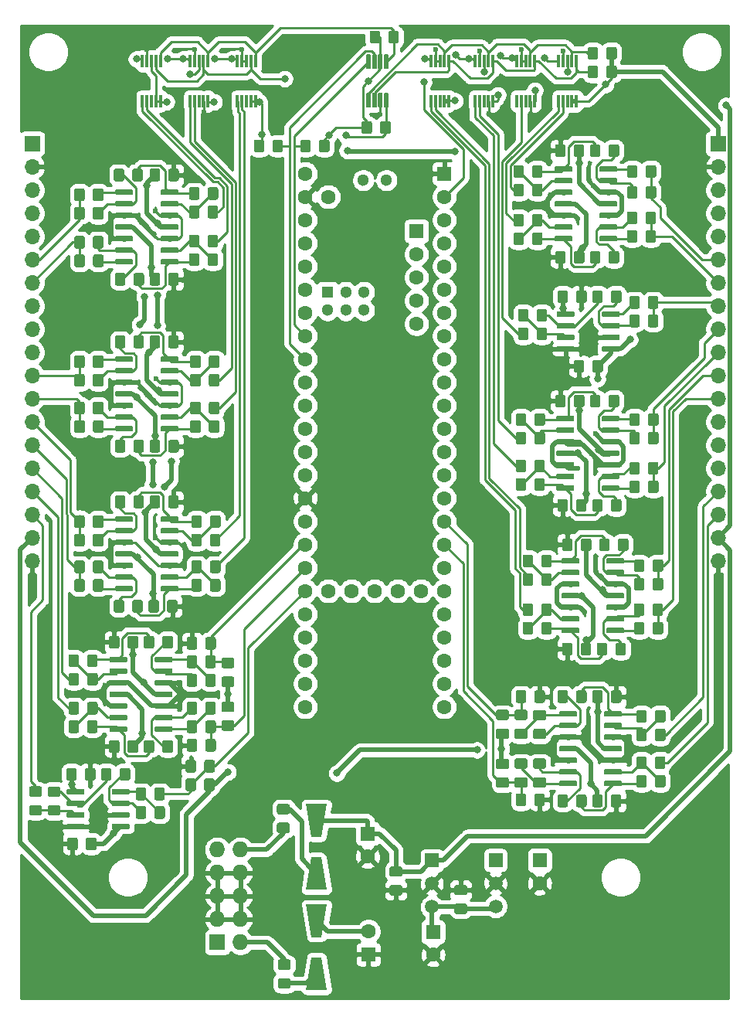
<source format=gbr>
G04 #@! TF.GenerationSoftware,KiCad,Pcbnew,(5.1.5-0)*
G04 #@! TF.CreationDate,2020-10-12T23:14:28-05:00*
G04 #@! TF.ProjectId,bells-venn,62656c6c-732d-4766-956e-6e2e6b696361,rev?*
G04 #@! TF.SameCoordinates,Original*
G04 #@! TF.FileFunction,Copper,L2,Bot*
G04 #@! TF.FilePolarity,Positive*
%FSLAX46Y46*%
G04 Gerber Fmt 4.6, Leading zero omitted, Abs format (unit mm)*
G04 Created by KiCad (PCBNEW (5.1.5-0)) date 2020-10-12 23:14:28*
%MOMM*%
%LPD*%
G04 APERTURE LIST*
%ADD10C,0.100000*%
%ADD11R,0.300000X1.400000*%
%ADD12C,1.500000*%
%ADD13R,1.500000X1.500000*%
%ADD14C,0.600000*%
%ADD15C,1.600000*%
%ADD16R,1.600000X1.600000*%
%ADD17R,1.727200X1.727200*%
%ADD18O,1.727200X1.727200*%
%ADD19R,1.300000X1.300000*%
%ADD20C,1.300000*%
%ADD21O,1.700000X1.700000*%
%ADD22R,1.700000X1.700000*%
%ADD23C,0.800000*%
%ADD24C,0.250000*%
%ADD25C,0.508000*%
%ADD26C,0.254000*%
G04 APERTURE END LIST*
G04 #@! TA.AperFunction,SMDPad,CuDef*
D10*
G36*
X267031505Y-58102204D02*
G01*
X267055773Y-58105804D01*
X267079572Y-58111765D01*
X267102671Y-58120030D01*
X267124850Y-58130520D01*
X267145893Y-58143132D01*
X267165599Y-58157747D01*
X267183777Y-58174223D01*
X267200253Y-58192401D01*
X267214868Y-58212107D01*
X267227480Y-58233150D01*
X267237970Y-58255329D01*
X267246235Y-58278428D01*
X267252196Y-58302227D01*
X267255796Y-58326495D01*
X267257000Y-58350999D01*
X267257000Y-59251001D01*
X267255796Y-59275505D01*
X267252196Y-59299773D01*
X267246235Y-59323572D01*
X267237970Y-59346671D01*
X267227480Y-59368850D01*
X267214868Y-59389893D01*
X267200253Y-59409599D01*
X267183777Y-59427777D01*
X267165599Y-59444253D01*
X267145893Y-59458868D01*
X267124850Y-59471480D01*
X267102671Y-59481970D01*
X267079572Y-59490235D01*
X267055773Y-59496196D01*
X267031505Y-59499796D01*
X267007001Y-59501000D01*
X266356999Y-59501000D01*
X266332495Y-59499796D01*
X266308227Y-59496196D01*
X266284428Y-59490235D01*
X266261329Y-59481970D01*
X266239150Y-59471480D01*
X266218107Y-59458868D01*
X266198401Y-59444253D01*
X266180223Y-59427777D01*
X266163747Y-59409599D01*
X266149132Y-59389893D01*
X266136520Y-59368850D01*
X266126030Y-59346671D01*
X266117765Y-59323572D01*
X266111804Y-59299773D01*
X266108204Y-59275505D01*
X266107000Y-59251001D01*
X266107000Y-58350999D01*
X266108204Y-58326495D01*
X266111804Y-58302227D01*
X266117765Y-58278428D01*
X266126030Y-58255329D01*
X266136520Y-58233150D01*
X266149132Y-58212107D01*
X266163747Y-58192401D01*
X266180223Y-58174223D01*
X266198401Y-58157747D01*
X266218107Y-58143132D01*
X266239150Y-58130520D01*
X266261329Y-58120030D01*
X266284428Y-58111765D01*
X266308227Y-58105804D01*
X266332495Y-58102204D01*
X266356999Y-58101000D01*
X267007001Y-58101000D01*
X267031505Y-58102204D01*
G37*
G04 #@! TD.AperFunction*
G04 #@! TA.AperFunction,SMDPad,CuDef*
G36*
X269081505Y-58102204D02*
G01*
X269105773Y-58105804D01*
X269129572Y-58111765D01*
X269152671Y-58120030D01*
X269174850Y-58130520D01*
X269195893Y-58143132D01*
X269215599Y-58157747D01*
X269233777Y-58174223D01*
X269250253Y-58192401D01*
X269264868Y-58212107D01*
X269277480Y-58233150D01*
X269287970Y-58255329D01*
X269296235Y-58278428D01*
X269302196Y-58302227D01*
X269305796Y-58326495D01*
X269307000Y-58350999D01*
X269307000Y-59251001D01*
X269305796Y-59275505D01*
X269302196Y-59299773D01*
X269296235Y-59323572D01*
X269287970Y-59346671D01*
X269277480Y-59368850D01*
X269264868Y-59389893D01*
X269250253Y-59409599D01*
X269233777Y-59427777D01*
X269215599Y-59444253D01*
X269195893Y-59458868D01*
X269174850Y-59471480D01*
X269152671Y-59481970D01*
X269129572Y-59490235D01*
X269105773Y-59496196D01*
X269081505Y-59499796D01*
X269057001Y-59501000D01*
X268406999Y-59501000D01*
X268382495Y-59499796D01*
X268358227Y-59496196D01*
X268334428Y-59490235D01*
X268311329Y-59481970D01*
X268289150Y-59471480D01*
X268268107Y-59458868D01*
X268248401Y-59444253D01*
X268230223Y-59427777D01*
X268213747Y-59409599D01*
X268199132Y-59389893D01*
X268186520Y-59368850D01*
X268176030Y-59346671D01*
X268167765Y-59323572D01*
X268161804Y-59299773D01*
X268158204Y-59275505D01*
X268157000Y-59251001D01*
X268157000Y-58350999D01*
X268158204Y-58326495D01*
X268161804Y-58302227D01*
X268167765Y-58278428D01*
X268176030Y-58255329D01*
X268186520Y-58233150D01*
X268199132Y-58212107D01*
X268213747Y-58192401D01*
X268230223Y-58174223D01*
X268248401Y-58157747D01*
X268268107Y-58143132D01*
X268289150Y-58130520D01*
X268311329Y-58120030D01*
X268334428Y-58111765D01*
X268358227Y-58105804D01*
X268382495Y-58102204D01*
X268406999Y-58101000D01*
X269057001Y-58101000D01*
X269081505Y-58102204D01*
G37*
G04 #@! TD.AperFunction*
G04 #@! TA.AperFunction,SMDPad,CuDef*
G36*
X218907505Y-66611204D02*
G01*
X218931773Y-66614804D01*
X218955572Y-66620765D01*
X218978671Y-66629030D01*
X219000850Y-66639520D01*
X219021893Y-66652132D01*
X219041599Y-66666747D01*
X219059777Y-66683223D01*
X219076253Y-66701401D01*
X219090868Y-66721107D01*
X219103480Y-66742150D01*
X219113970Y-66764329D01*
X219122235Y-66787428D01*
X219128196Y-66811227D01*
X219131796Y-66835495D01*
X219133000Y-66859999D01*
X219133000Y-67760001D01*
X219131796Y-67784505D01*
X219128196Y-67808773D01*
X219122235Y-67832572D01*
X219113970Y-67855671D01*
X219103480Y-67877850D01*
X219090868Y-67898893D01*
X219076253Y-67918599D01*
X219059777Y-67936777D01*
X219041599Y-67953253D01*
X219021893Y-67967868D01*
X219000850Y-67980480D01*
X218978671Y-67990970D01*
X218955572Y-67999235D01*
X218931773Y-68005196D01*
X218907505Y-68008796D01*
X218883001Y-68010000D01*
X218232999Y-68010000D01*
X218208495Y-68008796D01*
X218184227Y-68005196D01*
X218160428Y-67999235D01*
X218137329Y-67990970D01*
X218115150Y-67980480D01*
X218094107Y-67967868D01*
X218074401Y-67953253D01*
X218056223Y-67936777D01*
X218039747Y-67918599D01*
X218025132Y-67898893D01*
X218012520Y-67877850D01*
X218002030Y-67855671D01*
X217993765Y-67832572D01*
X217987804Y-67808773D01*
X217984204Y-67784505D01*
X217983000Y-67760001D01*
X217983000Y-66859999D01*
X217984204Y-66835495D01*
X217987804Y-66811227D01*
X217993765Y-66787428D01*
X218002030Y-66764329D01*
X218012520Y-66742150D01*
X218025132Y-66721107D01*
X218039747Y-66701401D01*
X218056223Y-66683223D01*
X218074401Y-66666747D01*
X218094107Y-66652132D01*
X218115150Y-66639520D01*
X218137329Y-66629030D01*
X218160428Y-66620765D01*
X218184227Y-66614804D01*
X218208495Y-66611204D01*
X218232999Y-66610000D01*
X218883001Y-66610000D01*
X218907505Y-66611204D01*
G37*
G04 #@! TD.AperFunction*
G04 #@! TA.AperFunction,SMDPad,CuDef*
G36*
X220957505Y-66611204D02*
G01*
X220981773Y-66614804D01*
X221005572Y-66620765D01*
X221028671Y-66629030D01*
X221050850Y-66639520D01*
X221071893Y-66652132D01*
X221091599Y-66666747D01*
X221109777Y-66683223D01*
X221126253Y-66701401D01*
X221140868Y-66721107D01*
X221153480Y-66742150D01*
X221163970Y-66764329D01*
X221172235Y-66787428D01*
X221178196Y-66811227D01*
X221181796Y-66835495D01*
X221183000Y-66859999D01*
X221183000Y-67760001D01*
X221181796Y-67784505D01*
X221178196Y-67808773D01*
X221172235Y-67832572D01*
X221163970Y-67855671D01*
X221153480Y-67877850D01*
X221140868Y-67898893D01*
X221126253Y-67918599D01*
X221109777Y-67936777D01*
X221091599Y-67953253D01*
X221071893Y-67967868D01*
X221050850Y-67980480D01*
X221028671Y-67990970D01*
X221005572Y-67999235D01*
X220981773Y-68005196D01*
X220957505Y-68008796D01*
X220933001Y-68010000D01*
X220282999Y-68010000D01*
X220258495Y-68008796D01*
X220234227Y-68005196D01*
X220210428Y-67999235D01*
X220187329Y-67990970D01*
X220165150Y-67980480D01*
X220144107Y-67967868D01*
X220124401Y-67953253D01*
X220106223Y-67936777D01*
X220089747Y-67918599D01*
X220075132Y-67898893D01*
X220062520Y-67877850D01*
X220052030Y-67855671D01*
X220043765Y-67832572D01*
X220037804Y-67808773D01*
X220034204Y-67784505D01*
X220033000Y-67760001D01*
X220033000Y-66859999D01*
X220034204Y-66835495D01*
X220037804Y-66811227D01*
X220043765Y-66787428D01*
X220052030Y-66764329D01*
X220062520Y-66742150D01*
X220075132Y-66721107D01*
X220089747Y-66701401D01*
X220106223Y-66683223D01*
X220124401Y-66666747D01*
X220144107Y-66652132D01*
X220165150Y-66639520D01*
X220187329Y-66629030D01*
X220210428Y-66620765D01*
X220234227Y-66614804D01*
X220258495Y-66611204D01*
X220282999Y-66610000D01*
X220933001Y-66610000D01*
X220957505Y-66611204D01*
G37*
G04 #@! TD.AperFunction*
G04 #@! TA.AperFunction,SMDPad,CuDef*
G36*
X220966505Y-69659204D02*
G01*
X220990773Y-69662804D01*
X221014572Y-69668765D01*
X221037671Y-69677030D01*
X221059850Y-69687520D01*
X221080893Y-69700132D01*
X221100599Y-69714747D01*
X221118777Y-69731223D01*
X221135253Y-69749401D01*
X221149868Y-69769107D01*
X221162480Y-69790150D01*
X221172970Y-69812329D01*
X221181235Y-69835428D01*
X221187196Y-69859227D01*
X221190796Y-69883495D01*
X221192000Y-69907999D01*
X221192000Y-70808001D01*
X221190796Y-70832505D01*
X221187196Y-70856773D01*
X221181235Y-70880572D01*
X221172970Y-70903671D01*
X221162480Y-70925850D01*
X221149868Y-70946893D01*
X221135253Y-70966599D01*
X221118777Y-70984777D01*
X221100599Y-71001253D01*
X221080893Y-71015868D01*
X221059850Y-71028480D01*
X221037671Y-71038970D01*
X221014572Y-71047235D01*
X220990773Y-71053196D01*
X220966505Y-71056796D01*
X220942001Y-71058000D01*
X220291999Y-71058000D01*
X220267495Y-71056796D01*
X220243227Y-71053196D01*
X220219428Y-71047235D01*
X220196329Y-71038970D01*
X220174150Y-71028480D01*
X220153107Y-71015868D01*
X220133401Y-71001253D01*
X220115223Y-70984777D01*
X220098747Y-70966599D01*
X220084132Y-70946893D01*
X220071520Y-70925850D01*
X220061030Y-70903671D01*
X220052765Y-70880572D01*
X220046804Y-70856773D01*
X220043204Y-70832505D01*
X220042000Y-70808001D01*
X220042000Y-69907999D01*
X220043204Y-69883495D01*
X220046804Y-69859227D01*
X220052765Y-69835428D01*
X220061030Y-69812329D01*
X220071520Y-69790150D01*
X220084132Y-69769107D01*
X220098747Y-69749401D01*
X220115223Y-69731223D01*
X220133401Y-69714747D01*
X220153107Y-69700132D01*
X220174150Y-69687520D01*
X220196329Y-69677030D01*
X220219428Y-69668765D01*
X220243227Y-69662804D01*
X220267495Y-69659204D01*
X220291999Y-69658000D01*
X220942001Y-69658000D01*
X220966505Y-69659204D01*
G37*
G04 #@! TD.AperFunction*
G04 #@! TA.AperFunction,SMDPad,CuDef*
G36*
X218916505Y-69659204D02*
G01*
X218940773Y-69662804D01*
X218964572Y-69668765D01*
X218987671Y-69677030D01*
X219009850Y-69687520D01*
X219030893Y-69700132D01*
X219050599Y-69714747D01*
X219068777Y-69731223D01*
X219085253Y-69749401D01*
X219099868Y-69769107D01*
X219112480Y-69790150D01*
X219122970Y-69812329D01*
X219131235Y-69835428D01*
X219137196Y-69859227D01*
X219140796Y-69883495D01*
X219142000Y-69907999D01*
X219142000Y-70808001D01*
X219140796Y-70832505D01*
X219137196Y-70856773D01*
X219131235Y-70880572D01*
X219122970Y-70903671D01*
X219112480Y-70925850D01*
X219099868Y-70946893D01*
X219085253Y-70966599D01*
X219068777Y-70984777D01*
X219050599Y-71001253D01*
X219030893Y-71015868D01*
X219009850Y-71028480D01*
X218987671Y-71038970D01*
X218964572Y-71047235D01*
X218940773Y-71053196D01*
X218916505Y-71056796D01*
X218892001Y-71058000D01*
X218241999Y-71058000D01*
X218217495Y-71056796D01*
X218193227Y-71053196D01*
X218169428Y-71047235D01*
X218146329Y-71038970D01*
X218124150Y-71028480D01*
X218103107Y-71015868D01*
X218083401Y-71001253D01*
X218065223Y-70984777D01*
X218048747Y-70966599D01*
X218034132Y-70946893D01*
X218021520Y-70925850D01*
X218011030Y-70903671D01*
X218002765Y-70880572D01*
X217996804Y-70856773D01*
X217993204Y-70832505D01*
X217992000Y-70808001D01*
X217992000Y-69907999D01*
X217993204Y-69883495D01*
X217996804Y-69859227D01*
X218002765Y-69835428D01*
X218011030Y-69812329D01*
X218021520Y-69790150D01*
X218034132Y-69769107D01*
X218048747Y-69749401D01*
X218065223Y-69731223D01*
X218083401Y-69714747D01*
X218103107Y-69700132D01*
X218124150Y-69687520D01*
X218146329Y-69677030D01*
X218169428Y-69668765D01*
X218193227Y-69662804D01*
X218217495Y-69659204D01*
X218241999Y-69658000D01*
X218892001Y-69658000D01*
X218916505Y-69659204D01*
G37*
G04 #@! TD.AperFunction*
G04 #@! TA.AperFunction,SMDPad,CuDef*
G36*
X219025505Y-84137204D02*
G01*
X219049773Y-84140804D01*
X219073572Y-84146765D01*
X219096671Y-84155030D01*
X219118850Y-84165520D01*
X219139893Y-84178132D01*
X219159599Y-84192747D01*
X219177777Y-84209223D01*
X219194253Y-84227401D01*
X219208868Y-84247107D01*
X219221480Y-84268150D01*
X219231970Y-84290329D01*
X219240235Y-84313428D01*
X219246196Y-84337227D01*
X219249796Y-84361495D01*
X219251000Y-84385999D01*
X219251000Y-85286001D01*
X219249796Y-85310505D01*
X219246196Y-85334773D01*
X219240235Y-85358572D01*
X219231970Y-85381671D01*
X219221480Y-85403850D01*
X219208868Y-85424893D01*
X219194253Y-85444599D01*
X219177777Y-85462777D01*
X219159599Y-85479253D01*
X219139893Y-85493868D01*
X219118850Y-85506480D01*
X219096671Y-85516970D01*
X219073572Y-85525235D01*
X219049773Y-85531196D01*
X219025505Y-85534796D01*
X219001001Y-85536000D01*
X218350999Y-85536000D01*
X218326495Y-85534796D01*
X218302227Y-85531196D01*
X218278428Y-85525235D01*
X218255329Y-85516970D01*
X218233150Y-85506480D01*
X218212107Y-85493868D01*
X218192401Y-85479253D01*
X218174223Y-85462777D01*
X218157747Y-85444599D01*
X218143132Y-85424893D01*
X218130520Y-85403850D01*
X218120030Y-85381671D01*
X218111765Y-85358572D01*
X218105804Y-85334773D01*
X218102204Y-85310505D01*
X218101000Y-85286001D01*
X218101000Y-84385999D01*
X218102204Y-84361495D01*
X218105804Y-84337227D01*
X218111765Y-84313428D01*
X218120030Y-84290329D01*
X218130520Y-84268150D01*
X218143132Y-84247107D01*
X218157747Y-84227401D01*
X218174223Y-84209223D01*
X218192401Y-84192747D01*
X218212107Y-84178132D01*
X218233150Y-84165520D01*
X218255329Y-84155030D01*
X218278428Y-84146765D01*
X218302227Y-84140804D01*
X218326495Y-84137204D01*
X218350999Y-84136000D01*
X219001001Y-84136000D01*
X219025505Y-84137204D01*
G37*
G04 #@! TD.AperFunction*
G04 #@! TA.AperFunction,SMDPad,CuDef*
G36*
X221075505Y-84137204D02*
G01*
X221099773Y-84140804D01*
X221123572Y-84146765D01*
X221146671Y-84155030D01*
X221168850Y-84165520D01*
X221189893Y-84178132D01*
X221209599Y-84192747D01*
X221227777Y-84209223D01*
X221244253Y-84227401D01*
X221258868Y-84247107D01*
X221271480Y-84268150D01*
X221281970Y-84290329D01*
X221290235Y-84313428D01*
X221296196Y-84337227D01*
X221299796Y-84361495D01*
X221301000Y-84385999D01*
X221301000Y-85286001D01*
X221299796Y-85310505D01*
X221296196Y-85334773D01*
X221290235Y-85358572D01*
X221281970Y-85381671D01*
X221271480Y-85403850D01*
X221258868Y-85424893D01*
X221244253Y-85444599D01*
X221227777Y-85462777D01*
X221209599Y-85479253D01*
X221189893Y-85493868D01*
X221168850Y-85506480D01*
X221146671Y-85516970D01*
X221123572Y-85525235D01*
X221099773Y-85531196D01*
X221075505Y-85534796D01*
X221051001Y-85536000D01*
X220400999Y-85536000D01*
X220376495Y-85534796D01*
X220352227Y-85531196D01*
X220328428Y-85525235D01*
X220305329Y-85516970D01*
X220283150Y-85506480D01*
X220262107Y-85493868D01*
X220242401Y-85479253D01*
X220224223Y-85462777D01*
X220207747Y-85444599D01*
X220193132Y-85424893D01*
X220180520Y-85403850D01*
X220170030Y-85381671D01*
X220161765Y-85358572D01*
X220155804Y-85334773D01*
X220152204Y-85310505D01*
X220151000Y-85286001D01*
X220151000Y-84385999D01*
X220152204Y-84361495D01*
X220155804Y-84337227D01*
X220161765Y-84313428D01*
X220170030Y-84290329D01*
X220180520Y-84268150D01*
X220193132Y-84247107D01*
X220207747Y-84227401D01*
X220224223Y-84209223D01*
X220242401Y-84192747D01*
X220262107Y-84178132D01*
X220283150Y-84165520D01*
X220305329Y-84155030D01*
X220328428Y-84146765D01*
X220352227Y-84140804D01*
X220376495Y-84137204D01*
X220400999Y-84136000D01*
X221051001Y-84136000D01*
X221075505Y-84137204D01*
G37*
G04 #@! TD.AperFunction*
G04 #@! TA.AperFunction,SMDPad,CuDef*
G36*
X219043505Y-87058204D02*
G01*
X219067773Y-87061804D01*
X219091572Y-87067765D01*
X219114671Y-87076030D01*
X219136850Y-87086520D01*
X219157893Y-87099132D01*
X219177599Y-87113747D01*
X219195777Y-87130223D01*
X219212253Y-87148401D01*
X219226868Y-87168107D01*
X219239480Y-87189150D01*
X219249970Y-87211329D01*
X219258235Y-87234428D01*
X219264196Y-87258227D01*
X219267796Y-87282495D01*
X219269000Y-87306999D01*
X219269000Y-88207001D01*
X219267796Y-88231505D01*
X219264196Y-88255773D01*
X219258235Y-88279572D01*
X219249970Y-88302671D01*
X219239480Y-88324850D01*
X219226868Y-88345893D01*
X219212253Y-88365599D01*
X219195777Y-88383777D01*
X219177599Y-88400253D01*
X219157893Y-88414868D01*
X219136850Y-88427480D01*
X219114671Y-88437970D01*
X219091572Y-88446235D01*
X219067773Y-88452196D01*
X219043505Y-88455796D01*
X219019001Y-88457000D01*
X218368999Y-88457000D01*
X218344495Y-88455796D01*
X218320227Y-88452196D01*
X218296428Y-88446235D01*
X218273329Y-88437970D01*
X218251150Y-88427480D01*
X218230107Y-88414868D01*
X218210401Y-88400253D01*
X218192223Y-88383777D01*
X218175747Y-88365599D01*
X218161132Y-88345893D01*
X218148520Y-88324850D01*
X218138030Y-88302671D01*
X218129765Y-88279572D01*
X218123804Y-88255773D01*
X218120204Y-88231505D01*
X218119000Y-88207001D01*
X218119000Y-87306999D01*
X218120204Y-87282495D01*
X218123804Y-87258227D01*
X218129765Y-87234428D01*
X218138030Y-87211329D01*
X218148520Y-87189150D01*
X218161132Y-87168107D01*
X218175747Y-87148401D01*
X218192223Y-87130223D01*
X218210401Y-87113747D01*
X218230107Y-87099132D01*
X218251150Y-87086520D01*
X218273329Y-87076030D01*
X218296428Y-87067765D01*
X218320227Y-87061804D01*
X218344495Y-87058204D01*
X218368999Y-87057000D01*
X219019001Y-87057000D01*
X219043505Y-87058204D01*
G37*
G04 #@! TD.AperFunction*
G04 #@! TA.AperFunction,SMDPad,CuDef*
G36*
X221093505Y-87058204D02*
G01*
X221117773Y-87061804D01*
X221141572Y-87067765D01*
X221164671Y-87076030D01*
X221186850Y-87086520D01*
X221207893Y-87099132D01*
X221227599Y-87113747D01*
X221245777Y-87130223D01*
X221262253Y-87148401D01*
X221276868Y-87168107D01*
X221289480Y-87189150D01*
X221299970Y-87211329D01*
X221308235Y-87234428D01*
X221314196Y-87258227D01*
X221317796Y-87282495D01*
X221319000Y-87306999D01*
X221319000Y-88207001D01*
X221317796Y-88231505D01*
X221314196Y-88255773D01*
X221308235Y-88279572D01*
X221299970Y-88302671D01*
X221289480Y-88324850D01*
X221276868Y-88345893D01*
X221262253Y-88365599D01*
X221245777Y-88383777D01*
X221227599Y-88400253D01*
X221207893Y-88414868D01*
X221186850Y-88427480D01*
X221164671Y-88437970D01*
X221141572Y-88446235D01*
X221117773Y-88452196D01*
X221093505Y-88455796D01*
X221069001Y-88457000D01*
X220418999Y-88457000D01*
X220394495Y-88455796D01*
X220370227Y-88452196D01*
X220346428Y-88446235D01*
X220323329Y-88437970D01*
X220301150Y-88427480D01*
X220280107Y-88414868D01*
X220260401Y-88400253D01*
X220242223Y-88383777D01*
X220225747Y-88365599D01*
X220211132Y-88345893D01*
X220198520Y-88324850D01*
X220188030Y-88302671D01*
X220179765Y-88279572D01*
X220173804Y-88255773D01*
X220170204Y-88231505D01*
X220169000Y-88207001D01*
X220169000Y-87306999D01*
X220170204Y-87282495D01*
X220173804Y-87258227D01*
X220179765Y-87234428D01*
X220188030Y-87211329D01*
X220198520Y-87189150D01*
X220211132Y-87168107D01*
X220225747Y-87148401D01*
X220242223Y-87130223D01*
X220260401Y-87113747D01*
X220280107Y-87099132D01*
X220301150Y-87086520D01*
X220323329Y-87076030D01*
X220346428Y-87067765D01*
X220370227Y-87061804D01*
X220394495Y-87058204D01*
X220418999Y-87057000D01*
X221069001Y-87057000D01*
X221093505Y-87058204D01*
G37*
G04 #@! TD.AperFunction*
G04 #@! TA.AperFunction,SMDPad,CuDef*
G36*
X218916505Y-64579204D02*
G01*
X218940773Y-64582804D01*
X218964572Y-64588765D01*
X218987671Y-64597030D01*
X219009850Y-64607520D01*
X219030893Y-64620132D01*
X219050599Y-64634747D01*
X219068777Y-64651223D01*
X219085253Y-64669401D01*
X219099868Y-64689107D01*
X219112480Y-64710150D01*
X219122970Y-64732329D01*
X219131235Y-64755428D01*
X219137196Y-64779227D01*
X219140796Y-64803495D01*
X219142000Y-64827999D01*
X219142000Y-65728001D01*
X219140796Y-65752505D01*
X219137196Y-65776773D01*
X219131235Y-65800572D01*
X219122970Y-65823671D01*
X219112480Y-65845850D01*
X219099868Y-65866893D01*
X219085253Y-65886599D01*
X219068777Y-65904777D01*
X219050599Y-65921253D01*
X219030893Y-65935868D01*
X219009850Y-65948480D01*
X218987671Y-65958970D01*
X218964572Y-65967235D01*
X218940773Y-65973196D01*
X218916505Y-65976796D01*
X218892001Y-65978000D01*
X218241999Y-65978000D01*
X218217495Y-65976796D01*
X218193227Y-65973196D01*
X218169428Y-65967235D01*
X218146329Y-65958970D01*
X218124150Y-65948480D01*
X218103107Y-65935868D01*
X218083401Y-65921253D01*
X218065223Y-65904777D01*
X218048747Y-65886599D01*
X218034132Y-65866893D01*
X218021520Y-65845850D01*
X218011030Y-65823671D01*
X218002765Y-65800572D01*
X217996804Y-65776773D01*
X217993204Y-65752505D01*
X217992000Y-65728001D01*
X217992000Y-64827999D01*
X217993204Y-64803495D01*
X217996804Y-64779227D01*
X218002765Y-64755428D01*
X218011030Y-64732329D01*
X218021520Y-64710150D01*
X218034132Y-64689107D01*
X218048747Y-64669401D01*
X218065223Y-64651223D01*
X218083401Y-64634747D01*
X218103107Y-64620132D01*
X218124150Y-64607520D01*
X218146329Y-64597030D01*
X218169428Y-64588765D01*
X218193227Y-64582804D01*
X218217495Y-64579204D01*
X218241999Y-64578000D01*
X218892001Y-64578000D01*
X218916505Y-64579204D01*
G37*
G04 #@! TD.AperFunction*
G04 #@! TA.AperFunction,SMDPad,CuDef*
G36*
X220966505Y-64579204D02*
G01*
X220990773Y-64582804D01*
X221014572Y-64588765D01*
X221037671Y-64597030D01*
X221059850Y-64607520D01*
X221080893Y-64620132D01*
X221100599Y-64634747D01*
X221118777Y-64651223D01*
X221135253Y-64669401D01*
X221149868Y-64689107D01*
X221162480Y-64710150D01*
X221172970Y-64732329D01*
X221181235Y-64755428D01*
X221187196Y-64779227D01*
X221190796Y-64803495D01*
X221192000Y-64827999D01*
X221192000Y-65728001D01*
X221190796Y-65752505D01*
X221187196Y-65776773D01*
X221181235Y-65800572D01*
X221172970Y-65823671D01*
X221162480Y-65845850D01*
X221149868Y-65866893D01*
X221135253Y-65886599D01*
X221118777Y-65904777D01*
X221100599Y-65921253D01*
X221080893Y-65935868D01*
X221059850Y-65948480D01*
X221037671Y-65958970D01*
X221014572Y-65967235D01*
X220990773Y-65973196D01*
X220966505Y-65976796D01*
X220942001Y-65978000D01*
X220291999Y-65978000D01*
X220267495Y-65976796D01*
X220243227Y-65973196D01*
X220219428Y-65967235D01*
X220196329Y-65958970D01*
X220174150Y-65948480D01*
X220153107Y-65935868D01*
X220133401Y-65921253D01*
X220115223Y-65904777D01*
X220098747Y-65886599D01*
X220084132Y-65866893D01*
X220071520Y-65845850D01*
X220061030Y-65823671D01*
X220052765Y-65800572D01*
X220046804Y-65776773D01*
X220043204Y-65752505D01*
X220042000Y-65728001D01*
X220042000Y-64827999D01*
X220043204Y-64803495D01*
X220046804Y-64779227D01*
X220052765Y-64755428D01*
X220061030Y-64732329D01*
X220071520Y-64710150D01*
X220084132Y-64689107D01*
X220098747Y-64669401D01*
X220115223Y-64651223D01*
X220133401Y-64634747D01*
X220153107Y-64620132D01*
X220174150Y-64607520D01*
X220196329Y-64597030D01*
X220219428Y-64588765D01*
X220243227Y-64582804D01*
X220267495Y-64579204D01*
X220291999Y-64578000D01*
X220942001Y-64578000D01*
X220966505Y-64579204D01*
G37*
G04 #@! TD.AperFunction*
G04 #@! TA.AperFunction,SMDPad,CuDef*
G36*
X221093505Y-82105204D02*
G01*
X221117773Y-82108804D01*
X221141572Y-82114765D01*
X221164671Y-82123030D01*
X221186850Y-82133520D01*
X221207893Y-82146132D01*
X221227599Y-82160747D01*
X221245777Y-82177223D01*
X221262253Y-82195401D01*
X221276868Y-82215107D01*
X221289480Y-82236150D01*
X221299970Y-82258329D01*
X221308235Y-82281428D01*
X221314196Y-82305227D01*
X221317796Y-82329495D01*
X221319000Y-82353999D01*
X221319000Y-83254001D01*
X221317796Y-83278505D01*
X221314196Y-83302773D01*
X221308235Y-83326572D01*
X221299970Y-83349671D01*
X221289480Y-83371850D01*
X221276868Y-83392893D01*
X221262253Y-83412599D01*
X221245777Y-83430777D01*
X221227599Y-83447253D01*
X221207893Y-83461868D01*
X221186850Y-83474480D01*
X221164671Y-83484970D01*
X221141572Y-83493235D01*
X221117773Y-83499196D01*
X221093505Y-83502796D01*
X221069001Y-83504000D01*
X220418999Y-83504000D01*
X220394495Y-83502796D01*
X220370227Y-83499196D01*
X220346428Y-83493235D01*
X220323329Y-83484970D01*
X220301150Y-83474480D01*
X220280107Y-83461868D01*
X220260401Y-83447253D01*
X220242223Y-83430777D01*
X220225747Y-83412599D01*
X220211132Y-83392893D01*
X220198520Y-83371850D01*
X220188030Y-83349671D01*
X220179765Y-83326572D01*
X220173804Y-83302773D01*
X220170204Y-83278505D01*
X220169000Y-83254001D01*
X220169000Y-82353999D01*
X220170204Y-82329495D01*
X220173804Y-82305227D01*
X220179765Y-82281428D01*
X220188030Y-82258329D01*
X220198520Y-82236150D01*
X220211132Y-82215107D01*
X220225747Y-82195401D01*
X220242223Y-82177223D01*
X220260401Y-82160747D01*
X220280107Y-82146132D01*
X220301150Y-82133520D01*
X220323329Y-82123030D01*
X220346428Y-82114765D01*
X220370227Y-82108804D01*
X220394495Y-82105204D01*
X220418999Y-82104000D01*
X221069001Y-82104000D01*
X221093505Y-82105204D01*
G37*
G04 #@! TD.AperFunction*
G04 #@! TA.AperFunction,SMDPad,CuDef*
G36*
X219043505Y-82105204D02*
G01*
X219067773Y-82108804D01*
X219091572Y-82114765D01*
X219114671Y-82123030D01*
X219136850Y-82133520D01*
X219157893Y-82146132D01*
X219177599Y-82160747D01*
X219195777Y-82177223D01*
X219212253Y-82195401D01*
X219226868Y-82215107D01*
X219239480Y-82236150D01*
X219249970Y-82258329D01*
X219258235Y-82281428D01*
X219264196Y-82305227D01*
X219267796Y-82329495D01*
X219269000Y-82353999D01*
X219269000Y-83254001D01*
X219267796Y-83278505D01*
X219264196Y-83302773D01*
X219258235Y-83326572D01*
X219249970Y-83349671D01*
X219239480Y-83371850D01*
X219226868Y-83392893D01*
X219212253Y-83412599D01*
X219195777Y-83430777D01*
X219177599Y-83447253D01*
X219157893Y-83461868D01*
X219136850Y-83474480D01*
X219114671Y-83484970D01*
X219091572Y-83493235D01*
X219067773Y-83499196D01*
X219043505Y-83502796D01*
X219019001Y-83504000D01*
X218368999Y-83504000D01*
X218344495Y-83502796D01*
X218320227Y-83499196D01*
X218296428Y-83493235D01*
X218273329Y-83484970D01*
X218251150Y-83474480D01*
X218230107Y-83461868D01*
X218210401Y-83447253D01*
X218192223Y-83430777D01*
X218175747Y-83412599D01*
X218161132Y-83392893D01*
X218148520Y-83371850D01*
X218138030Y-83349671D01*
X218129765Y-83326572D01*
X218123804Y-83302773D01*
X218120204Y-83278505D01*
X218119000Y-83254001D01*
X218119000Y-82353999D01*
X218120204Y-82329495D01*
X218123804Y-82305227D01*
X218129765Y-82281428D01*
X218138030Y-82258329D01*
X218148520Y-82236150D01*
X218161132Y-82215107D01*
X218175747Y-82195401D01*
X218192223Y-82177223D01*
X218210401Y-82160747D01*
X218230107Y-82146132D01*
X218251150Y-82133520D01*
X218273329Y-82123030D01*
X218296428Y-82114765D01*
X218320227Y-82108804D01*
X218344495Y-82105204D01*
X218368999Y-82104000D01*
X219019001Y-82104000D01*
X219043505Y-82105204D01*
G37*
G04 #@! TD.AperFunction*
G04 #@! TA.AperFunction,SMDPad,CuDef*
G36*
X220966505Y-71691204D02*
G01*
X220990773Y-71694804D01*
X221014572Y-71700765D01*
X221037671Y-71709030D01*
X221059850Y-71719520D01*
X221080893Y-71732132D01*
X221100599Y-71746747D01*
X221118777Y-71763223D01*
X221135253Y-71781401D01*
X221149868Y-71801107D01*
X221162480Y-71822150D01*
X221172970Y-71844329D01*
X221181235Y-71867428D01*
X221187196Y-71891227D01*
X221190796Y-71915495D01*
X221192000Y-71939999D01*
X221192000Y-72840001D01*
X221190796Y-72864505D01*
X221187196Y-72888773D01*
X221181235Y-72912572D01*
X221172970Y-72935671D01*
X221162480Y-72957850D01*
X221149868Y-72978893D01*
X221135253Y-72998599D01*
X221118777Y-73016777D01*
X221100599Y-73033253D01*
X221080893Y-73047868D01*
X221059850Y-73060480D01*
X221037671Y-73070970D01*
X221014572Y-73079235D01*
X220990773Y-73085196D01*
X220966505Y-73088796D01*
X220942001Y-73090000D01*
X220291999Y-73090000D01*
X220267495Y-73088796D01*
X220243227Y-73085196D01*
X220219428Y-73079235D01*
X220196329Y-73070970D01*
X220174150Y-73060480D01*
X220153107Y-73047868D01*
X220133401Y-73033253D01*
X220115223Y-73016777D01*
X220098747Y-72998599D01*
X220084132Y-72978893D01*
X220071520Y-72957850D01*
X220061030Y-72935671D01*
X220052765Y-72912572D01*
X220046804Y-72888773D01*
X220043204Y-72864505D01*
X220042000Y-72840001D01*
X220042000Y-71939999D01*
X220043204Y-71915495D01*
X220046804Y-71891227D01*
X220052765Y-71867428D01*
X220061030Y-71844329D01*
X220071520Y-71822150D01*
X220084132Y-71801107D01*
X220098747Y-71781401D01*
X220115223Y-71763223D01*
X220133401Y-71746747D01*
X220153107Y-71732132D01*
X220174150Y-71719520D01*
X220196329Y-71709030D01*
X220219428Y-71700765D01*
X220243227Y-71694804D01*
X220267495Y-71691204D01*
X220291999Y-71690000D01*
X220942001Y-71690000D01*
X220966505Y-71691204D01*
G37*
G04 #@! TD.AperFunction*
G04 #@! TA.AperFunction,SMDPad,CuDef*
G36*
X218916505Y-71691204D02*
G01*
X218940773Y-71694804D01*
X218964572Y-71700765D01*
X218987671Y-71709030D01*
X219009850Y-71719520D01*
X219030893Y-71732132D01*
X219050599Y-71746747D01*
X219068777Y-71763223D01*
X219085253Y-71781401D01*
X219099868Y-71801107D01*
X219112480Y-71822150D01*
X219122970Y-71844329D01*
X219131235Y-71867428D01*
X219137196Y-71891227D01*
X219140796Y-71915495D01*
X219142000Y-71939999D01*
X219142000Y-72840001D01*
X219140796Y-72864505D01*
X219137196Y-72888773D01*
X219131235Y-72912572D01*
X219122970Y-72935671D01*
X219112480Y-72957850D01*
X219099868Y-72978893D01*
X219085253Y-72998599D01*
X219068777Y-73016777D01*
X219050599Y-73033253D01*
X219030893Y-73047868D01*
X219009850Y-73060480D01*
X218987671Y-73070970D01*
X218964572Y-73079235D01*
X218940773Y-73085196D01*
X218916505Y-73088796D01*
X218892001Y-73090000D01*
X218241999Y-73090000D01*
X218217495Y-73088796D01*
X218193227Y-73085196D01*
X218169428Y-73079235D01*
X218146329Y-73070970D01*
X218124150Y-73060480D01*
X218103107Y-73047868D01*
X218083401Y-73033253D01*
X218065223Y-73016777D01*
X218048747Y-72998599D01*
X218034132Y-72978893D01*
X218021520Y-72957850D01*
X218011030Y-72935671D01*
X218002765Y-72912572D01*
X217996804Y-72888773D01*
X217993204Y-72864505D01*
X217992000Y-72840001D01*
X217992000Y-71939999D01*
X217993204Y-71915495D01*
X217996804Y-71891227D01*
X218002765Y-71867428D01*
X218011030Y-71844329D01*
X218021520Y-71822150D01*
X218034132Y-71801107D01*
X218048747Y-71781401D01*
X218065223Y-71763223D01*
X218083401Y-71746747D01*
X218103107Y-71732132D01*
X218124150Y-71719520D01*
X218146329Y-71709030D01*
X218169428Y-71700765D01*
X218193227Y-71694804D01*
X218217495Y-71691204D01*
X218241999Y-71690000D01*
X218892001Y-71690000D01*
X218916505Y-71691204D01*
G37*
G04 #@! TD.AperFunction*
G04 #@! TA.AperFunction,SMDPad,CuDef*
G36*
X219043505Y-89090204D02*
G01*
X219067773Y-89093804D01*
X219091572Y-89099765D01*
X219114671Y-89108030D01*
X219136850Y-89118520D01*
X219157893Y-89131132D01*
X219177599Y-89145747D01*
X219195777Y-89162223D01*
X219212253Y-89180401D01*
X219226868Y-89200107D01*
X219239480Y-89221150D01*
X219249970Y-89243329D01*
X219258235Y-89266428D01*
X219264196Y-89290227D01*
X219267796Y-89314495D01*
X219269000Y-89338999D01*
X219269000Y-90239001D01*
X219267796Y-90263505D01*
X219264196Y-90287773D01*
X219258235Y-90311572D01*
X219249970Y-90334671D01*
X219239480Y-90356850D01*
X219226868Y-90377893D01*
X219212253Y-90397599D01*
X219195777Y-90415777D01*
X219177599Y-90432253D01*
X219157893Y-90446868D01*
X219136850Y-90459480D01*
X219114671Y-90469970D01*
X219091572Y-90478235D01*
X219067773Y-90484196D01*
X219043505Y-90487796D01*
X219019001Y-90489000D01*
X218368999Y-90489000D01*
X218344495Y-90487796D01*
X218320227Y-90484196D01*
X218296428Y-90478235D01*
X218273329Y-90469970D01*
X218251150Y-90459480D01*
X218230107Y-90446868D01*
X218210401Y-90432253D01*
X218192223Y-90415777D01*
X218175747Y-90397599D01*
X218161132Y-90377893D01*
X218148520Y-90356850D01*
X218138030Y-90334671D01*
X218129765Y-90311572D01*
X218123804Y-90287773D01*
X218120204Y-90263505D01*
X218119000Y-90239001D01*
X218119000Y-89338999D01*
X218120204Y-89314495D01*
X218123804Y-89290227D01*
X218129765Y-89266428D01*
X218138030Y-89243329D01*
X218148520Y-89221150D01*
X218161132Y-89200107D01*
X218175747Y-89180401D01*
X218192223Y-89162223D01*
X218210401Y-89145747D01*
X218230107Y-89131132D01*
X218251150Y-89118520D01*
X218273329Y-89108030D01*
X218296428Y-89099765D01*
X218320227Y-89093804D01*
X218344495Y-89090204D01*
X218368999Y-89089000D01*
X219019001Y-89089000D01*
X219043505Y-89090204D01*
G37*
G04 #@! TD.AperFunction*
G04 #@! TA.AperFunction,SMDPad,CuDef*
G36*
X221093505Y-89090204D02*
G01*
X221117773Y-89093804D01*
X221141572Y-89099765D01*
X221164671Y-89108030D01*
X221186850Y-89118520D01*
X221207893Y-89131132D01*
X221227599Y-89145747D01*
X221245777Y-89162223D01*
X221262253Y-89180401D01*
X221276868Y-89200107D01*
X221289480Y-89221150D01*
X221299970Y-89243329D01*
X221308235Y-89266428D01*
X221314196Y-89290227D01*
X221317796Y-89314495D01*
X221319000Y-89338999D01*
X221319000Y-90239001D01*
X221317796Y-90263505D01*
X221314196Y-90287773D01*
X221308235Y-90311572D01*
X221299970Y-90334671D01*
X221289480Y-90356850D01*
X221276868Y-90377893D01*
X221262253Y-90397599D01*
X221245777Y-90415777D01*
X221227599Y-90432253D01*
X221207893Y-90446868D01*
X221186850Y-90459480D01*
X221164671Y-90469970D01*
X221141572Y-90478235D01*
X221117773Y-90484196D01*
X221093505Y-90487796D01*
X221069001Y-90489000D01*
X220418999Y-90489000D01*
X220394495Y-90487796D01*
X220370227Y-90484196D01*
X220346428Y-90478235D01*
X220323329Y-90469970D01*
X220301150Y-90459480D01*
X220280107Y-90446868D01*
X220260401Y-90432253D01*
X220242223Y-90415777D01*
X220225747Y-90397599D01*
X220211132Y-90377893D01*
X220198520Y-90356850D01*
X220188030Y-90334671D01*
X220179765Y-90311572D01*
X220173804Y-90287773D01*
X220170204Y-90263505D01*
X220169000Y-90239001D01*
X220169000Y-89338999D01*
X220170204Y-89314495D01*
X220173804Y-89290227D01*
X220179765Y-89266428D01*
X220188030Y-89243329D01*
X220198520Y-89221150D01*
X220211132Y-89200107D01*
X220225747Y-89180401D01*
X220242223Y-89162223D01*
X220260401Y-89145747D01*
X220280107Y-89131132D01*
X220301150Y-89118520D01*
X220323329Y-89108030D01*
X220346428Y-89099765D01*
X220370227Y-89093804D01*
X220394495Y-89090204D01*
X220418999Y-89089000D01*
X221069001Y-89089000D01*
X221093505Y-89090204D01*
G37*
G04 #@! TD.AperFunction*
G04 #@! TA.AperFunction,SMDPad,CuDef*
G36*
X212693505Y-62420204D02*
G01*
X212717773Y-62423804D01*
X212741572Y-62429765D01*
X212764671Y-62438030D01*
X212786850Y-62448520D01*
X212807893Y-62461132D01*
X212827599Y-62475747D01*
X212845777Y-62492223D01*
X212862253Y-62510401D01*
X212876868Y-62530107D01*
X212889480Y-62551150D01*
X212899970Y-62573329D01*
X212908235Y-62596428D01*
X212914196Y-62620227D01*
X212917796Y-62644495D01*
X212919000Y-62668999D01*
X212919000Y-63569001D01*
X212917796Y-63593505D01*
X212914196Y-63617773D01*
X212908235Y-63641572D01*
X212899970Y-63664671D01*
X212889480Y-63686850D01*
X212876868Y-63707893D01*
X212862253Y-63727599D01*
X212845777Y-63745777D01*
X212827599Y-63762253D01*
X212807893Y-63776868D01*
X212786850Y-63789480D01*
X212764671Y-63799970D01*
X212741572Y-63808235D01*
X212717773Y-63814196D01*
X212693505Y-63817796D01*
X212669001Y-63819000D01*
X212018999Y-63819000D01*
X211994495Y-63817796D01*
X211970227Y-63814196D01*
X211946428Y-63808235D01*
X211923329Y-63799970D01*
X211901150Y-63789480D01*
X211880107Y-63776868D01*
X211860401Y-63762253D01*
X211842223Y-63745777D01*
X211825747Y-63727599D01*
X211811132Y-63707893D01*
X211798520Y-63686850D01*
X211788030Y-63664671D01*
X211779765Y-63641572D01*
X211773804Y-63617773D01*
X211770204Y-63593505D01*
X211769000Y-63569001D01*
X211769000Y-62668999D01*
X211770204Y-62644495D01*
X211773804Y-62620227D01*
X211779765Y-62596428D01*
X211788030Y-62573329D01*
X211798520Y-62551150D01*
X211811132Y-62530107D01*
X211825747Y-62510401D01*
X211842223Y-62492223D01*
X211860401Y-62475747D01*
X211880107Y-62461132D01*
X211901150Y-62448520D01*
X211923329Y-62438030D01*
X211946428Y-62429765D01*
X211970227Y-62423804D01*
X211994495Y-62420204D01*
X212018999Y-62419000D01*
X212669001Y-62419000D01*
X212693505Y-62420204D01*
G37*
G04 #@! TD.AperFunction*
G04 #@! TA.AperFunction,SMDPad,CuDef*
G36*
X210643505Y-62420204D02*
G01*
X210667773Y-62423804D01*
X210691572Y-62429765D01*
X210714671Y-62438030D01*
X210736850Y-62448520D01*
X210757893Y-62461132D01*
X210777599Y-62475747D01*
X210795777Y-62492223D01*
X210812253Y-62510401D01*
X210826868Y-62530107D01*
X210839480Y-62551150D01*
X210849970Y-62573329D01*
X210858235Y-62596428D01*
X210864196Y-62620227D01*
X210867796Y-62644495D01*
X210869000Y-62668999D01*
X210869000Y-63569001D01*
X210867796Y-63593505D01*
X210864196Y-63617773D01*
X210858235Y-63641572D01*
X210849970Y-63664671D01*
X210839480Y-63686850D01*
X210826868Y-63707893D01*
X210812253Y-63727599D01*
X210795777Y-63745777D01*
X210777599Y-63762253D01*
X210757893Y-63776868D01*
X210736850Y-63789480D01*
X210714671Y-63799970D01*
X210691572Y-63808235D01*
X210667773Y-63814196D01*
X210643505Y-63817796D01*
X210619001Y-63819000D01*
X209968999Y-63819000D01*
X209944495Y-63817796D01*
X209920227Y-63814196D01*
X209896428Y-63808235D01*
X209873329Y-63799970D01*
X209851150Y-63789480D01*
X209830107Y-63776868D01*
X209810401Y-63762253D01*
X209792223Y-63745777D01*
X209775747Y-63727599D01*
X209761132Y-63707893D01*
X209748520Y-63686850D01*
X209738030Y-63664671D01*
X209729765Y-63641572D01*
X209723804Y-63617773D01*
X209720204Y-63593505D01*
X209719000Y-63569001D01*
X209719000Y-62668999D01*
X209720204Y-62644495D01*
X209723804Y-62620227D01*
X209729765Y-62596428D01*
X209738030Y-62573329D01*
X209748520Y-62551150D01*
X209761132Y-62530107D01*
X209775747Y-62510401D01*
X209792223Y-62492223D01*
X209810401Y-62475747D01*
X209830107Y-62461132D01*
X209851150Y-62448520D01*
X209873329Y-62438030D01*
X209896428Y-62429765D01*
X209920227Y-62423804D01*
X209944495Y-62420204D01*
X209968999Y-62419000D01*
X210619001Y-62419000D01*
X210643505Y-62420204D01*
G37*
G04 #@! TD.AperFunction*
G04 #@! TA.AperFunction,SMDPad,CuDef*
G36*
X210643505Y-73850204D02*
G01*
X210667773Y-73853804D01*
X210691572Y-73859765D01*
X210714671Y-73868030D01*
X210736850Y-73878520D01*
X210757893Y-73891132D01*
X210777599Y-73905747D01*
X210795777Y-73922223D01*
X210812253Y-73940401D01*
X210826868Y-73960107D01*
X210839480Y-73981150D01*
X210849970Y-74003329D01*
X210858235Y-74026428D01*
X210864196Y-74050227D01*
X210867796Y-74074495D01*
X210869000Y-74098999D01*
X210869000Y-74999001D01*
X210867796Y-75023505D01*
X210864196Y-75047773D01*
X210858235Y-75071572D01*
X210849970Y-75094671D01*
X210839480Y-75116850D01*
X210826868Y-75137893D01*
X210812253Y-75157599D01*
X210795777Y-75175777D01*
X210777599Y-75192253D01*
X210757893Y-75206868D01*
X210736850Y-75219480D01*
X210714671Y-75229970D01*
X210691572Y-75238235D01*
X210667773Y-75244196D01*
X210643505Y-75247796D01*
X210619001Y-75249000D01*
X209968999Y-75249000D01*
X209944495Y-75247796D01*
X209920227Y-75244196D01*
X209896428Y-75238235D01*
X209873329Y-75229970D01*
X209851150Y-75219480D01*
X209830107Y-75206868D01*
X209810401Y-75192253D01*
X209792223Y-75175777D01*
X209775747Y-75157599D01*
X209761132Y-75137893D01*
X209748520Y-75116850D01*
X209738030Y-75094671D01*
X209729765Y-75071572D01*
X209723804Y-75047773D01*
X209720204Y-75023505D01*
X209719000Y-74999001D01*
X209719000Y-74098999D01*
X209720204Y-74074495D01*
X209723804Y-74050227D01*
X209729765Y-74026428D01*
X209738030Y-74003329D01*
X209748520Y-73981150D01*
X209761132Y-73960107D01*
X209775747Y-73940401D01*
X209792223Y-73922223D01*
X209810401Y-73905747D01*
X209830107Y-73891132D01*
X209851150Y-73878520D01*
X209873329Y-73868030D01*
X209896428Y-73859765D01*
X209920227Y-73853804D01*
X209944495Y-73850204D01*
X209968999Y-73849000D01*
X210619001Y-73849000D01*
X210643505Y-73850204D01*
G37*
G04 #@! TD.AperFunction*
G04 #@! TA.AperFunction,SMDPad,CuDef*
G36*
X212693505Y-73850204D02*
G01*
X212717773Y-73853804D01*
X212741572Y-73859765D01*
X212764671Y-73868030D01*
X212786850Y-73878520D01*
X212807893Y-73891132D01*
X212827599Y-73905747D01*
X212845777Y-73922223D01*
X212862253Y-73940401D01*
X212876868Y-73960107D01*
X212889480Y-73981150D01*
X212899970Y-74003329D01*
X212908235Y-74026428D01*
X212914196Y-74050227D01*
X212917796Y-74074495D01*
X212919000Y-74098999D01*
X212919000Y-74999001D01*
X212917796Y-75023505D01*
X212914196Y-75047773D01*
X212908235Y-75071572D01*
X212899970Y-75094671D01*
X212889480Y-75116850D01*
X212876868Y-75137893D01*
X212862253Y-75157599D01*
X212845777Y-75175777D01*
X212827599Y-75192253D01*
X212807893Y-75206868D01*
X212786850Y-75219480D01*
X212764671Y-75229970D01*
X212741572Y-75238235D01*
X212717773Y-75244196D01*
X212693505Y-75247796D01*
X212669001Y-75249000D01*
X212018999Y-75249000D01*
X211994495Y-75247796D01*
X211970227Y-75244196D01*
X211946428Y-75238235D01*
X211923329Y-75229970D01*
X211901150Y-75219480D01*
X211880107Y-75206868D01*
X211860401Y-75192253D01*
X211842223Y-75175777D01*
X211825747Y-75157599D01*
X211811132Y-75137893D01*
X211798520Y-75116850D01*
X211788030Y-75094671D01*
X211779765Y-75071572D01*
X211773804Y-75047773D01*
X211770204Y-75023505D01*
X211769000Y-74999001D01*
X211769000Y-74098999D01*
X211770204Y-74074495D01*
X211773804Y-74050227D01*
X211779765Y-74026428D01*
X211788030Y-74003329D01*
X211798520Y-73981150D01*
X211811132Y-73960107D01*
X211825747Y-73940401D01*
X211842223Y-73922223D01*
X211860401Y-73905747D01*
X211880107Y-73891132D01*
X211901150Y-73878520D01*
X211923329Y-73868030D01*
X211946428Y-73859765D01*
X211970227Y-73853804D01*
X211994495Y-73850204D01*
X212018999Y-73849000D01*
X212669001Y-73849000D01*
X212693505Y-73850204D01*
G37*
G04 #@! TD.AperFunction*
G04 #@! TA.AperFunction,SMDPad,CuDef*
G36*
X210643505Y-79946204D02*
G01*
X210667773Y-79949804D01*
X210691572Y-79955765D01*
X210714671Y-79964030D01*
X210736850Y-79974520D01*
X210757893Y-79987132D01*
X210777599Y-80001747D01*
X210795777Y-80018223D01*
X210812253Y-80036401D01*
X210826868Y-80056107D01*
X210839480Y-80077150D01*
X210849970Y-80099329D01*
X210858235Y-80122428D01*
X210864196Y-80146227D01*
X210867796Y-80170495D01*
X210869000Y-80194999D01*
X210869000Y-81095001D01*
X210867796Y-81119505D01*
X210864196Y-81143773D01*
X210858235Y-81167572D01*
X210849970Y-81190671D01*
X210839480Y-81212850D01*
X210826868Y-81233893D01*
X210812253Y-81253599D01*
X210795777Y-81271777D01*
X210777599Y-81288253D01*
X210757893Y-81302868D01*
X210736850Y-81315480D01*
X210714671Y-81325970D01*
X210691572Y-81334235D01*
X210667773Y-81340196D01*
X210643505Y-81343796D01*
X210619001Y-81345000D01*
X209968999Y-81345000D01*
X209944495Y-81343796D01*
X209920227Y-81340196D01*
X209896428Y-81334235D01*
X209873329Y-81325970D01*
X209851150Y-81315480D01*
X209830107Y-81302868D01*
X209810401Y-81288253D01*
X209792223Y-81271777D01*
X209775747Y-81253599D01*
X209761132Y-81233893D01*
X209748520Y-81212850D01*
X209738030Y-81190671D01*
X209729765Y-81167572D01*
X209723804Y-81143773D01*
X209720204Y-81119505D01*
X209719000Y-81095001D01*
X209719000Y-80194999D01*
X209720204Y-80170495D01*
X209723804Y-80146227D01*
X209729765Y-80122428D01*
X209738030Y-80099329D01*
X209748520Y-80077150D01*
X209761132Y-80056107D01*
X209775747Y-80036401D01*
X209792223Y-80018223D01*
X209810401Y-80001747D01*
X209830107Y-79987132D01*
X209851150Y-79974520D01*
X209873329Y-79964030D01*
X209896428Y-79955765D01*
X209920227Y-79949804D01*
X209944495Y-79946204D01*
X209968999Y-79945000D01*
X210619001Y-79945000D01*
X210643505Y-79946204D01*
G37*
G04 #@! TD.AperFunction*
G04 #@! TA.AperFunction,SMDPad,CuDef*
G36*
X212693505Y-79946204D02*
G01*
X212717773Y-79949804D01*
X212741572Y-79955765D01*
X212764671Y-79964030D01*
X212786850Y-79974520D01*
X212807893Y-79987132D01*
X212827599Y-80001747D01*
X212845777Y-80018223D01*
X212862253Y-80036401D01*
X212876868Y-80056107D01*
X212889480Y-80077150D01*
X212899970Y-80099329D01*
X212908235Y-80122428D01*
X212914196Y-80146227D01*
X212917796Y-80170495D01*
X212919000Y-80194999D01*
X212919000Y-81095001D01*
X212917796Y-81119505D01*
X212914196Y-81143773D01*
X212908235Y-81167572D01*
X212899970Y-81190671D01*
X212889480Y-81212850D01*
X212876868Y-81233893D01*
X212862253Y-81253599D01*
X212845777Y-81271777D01*
X212827599Y-81288253D01*
X212807893Y-81302868D01*
X212786850Y-81315480D01*
X212764671Y-81325970D01*
X212741572Y-81334235D01*
X212717773Y-81340196D01*
X212693505Y-81343796D01*
X212669001Y-81345000D01*
X212018999Y-81345000D01*
X211994495Y-81343796D01*
X211970227Y-81340196D01*
X211946428Y-81334235D01*
X211923329Y-81325970D01*
X211901150Y-81315480D01*
X211880107Y-81302868D01*
X211860401Y-81288253D01*
X211842223Y-81271777D01*
X211825747Y-81253599D01*
X211811132Y-81233893D01*
X211798520Y-81212850D01*
X211788030Y-81190671D01*
X211779765Y-81167572D01*
X211773804Y-81143773D01*
X211770204Y-81119505D01*
X211769000Y-81095001D01*
X211769000Y-80194999D01*
X211770204Y-80170495D01*
X211773804Y-80146227D01*
X211779765Y-80122428D01*
X211788030Y-80099329D01*
X211798520Y-80077150D01*
X211811132Y-80056107D01*
X211825747Y-80036401D01*
X211842223Y-80018223D01*
X211860401Y-80001747D01*
X211880107Y-79987132D01*
X211901150Y-79974520D01*
X211923329Y-79964030D01*
X211946428Y-79955765D01*
X211970227Y-79949804D01*
X211994495Y-79946204D01*
X212018999Y-79945000D01*
X212669001Y-79945000D01*
X212693505Y-79946204D01*
G37*
G04 #@! TD.AperFunction*
G04 #@! TA.AperFunction,SMDPad,CuDef*
G36*
X212566505Y-91376204D02*
G01*
X212590773Y-91379804D01*
X212614572Y-91385765D01*
X212637671Y-91394030D01*
X212659850Y-91404520D01*
X212680893Y-91417132D01*
X212700599Y-91431747D01*
X212718777Y-91448223D01*
X212735253Y-91466401D01*
X212749868Y-91486107D01*
X212762480Y-91507150D01*
X212772970Y-91529329D01*
X212781235Y-91552428D01*
X212787196Y-91576227D01*
X212790796Y-91600495D01*
X212792000Y-91624999D01*
X212792000Y-92525001D01*
X212790796Y-92549505D01*
X212787196Y-92573773D01*
X212781235Y-92597572D01*
X212772970Y-92620671D01*
X212762480Y-92642850D01*
X212749868Y-92663893D01*
X212735253Y-92683599D01*
X212718777Y-92701777D01*
X212700599Y-92718253D01*
X212680893Y-92732868D01*
X212659850Y-92745480D01*
X212637671Y-92755970D01*
X212614572Y-92764235D01*
X212590773Y-92770196D01*
X212566505Y-92773796D01*
X212542001Y-92775000D01*
X211891999Y-92775000D01*
X211867495Y-92773796D01*
X211843227Y-92770196D01*
X211819428Y-92764235D01*
X211796329Y-92755970D01*
X211774150Y-92745480D01*
X211753107Y-92732868D01*
X211733401Y-92718253D01*
X211715223Y-92701777D01*
X211698747Y-92683599D01*
X211684132Y-92663893D01*
X211671520Y-92642850D01*
X211661030Y-92620671D01*
X211652765Y-92597572D01*
X211646804Y-92573773D01*
X211643204Y-92549505D01*
X211642000Y-92525001D01*
X211642000Y-91624999D01*
X211643204Y-91600495D01*
X211646804Y-91576227D01*
X211652765Y-91552428D01*
X211661030Y-91529329D01*
X211671520Y-91507150D01*
X211684132Y-91486107D01*
X211698747Y-91466401D01*
X211715223Y-91448223D01*
X211733401Y-91431747D01*
X211753107Y-91417132D01*
X211774150Y-91404520D01*
X211796329Y-91394030D01*
X211819428Y-91385765D01*
X211843227Y-91379804D01*
X211867495Y-91376204D01*
X211891999Y-91375000D01*
X212542001Y-91375000D01*
X212566505Y-91376204D01*
G37*
G04 #@! TD.AperFunction*
G04 #@! TA.AperFunction,SMDPad,CuDef*
G36*
X210516505Y-91376204D02*
G01*
X210540773Y-91379804D01*
X210564572Y-91385765D01*
X210587671Y-91394030D01*
X210609850Y-91404520D01*
X210630893Y-91417132D01*
X210650599Y-91431747D01*
X210668777Y-91448223D01*
X210685253Y-91466401D01*
X210699868Y-91486107D01*
X210712480Y-91507150D01*
X210722970Y-91529329D01*
X210731235Y-91552428D01*
X210737196Y-91576227D01*
X210740796Y-91600495D01*
X210742000Y-91624999D01*
X210742000Y-92525001D01*
X210740796Y-92549505D01*
X210737196Y-92573773D01*
X210731235Y-92597572D01*
X210722970Y-92620671D01*
X210712480Y-92642850D01*
X210699868Y-92663893D01*
X210685253Y-92683599D01*
X210668777Y-92701777D01*
X210650599Y-92718253D01*
X210630893Y-92732868D01*
X210609850Y-92745480D01*
X210587671Y-92755970D01*
X210564572Y-92764235D01*
X210540773Y-92770196D01*
X210516505Y-92773796D01*
X210492001Y-92775000D01*
X209841999Y-92775000D01*
X209817495Y-92773796D01*
X209793227Y-92770196D01*
X209769428Y-92764235D01*
X209746329Y-92755970D01*
X209724150Y-92745480D01*
X209703107Y-92732868D01*
X209683401Y-92718253D01*
X209665223Y-92701777D01*
X209648747Y-92683599D01*
X209634132Y-92663893D01*
X209621520Y-92642850D01*
X209611030Y-92620671D01*
X209602765Y-92597572D01*
X209596804Y-92573773D01*
X209593204Y-92549505D01*
X209592000Y-92525001D01*
X209592000Y-91624999D01*
X209593204Y-91600495D01*
X209596804Y-91576227D01*
X209602765Y-91552428D01*
X209611030Y-91529329D01*
X209621520Y-91507150D01*
X209634132Y-91486107D01*
X209648747Y-91466401D01*
X209665223Y-91448223D01*
X209683401Y-91431747D01*
X209703107Y-91417132D01*
X209724150Y-91404520D01*
X209746329Y-91394030D01*
X209769428Y-91385765D01*
X209793227Y-91379804D01*
X209817495Y-91376204D01*
X209841999Y-91375000D01*
X210492001Y-91375000D01*
X210516505Y-91376204D01*
G37*
G04 #@! TD.AperFunction*
G04 #@! TA.AperFunction,SMDPad,CuDef*
G36*
X206198505Y-66611204D02*
G01*
X206222773Y-66614804D01*
X206246572Y-66620765D01*
X206269671Y-66629030D01*
X206291850Y-66639520D01*
X206312893Y-66652132D01*
X206332599Y-66666747D01*
X206350777Y-66683223D01*
X206367253Y-66701401D01*
X206381868Y-66721107D01*
X206394480Y-66742150D01*
X206404970Y-66764329D01*
X206413235Y-66787428D01*
X206419196Y-66811227D01*
X206422796Y-66835495D01*
X206424000Y-66859999D01*
X206424000Y-67760001D01*
X206422796Y-67784505D01*
X206419196Y-67808773D01*
X206413235Y-67832572D01*
X206404970Y-67855671D01*
X206394480Y-67877850D01*
X206381868Y-67898893D01*
X206367253Y-67918599D01*
X206350777Y-67936777D01*
X206332599Y-67953253D01*
X206312893Y-67967868D01*
X206291850Y-67980480D01*
X206269671Y-67990970D01*
X206246572Y-67999235D01*
X206222773Y-68005196D01*
X206198505Y-68008796D01*
X206174001Y-68010000D01*
X205523999Y-68010000D01*
X205499495Y-68008796D01*
X205475227Y-68005196D01*
X205451428Y-67999235D01*
X205428329Y-67990970D01*
X205406150Y-67980480D01*
X205385107Y-67967868D01*
X205365401Y-67953253D01*
X205347223Y-67936777D01*
X205330747Y-67918599D01*
X205316132Y-67898893D01*
X205303520Y-67877850D01*
X205293030Y-67855671D01*
X205284765Y-67832572D01*
X205278804Y-67808773D01*
X205275204Y-67784505D01*
X205274000Y-67760001D01*
X205274000Y-66859999D01*
X205275204Y-66835495D01*
X205278804Y-66811227D01*
X205284765Y-66787428D01*
X205293030Y-66764329D01*
X205303520Y-66742150D01*
X205316132Y-66721107D01*
X205330747Y-66701401D01*
X205347223Y-66683223D01*
X205365401Y-66666747D01*
X205385107Y-66652132D01*
X205406150Y-66639520D01*
X205428329Y-66629030D01*
X205451428Y-66620765D01*
X205475227Y-66614804D01*
X205499495Y-66611204D01*
X205523999Y-66610000D01*
X206174001Y-66610000D01*
X206198505Y-66611204D01*
G37*
G04 #@! TD.AperFunction*
G04 #@! TA.AperFunction,SMDPad,CuDef*
G36*
X208248505Y-66611204D02*
G01*
X208272773Y-66614804D01*
X208296572Y-66620765D01*
X208319671Y-66629030D01*
X208341850Y-66639520D01*
X208362893Y-66652132D01*
X208382599Y-66666747D01*
X208400777Y-66683223D01*
X208417253Y-66701401D01*
X208431868Y-66721107D01*
X208444480Y-66742150D01*
X208454970Y-66764329D01*
X208463235Y-66787428D01*
X208469196Y-66811227D01*
X208472796Y-66835495D01*
X208474000Y-66859999D01*
X208474000Y-67760001D01*
X208472796Y-67784505D01*
X208469196Y-67808773D01*
X208463235Y-67832572D01*
X208454970Y-67855671D01*
X208444480Y-67877850D01*
X208431868Y-67898893D01*
X208417253Y-67918599D01*
X208400777Y-67936777D01*
X208382599Y-67953253D01*
X208362893Y-67967868D01*
X208341850Y-67980480D01*
X208319671Y-67990970D01*
X208296572Y-67999235D01*
X208272773Y-68005196D01*
X208248505Y-68008796D01*
X208224001Y-68010000D01*
X207573999Y-68010000D01*
X207549495Y-68008796D01*
X207525227Y-68005196D01*
X207501428Y-67999235D01*
X207478329Y-67990970D01*
X207456150Y-67980480D01*
X207435107Y-67967868D01*
X207415401Y-67953253D01*
X207397223Y-67936777D01*
X207380747Y-67918599D01*
X207366132Y-67898893D01*
X207353520Y-67877850D01*
X207343030Y-67855671D01*
X207334765Y-67832572D01*
X207328804Y-67808773D01*
X207325204Y-67784505D01*
X207324000Y-67760001D01*
X207324000Y-66859999D01*
X207325204Y-66835495D01*
X207328804Y-66811227D01*
X207334765Y-66787428D01*
X207343030Y-66764329D01*
X207353520Y-66742150D01*
X207366132Y-66721107D01*
X207380747Y-66701401D01*
X207397223Y-66683223D01*
X207415401Y-66666747D01*
X207435107Y-66652132D01*
X207456150Y-66639520D01*
X207478329Y-66629030D01*
X207501428Y-66620765D01*
X207525227Y-66614804D01*
X207549495Y-66611204D01*
X207573999Y-66610000D01*
X208224001Y-66610000D01*
X208248505Y-66611204D01*
G37*
G04 #@! TD.AperFunction*
G04 #@! TA.AperFunction,SMDPad,CuDef*
G36*
X208248505Y-84137204D02*
G01*
X208272773Y-84140804D01*
X208296572Y-84146765D01*
X208319671Y-84155030D01*
X208341850Y-84165520D01*
X208362893Y-84178132D01*
X208382599Y-84192747D01*
X208400777Y-84209223D01*
X208417253Y-84227401D01*
X208431868Y-84247107D01*
X208444480Y-84268150D01*
X208454970Y-84290329D01*
X208463235Y-84313428D01*
X208469196Y-84337227D01*
X208472796Y-84361495D01*
X208474000Y-84385999D01*
X208474000Y-85286001D01*
X208472796Y-85310505D01*
X208469196Y-85334773D01*
X208463235Y-85358572D01*
X208454970Y-85381671D01*
X208444480Y-85403850D01*
X208431868Y-85424893D01*
X208417253Y-85444599D01*
X208400777Y-85462777D01*
X208382599Y-85479253D01*
X208362893Y-85493868D01*
X208341850Y-85506480D01*
X208319671Y-85516970D01*
X208296572Y-85525235D01*
X208272773Y-85531196D01*
X208248505Y-85534796D01*
X208224001Y-85536000D01*
X207573999Y-85536000D01*
X207549495Y-85534796D01*
X207525227Y-85531196D01*
X207501428Y-85525235D01*
X207478329Y-85516970D01*
X207456150Y-85506480D01*
X207435107Y-85493868D01*
X207415401Y-85479253D01*
X207397223Y-85462777D01*
X207380747Y-85444599D01*
X207366132Y-85424893D01*
X207353520Y-85403850D01*
X207343030Y-85381671D01*
X207334765Y-85358572D01*
X207328804Y-85334773D01*
X207325204Y-85310505D01*
X207324000Y-85286001D01*
X207324000Y-84385999D01*
X207325204Y-84361495D01*
X207328804Y-84337227D01*
X207334765Y-84313428D01*
X207343030Y-84290329D01*
X207353520Y-84268150D01*
X207366132Y-84247107D01*
X207380747Y-84227401D01*
X207397223Y-84209223D01*
X207415401Y-84192747D01*
X207435107Y-84178132D01*
X207456150Y-84165520D01*
X207478329Y-84155030D01*
X207501428Y-84146765D01*
X207525227Y-84140804D01*
X207549495Y-84137204D01*
X207573999Y-84136000D01*
X208224001Y-84136000D01*
X208248505Y-84137204D01*
G37*
G04 #@! TD.AperFunction*
G04 #@! TA.AperFunction,SMDPad,CuDef*
G36*
X206198505Y-84137204D02*
G01*
X206222773Y-84140804D01*
X206246572Y-84146765D01*
X206269671Y-84155030D01*
X206291850Y-84165520D01*
X206312893Y-84178132D01*
X206332599Y-84192747D01*
X206350777Y-84209223D01*
X206367253Y-84227401D01*
X206381868Y-84247107D01*
X206394480Y-84268150D01*
X206404970Y-84290329D01*
X206413235Y-84313428D01*
X206419196Y-84337227D01*
X206422796Y-84361495D01*
X206424000Y-84385999D01*
X206424000Y-85286001D01*
X206422796Y-85310505D01*
X206419196Y-85334773D01*
X206413235Y-85358572D01*
X206404970Y-85381671D01*
X206394480Y-85403850D01*
X206381868Y-85424893D01*
X206367253Y-85444599D01*
X206350777Y-85462777D01*
X206332599Y-85479253D01*
X206312893Y-85493868D01*
X206291850Y-85506480D01*
X206269671Y-85516970D01*
X206246572Y-85525235D01*
X206222773Y-85531196D01*
X206198505Y-85534796D01*
X206174001Y-85536000D01*
X205523999Y-85536000D01*
X205499495Y-85534796D01*
X205475227Y-85531196D01*
X205451428Y-85525235D01*
X205428329Y-85516970D01*
X205406150Y-85506480D01*
X205385107Y-85493868D01*
X205365401Y-85479253D01*
X205347223Y-85462777D01*
X205330747Y-85444599D01*
X205316132Y-85424893D01*
X205303520Y-85403850D01*
X205293030Y-85381671D01*
X205284765Y-85358572D01*
X205278804Y-85334773D01*
X205275204Y-85310505D01*
X205274000Y-85286001D01*
X205274000Y-84385999D01*
X205275204Y-84361495D01*
X205278804Y-84337227D01*
X205284765Y-84313428D01*
X205293030Y-84290329D01*
X205303520Y-84268150D01*
X205316132Y-84247107D01*
X205330747Y-84227401D01*
X205347223Y-84209223D01*
X205365401Y-84192747D01*
X205385107Y-84178132D01*
X205406150Y-84165520D01*
X205428329Y-84155030D01*
X205451428Y-84146765D01*
X205475227Y-84140804D01*
X205499495Y-84137204D01*
X205523999Y-84136000D01*
X206174001Y-84136000D01*
X206198505Y-84137204D01*
G37*
G04 #@! TD.AperFunction*
G04 #@! TA.AperFunction,SMDPad,CuDef*
G36*
X208248505Y-69659204D02*
G01*
X208272773Y-69662804D01*
X208296572Y-69668765D01*
X208319671Y-69677030D01*
X208341850Y-69687520D01*
X208362893Y-69700132D01*
X208382599Y-69714747D01*
X208400777Y-69731223D01*
X208417253Y-69749401D01*
X208431868Y-69769107D01*
X208444480Y-69790150D01*
X208454970Y-69812329D01*
X208463235Y-69835428D01*
X208469196Y-69859227D01*
X208472796Y-69883495D01*
X208474000Y-69907999D01*
X208474000Y-70808001D01*
X208472796Y-70832505D01*
X208469196Y-70856773D01*
X208463235Y-70880572D01*
X208454970Y-70903671D01*
X208444480Y-70925850D01*
X208431868Y-70946893D01*
X208417253Y-70966599D01*
X208400777Y-70984777D01*
X208382599Y-71001253D01*
X208362893Y-71015868D01*
X208341850Y-71028480D01*
X208319671Y-71038970D01*
X208296572Y-71047235D01*
X208272773Y-71053196D01*
X208248505Y-71056796D01*
X208224001Y-71058000D01*
X207573999Y-71058000D01*
X207549495Y-71056796D01*
X207525227Y-71053196D01*
X207501428Y-71047235D01*
X207478329Y-71038970D01*
X207456150Y-71028480D01*
X207435107Y-71015868D01*
X207415401Y-71001253D01*
X207397223Y-70984777D01*
X207380747Y-70966599D01*
X207366132Y-70946893D01*
X207353520Y-70925850D01*
X207343030Y-70903671D01*
X207334765Y-70880572D01*
X207328804Y-70856773D01*
X207325204Y-70832505D01*
X207324000Y-70808001D01*
X207324000Y-69907999D01*
X207325204Y-69883495D01*
X207328804Y-69859227D01*
X207334765Y-69835428D01*
X207343030Y-69812329D01*
X207353520Y-69790150D01*
X207366132Y-69769107D01*
X207380747Y-69749401D01*
X207397223Y-69731223D01*
X207415401Y-69714747D01*
X207435107Y-69700132D01*
X207456150Y-69687520D01*
X207478329Y-69677030D01*
X207501428Y-69668765D01*
X207525227Y-69662804D01*
X207549495Y-69659204D01*
X207573999Y-69658000D01*
X208224001Y-69658000D01*
X208248505Y-69659204D01*
G37*
G04 #@! TD.AperFunction*
G04 #@! TA.AperFunction,SMDPad,CuDef*
G36*
X206198505Y-69659204D02*
G01*
X206222773Y-69662804D01*
X206246572Y-69668765D01*
X206269671Y-69677030D01*
X206291850Y-69687520D01*
X206312893Y-69700132D01*
X206332599Y-69714747D01*
X206350777Y-69731223D01*
X206367253Y-69749401D01*
X206381868Y-69769107D01*
X206394480Y-69790150D01*
X206404970Y-69812329D01*
X206413235Y-69835428D01*
X206419196Y-69859227D01*
X206422796Y-69883495D01*
X206424000Y-69907999D01*
X206424000Y-70808001D01*
X206422796Y-70832505D01*
X206419196Y-70856773D01*
X206413235Y-70880572D01*
X206404970Y-70903671D01*
X206394480Y-70925850D01*
X206381868Y-70946893D01*
X206367253Y-70966599D01*
X206350777Y-70984777D01*
X206332599Y-71001253D01*
X206312893Y-71015868D01*
X206291850Y-71028480D01*
X206269671Y-71038970D01*
X206246572Y-71047235D01*
X206222773Y-71053196D01*
X206198505Y-71056796D01*
X206174001Y-71058000D01*
X205523999Y-71058000D01*
X205499495Y-71056796D01*
X205475227Y-71053196D01*
X205451428Y-71047235D01*
X205428329Y-71038970D01*
X205406150Y-71028480D01*
X205385107Y-71015868D01*
X205365401Y-71001253D01*
X205347223Y-70984777D01*
X205330747Y-70966599D01*
X205316132Y-70946893D01*
X205303520Y-70925850D01*
X205293030Y-70903671D01*
X205284765Y-70880572D01*
X205278804Y-70856773D01*
X205275204Y-70832505D01*
X205274000Y-70808001D01*
X205274000Y-69907999D01*
X205275204Y-69883495D01*
X205278804Y-69859227D01*
X205284765Y-69835428D01*
X205293030Y-69812329D01*
X205303520Y-69790150D01*
X205316132Y-69769107D01*
X205330747Y-69749401D01*
X205347223Y-69731223D01*
X205365401Y-69714747D01*
X205385107Y-69700132D01*
X205406150Y-69687520D01*
X205428329Y-69677030D01*
X205451428Y-69668765D01*
X205475227Y-69662804D01*
X205499495Y-69659204D01*
X205523999Y-69658000D01*
X206174001Y-69658000D01*
X206198505Y-69659204D01*
G37*
G04 #@! TD.AperFunction*
G04 #@! TA.AperFunction,SMDPad,CuDef*
G36*
X206198505Y-87058204D02*
G01*
X206222773Y-87061804D01*
X206246572Y-87067765D01*
X206269671Y-87076030D01*
X206291850Y-87086520D01*
X206312893Y-87099132D01*
X206332599Y-87113747D01*
X206350777Y-87130223D01*
X206367253Y-87148401D01*
X206381868Y-87168107D01*
X206394480Y-87189150D01*
X206404970Y-87211329D01*
X206413235Y-87234428D01*
X206419196Y-87258227D01*
X206422796Y-87282495D01*
X206424000Y-87306999D01*
X206424000Y-88207001D01*
X206422796Y-88231505D01*
X206419196Y-88255773D01*
X206413235Y-88279572D01*
X206404970Y-88302671D01*
X206394480Y-88324850D01*
X206381868Y-88345893D01*
X206367253Y-88365599D01*
X206350777Y-88383777D01*
X206332599Y-88400253D01*
X206312893Y-88414868D01*
X206291850Y-88427480D01*
X206269671Y-88437970D01*
X206246572Y-88446235D01*
X206222773Y-88452196D01*
X206198505Y-88455796D01*
X206174001Y-88457000D01*
X205523999Y-88457000D01*
X205499495Y-88455796D01*
X205475227Y-88452196D01*
X205451428Y-88446235D01*
X205428329Y-88437970D01*
X205406150Y-88427480D01*
X205385107Y-88414868D01*
X205365401Y-88400253D01*
X205347223Y-88383777D01*
X205330747Y-88365599D01*
X205316132Y-88345893D01*
X205303520Y-88324850D01*
X205293030Y-88302671D01*
X205284765Y-88279572D01*
X205278804Y-88255773D01*
X205275204Y-88231505D01*
X205274000Y-88207001D01*
X205274000Y-87306999D01*
X205275204Y-87282495D01*
X205278804Y-87258227D01*
X205284765Y-87234428D01*
X205293030Y-87211329D01*
X205303520Y-87189150D01*
X205316132Y-87168107D01*
X205330747Y-87148401D01*
X205347223Y-87130223D01*
X205365401Y-87113747D01*
X205385107Y-87099132D01*
X205406150Y-87086520D01*
X205428329Y-87076030D01*
X205451428Y-87067765D01*
X205475227Y-87061804D01*
X205499495Y-87058204D01*
X205523999Y-87057000D01*
X206174001Y-87057000D01*
X206198505Y-87058204D01*
G37*
G04 #@! TD.AperFunction*
G04 #@! TA.AperFunction,SMDPad,CuDef*
G36*
X208248505Y-87058204D02*
G01*
X208272773Y-87061804D01*
X208296572Y-87067765D01*
X208319671Y-87076030D01*
X208341850Y-87086520D01*
X208362893Y-87099132D01*
X208382599Y-87113747D01*
X208400777Y-87130223D01*
X208417253Y-87148401D01*
X208431868Y-87168107D01*
X208444480Y-87189150D01*
X208454970Y-87211329D01*
X208463235Y-87234428D01*
X208469196Y-87258227D01*
X208472796Y-87282495D01*
X208474000Y-87306999D01*
X208474000Y-88207001D01*
X208472796Y-88231505D01*
X208469196Y-88255773D01*
X208463235Y-88279572D01*
X208454970Y-88302671D01*
X208444480Y-88324850D01*
X208431868Y-88345893D01*
X208417253Y-88365599D01*
X208400777Y-88383777D01*
X208382599Y-88400253D01*
X208362893Y-88414868D01*
X208341850Y-88427480D01*
X208319671Y-88437970D01*
X208296572Y-88446235D01*
X208272773Y-88452196D01*
X208248505Y-88455796D01*
X208224001Y-88457000D01*
X207573999Y-88457000D01*
X207549495Y-88455796D01*
X207525227Y-88452196D01*
X207501428Y-88446235D01*
X207478329Y-88437970D01*
X207456150Y-88427480D01*
X207435107Y-88414868D01*
X207415401Y-88400253D01*
X207397223Y-88383777D01*
X207380747Y-88365599D01*
X207366132Y-88345893D01*
X207353520Y-88324850D01*
X207343030Y-88302671D01*
X207334765Y-88279572D01*
X207328804Y-88255773D01*
X207325204Y-88231505D01*
X207324000Y-88207001D01*
X207324000Y-87306999D01*
X207325204Y-87282495D01*
X207328804Y-87258227D01*
X207334765Y-87234428D01*
X207343030Y-87211329D01*
X207353520Y-87189150D01*
X207366132Y-87168107D01*
X207380747Y-87148401D01*
X207397223Y-87130223D01*
X207415401Y-87113747D01*
X207435107Y-87099132D01*
X207456150Y-87086520D01*
X207478329Y-87076030D01*
X207501428Y-87067765D01*
X207525227Y-87061804D01*
X207549495Y-87058204D01*
X207573999Y-87057000D01*
X208224001Y-87057000D01*
X208248505Y-87058204D01*
G37*
G04 #@! TD.AperFunction*
G04 #@! TA.AperFunction,SMDPad,CuDef*
G36*
X206198505Y-64579204D02*
G01*
X206222773Y-64582804D01*
X206246572Y-64588765D01*
X206269671Y-64597030D01*
X206291850Y-64607520D01*
X206312893Y-64620132D01*
X206332599Y-64634747D01*
X206350777Y-64651223D01*
X206367253Y-64669401D01*
X206381868Y-64689107D01*
X206394480Y-64710150D01*
X206404970Y-64732329D01*
X206413235Y-64755428D01*
X206419196Y-64779227D01*
X206422796Y-64803495D01*
X206424000Y-64827999D01*
X206424000Y-65728001D01*
X206422796Y-65752505D01*
X206419196Y-65776773D01*
X206413235Y-65800572D01*
X206404970Y-65823671D01*
X206394480Y-65845850D01*
X206381868Y-65866893D01*
X206367253Y-65886599D01*
X206350777Y-65904777D01*
X206332599Y-65921253D01*
X206312893Y-65935868D01*
X206291850Y-65948480D01*
X206269671Y-65958970D01*
X206246572Y-65967235D01*
X206222773Y-65973196D01*
X206198505Y-65976796D01*
X206174001Y-65978000D01*
X205523999Y-65978000D01*
X205499495Y-65976796D01*
X205475227Y-65973196D01*
X205451428Y-65967235D01*
X205428329Y-65958970D01*
X205406150Y-65948480D01*
X205385107Y-65935868D01*
X205365401Y-65921253D01*
X205347223Y-65904777D01*
X205330747Y-65886599D01*
X205316132Y-65866893D01*
X205303520Y-65845850D01*
X205293030Y-65823671D01*
X205284765Y-65800572D01*
X205278804Y-65776773D01*
X205275204Y-65752505D01*
X205274000Y-65728001D01*
X205274000Y-64827999D01*
X205275204Y-64803495D01*
X205278804Y-64779227D01*
X205284765Y-64755428D01*
X205293030Y-64732329D01*
X205303520Y-64710150D01*
X205316132Y-64689107D01*
X205330747Y-64669401D01*
X205347223Y-64651223D01*
X205365401Y-64634747D01*
X205385107Y-64620132D01*
X205406150Y-64607520D01*
X205428329Y-64597030D01*
X205451428Y-64588765D01*
X205475227Y-64582804D01*
X205499495Y-64579204D01*
X205523999Y-64578000D01*
X206174001Y-64578000D01*
X206198505Y-64579204D01*
G37*
G04 #@! TD.AperFunction*
G04 #@! TA.AperFunction,SMDPad,CuDef*
G36*
X208248505Y-64579204D02*
G01*
X208272773Y-64582804D01*
X208296572Y-64588765D01*
X208319671Y-64597030D01*
X208341850Y-64607520D01*
X208362893Y-64620132D01*
X208382599Y-64634747D01*
X208400777Y-64651223D01*
X208417253Y-64669401D01*
X208431868Y-64689107D01*
X208444480Y-64710150D01*
X208454970Y-64732329D01*
X208463235Y-64755428D01*
X208469196Y-64779227D01*
X208472796Y-64803495D01*
X208474000Y-64827999D01*
X208474000Y-65728001D01*
X208472796Y-65752505D01*
X208469196Y-65776773D01*
X208463235Y-65800572D01*
X208454970Y-65823671D01*
X208444480Y-65845850D01*
X208431868Y-65866893D01*
X208417253Y-65886599D01*
X208400777Y-65904777D01*
X208382599Y-65921253D01*
X208362893Y-65935868D01*
X208341850Y-65948480D01*
X208319671Y-65958970D01*
X208296572Y-65967235D01*
X208272773Y-65973196D01*
X208248505Y-65976796D01*
X208224001Y-65978000D01*
X207573999Y-65978000D01*
X207549495Y-65976796D01*
X207525227Y-65973196D01*
X207501428Y-65967235D01*
X207478329Y-65958970D01*
X207456150Y-65948480D01*
X207435107Y-65935868D01*
X207415401Y-65921253D01*
X207397223Y-65904777D01*
X207380747Y-65886599D01*
X207366132Y-65866893D01*
X207353520Y-65845850D01*
X207343030Y-65823671D01*
X207334765Y-65800572D01*
X207328804Y-65776773D01*
X207325204Y-65752505D01*
X207324000Y-65728001D01*
X207324000Y-64827999D01*
X207325204Y-64803495D01*
X207328804Y-64779227D01*
X207334765Y-64755428D01*
X207343030Y-64732329D01*
X207353520Y-64710150D01*
X207366132Y-64689107D01*
X207380747Y-64669401D01*
X207397223Y-64651223D01*
X207415401Y-64634747D01*
X207435107Y-64620132D01*
X207456150Y-64607520D01*
X207478329Y-64597030D01*
X207501428Y-64588765D01*
X207525227Y-64582804D01*
X207549495Y-64579204D01*
X207573999Y-64578000D01*
X208224001Y-64578000D01*
X208248505Y-64579204D01*
G37*
G04 #@! TD.AperFunction*
G04 #@! TA.AperFunction,SMDPad,CuDef*
G36*
X208266505Y-71691204D02*
G01*
X208290773Y-71694804D01*
X208314572Y-71700765D01*
X208337671Y-71709030D01*
X208359850Y-71719520D01*
X208380893Y-71732132D01*
X208400599Y-71746747D01*
X208418777Y-71763223D01*
X208435253Y-71781401D01*
X208449868Y-71801107D01*
X208462480Y-71822150D01*
X208472970Y-71844329D01*
X208481235Y-71867428D01*
X208487196Y-71891227D01*
X208490796Y-71915495D01*
X208492000Y-71939999D01*
X208492000Y-72840001D01*
X208490796Y-72864505D01*
X208487196Y-72888773D01*
X208481235Y-72912572D01*
X208472970Y-72935671D01*
X208462480Y-72957850D01*
X208449868Y-72978893D01*
X208435253Y-72998599D01*
X208418777Y-73016777D01*
X208400599Y-73033253D01*
X208380893Y-73047868D01*
X208359850Y-73060480D01*
X208337671Y-73070970D01*
X208314572Y-73079235D01*
X208290773Y-73085196D01*
X208266505Y-73088796D01*
X208242001Y-73090000D01*
X207591999Y-73090000D01*
X207567495Y-73088796D01*
X207543227Y-73085196D01*
X207519428Y-73079235D01*
X207496329Y-73070970D01*
X207474150Y-73060480D01*
X207453107Y-73047868D01*
X207433401Y-73033253D01*
X207415223Y-73016777D01*
X207398747Y-72998599D01*
X207384132Y-72978893D01*
X207371520Y-72957850D01*
X207361030Y-72935671D01*
X207352765Y-72912572D01*
X207346804Y-72888773D01*
X207343204Y-72864505D01*
X207342000Y-72840001D01*
X207342000Y-71939999D01*
X207343204Y-71915495D01*
X207346804Y-71891227D01*
X207352765Y-71867428D01*
X207361030Y-71844329D01*
X207371520Y-71822150D01*
X207384132Y-71801107D01*
X207398747Y-71781401D01*
X207415223Y-71763223D01*
X207433401Y-71746747D01*
X207453107Y-71732132D01*
X207474150Y-71719520D01*
X207496329Y-71709030D01*
X207519428Y-71700765D01*
X207543227Y-71694804D01*
X207567495Y-71691204D01*
X207591999Y-71690000D01*
X208242001Y-71690000D01*
X208266505Y-71691204D01*
G37*
G04 #@! TD.AperFunction*
G04 #@! TA.AperFunction,SMDPad,CuDef*
G36*
X206216505Y-71691204D02*
G01*
X206240773Y-71694804D01*
X206264572Y-71700765D01*
X206287671Y-71709030D01*
X206309850Y-71719520D01*
X206330893Y-71732132D01*
X206350599Y-71746747D01*
X206368777Y-71763223D01*
X206385253Y-71781401D01*
X206399868Y-71801107D01*
X206412480Y-71822150D01*
X206422970Y-71844329D01*
X206431235Y-71867428D01*
X206437196Y-71891227D01*
X206440796Y-71915495D01*
X206442000Y-71939999D01*
X206442000Y-72840001D01*
X206440796Y-72864505D01*
X206437196Y-72888773D01*
X206431235Y-72912572D01*
X206422970Y-72935671D01*
X206412480Y-72957850D01*
X206399868Y-72978893D01*
X206385253Y-72998599D01*
X206368777Y-73016777D01*
X206350599Y-73033253D01*
X206330893Y-73047868D01*
X206309850Y-73060480D01*
X206287671Y-73070970D01*
X206264572Y-73079235D01*
X206240773Y-73085196D01*
X206216505Y-73088796D01*
X206192001Y-73090000D01*
X205541999Y-73090000D01*
X205517495Y-73088796D01*
X205493227Y-73085196D01*
X205469428Y-73079235D01*
X205446329Y-73070970D01*
X205424150Y-73060480D01*
X205403107Y-73047868D01*
X205383401Y-73033253D01*
X205365223Y-73016777D01*
X205348747Y-72998599D01*
X205334132Y-72978893D01*
X205321520Y-72957850D01*
X205311030Y-72935671D01*
X205302765Y-72912572D01*
X205296804Y-72888773D01*
X205293204Y-72864505D01*
X205292000Y-72840001D01*
X205292000Y-71939999D01*
X205293204Y-71915495D01*
X205296804Y-71891227D01*
X205302765Y-71867428D01*
X205311030Y-71844329D01*
X205321520Y-71822150D01*
X205334132Y-71801107D01*
X205348747Y-71781401D01*
X205365223Y-71763223D01*
X205383401Y-71746747D01*
X205403107Y-71732132D01*
X205424150Y-71719520D01*
X205446329Y-71709030D01*
X205469428Y-71700765D01*
X205493227Y-71694804D01*
X205517495Y-71691204D01*
X205541999Y-71690000D01*
X206192001Y-71690000D01*
X206216505Y-71691204D01*
G37*
G04 #@! TD.AperFunction*
G04 #@! TA.AperFunction,SMDPad,CuDef*
G36*
X208248505Y-82105204D02*
G01*
X208272773Y-82108804D01*
X208296572Y-82114765D01*
X208319671Y-82123030D01*
X208341850Y-82133520D01*
X208362893Y-82146132D01*
X208382599Y-82160747D01*
X208400777Y-82177223D01*
X208417253Y-82195401D01*
X208431868Y-82215107D01*
X208444480Y-82236150D01*
X208454970Y-82258329D01*
X208463235Y-82281428D01*
X208469196Y-82305227D01*
X208472796Y-82329495D01*
X208474000Y-82353999D01*
X208474000Y-83254001D01*
X208472796Y-83278505D01*
X208469196Y-83302773D01*
X208463235Y-83326572D01*
X208454970Y-83349671D01*
X208444480Y-83371850D01*
X208431868Y-83392893D01*
X208417253Y-83412599D01*
X208400777Y-83430777D01*
X208382599Y-83447253D01*
X208362893Y-83461868D01*
X208341850Y-83474480D01*
X208319671Y-83484970D01*
X208296572Y-83493235D01*
X208272773Y-83499196D01*
X208248505Y-83502796D01*
X208224001Y-83504000D01*
X207573999Y-83504000D01*
X207549495Y-83502796D01*
X207525227Y-83499196D01*
X207501428Y-83493235D01*
X207478329Y-83484970D01*
X207456150Y-83474480D01*
X207435107Y-83461868D01*
X207415401Y-83447253D01*
X207397223Y-83430777D01*
X207380747Y-83412599D01*
X207366132Y-83392893D01*
X207353520Y-83371850D01*
X207343030Y-83349671D01*
X207334765Y-83326572D01*
X207328804Y-83302773D01*
X207325204Y-83278505D01*
X207324000Y-83254001D01*
X207324000Y-82353999D01*
X207325204Y-82329495D01*
X207328804Y-82305227D01*
X207334765Y-82281428D01*
X207343030Y-82258329D01*
X207353520Y-82236150D01*
X207366132Y-82215107D01*
X207380747Y-82195401D01*
X207397223Y-82177223D01*
X207415401Y-82160747D01*
X207435107Y-82146132D01*
X207456150Y-82133520D01*
X207478329Y-82123030D01*
X207501428Y-82114765D01*
X207525227Y-82108804D01*
X207549495Y-82105204D01*
X207573999Y-82104000D01*
X208224001Y-82104000D01*
X208248505Y-82105204D01*
G37*
G04 #@! TD.AperFunction*
G04 #@! TA.AperFunction,SMDPad,CuDef*
G36*
X206198505Y-82105204D02*
G01*
X206222773Y-82108804D01*
X206246572Y-82114765D01*
X206269671Y-82123030D01*
X206291850Y-82133520D01*
X206312893Y-82146132D01*
X206332599Y-82160747D01*
X206350777Y-82177223D01*
X206367253Y-82195401D01*
X206381868Y-82215107D01*
X206394480Y-82236150D01*
X206404970Y-82258329D01*
X206413235Y-82281428D01*
X206419196Y-82305227D01*
X206422796Y-82329495D01*
X206424000Y-82353999D01*
X206424000Y-83254001D01*
X206422796Y-83278505D01*
X206419196Y-83302773D01*
X206413235Y-83326572D01*
X206404970Y-83349671D01*
X206394480Y-83371850D01*
X206381868Y-83392893D01*
X206367253Y-83412599D01*
X206350777Y-83430777D01*
X206332599Y-83447253D01*
X206312893Y-83461868D01*
X206291850Y-83474480D01*
X206269671Y-83484970D01*
X206246572Y-83493235D01*
X206222773Y-83499196D01*
X206198505Y-83502796D01*
X206174001Y-83504000D01*
X205523999Y-83504000D01*
X205499495Y-83502796D01*
X205475227Y-83499196D01*
X205451428Y-83493235D01*
X205428329Y-83484970D01*
X205406150Y-83474480D01*
X205385107Y-83461868D01*
X205365401Y-83447253D01*
X205347223Y-83430777D01*
X205330747Y-83412599D01*
X205316132Y-83392893D01*
X205303520Y-83371850D01*
X205293030Y-83349671D01*
X205284765Y-83326572D01*
X205278804Y-83302773D01*
X205275204Y-83278505D01*
X205274000Y-83254001D01*
X205274000Y-82353999D01*
X205275204Y-82329495D01*
X205278804Y-82305227D01*
X205284765Y-82281428D01*
X205293030Y-82258329D01*
X205303520Y-82236150D01*
X205316132Y-82215107D01*
X205330747Y-82195401D01*
X205347223Y-82177223D01*
X205365401Y-82160747D01*
X205385107Y-82146132D01*
X205406150Y-82133520D01*
X205428329Y-82123030D01*
X205451428Y-82114765D01*
X205475227Y-82108804D01*
X205499495Y-82105204D01*
X205523999Y-82104000D01*
X206174001Y-82104000D01*
X206198505Y-82105204D01*
G37*
G04 #@! TD.AperFunction*
G04 #@! TA.AperFunction,SMDPad,CuDef*
G36*
X206198505Y-89090204D02*
G01*
X206222773Y-89093804D01*
X206246572Y-89099765D01*
X206269671Y-89108030D01*
X206291850Y-89118520D01*
X206312893Y-89131132D01*
X206332599Y-89145747D01*
X206350777Y-89162223D01*
X206367253Y-89180401D01*
X206381868Y-89200107D01*
X206394480Y-89221150D01*
X206404970Y-89243329D01*
X206413235Y-89266428D01*
X206419196Y-89290227D01*
X206422796Y-89314495D01*
X206424000Y-89338999D01*
X206424000Y-90239001D01*
X206422796Y-90263505D01*
X206419196Y-90287773D01*
X206413235Y-90311572D01*
X206404970Y-90334671D01*
X206394480Y-90356850D01*
X206381868Y-90377893D01*
X206367253Y-90397599D01*
X206350777Y-90415777D01*
X206332599Y-90432253D01*
X206312893Y-90446868D01*
X206291850Y-90459480D01*
X206269671Y-90469970D01*
X206246572Y-90478235D01*
X206222773Y-90484196D01*
X206198505Y-90487796D01*
X206174001Y-90489000D01*
X205523999Y-90489000D01*
X205499495Y-90487796D01*
X205475227Y-90484196D01*
X205451428Y-90478235D01*
X205428329Y-90469970D01*
X205406150Y-90459480D01*
X205385107Y-90446868D01*
X205365401Y-90432253D01*
X205347223Y-90415777D01*
X205330747Y-90397599D01*
X205316132Y-90377893D01*
X205303520Y-90356850D01*
X205293030Y-90334671D01*
X205284765Y-90311572D01*
X205278804Y-90287773D01*
X205275204Y-90263505D01*
X205274000Y-90239001D01*
X205274000Y-89338999D01*
X205275204Y-89314495D01*
X205278804Y-89290227D01*
X205284765Y-89266428D01*
X205293030Y-89243329D01*
X205303520Y-89221150D01*
X205316132Y-89200107D01*
X205330747Y-89180401D01*
X205347223Y-89162223D01*
X205365401Y-89145747D01*
X205385107Y-89131132D01*
X205406150Y-89118520D01*
X205428329Y-89108030D01*
X205451428Y-89099765D01*
X205475227Y-89093804D01*
X205499495Y-89090204D01*
X205523999Y-89089000D01*
X206174001Y-89089000D01*
X206198505Y-89090204D01*
G37*
G04 #@! TD.AperFunction*
G04 #@! TA.AperFunction,SMDPad,CuDef*
G36*
X208248505Y-89090204D02*
G01*
X208272773Y-89093804D01*
X208296572Y-89099765D01*
X208319671Y-89108030D01*
X208341850Y-89118520D01*
X208362893Y-89131132D01*
X208382599Y-89145747D01*
X208400777Y-89162223D01*
X208417253Y-89180401D01*
X208431868Y-89200107D01*
X208444480Y-89221150D01*
X208454970Y-89243329D01*
X208463235Y-89266428D01*
X208469196Y-89290227D01*
X208472796Y-89314495D01*
X208474000Y-89338999D01*
X208474000Y-90239001D01*
X208472796Y-90263505D01*
X208469196Y-90287773D01*
X208463235Y-90311572D01*
X208454970Y-90334671D01*
X208444480Y-90356850D01*
X208431868Y-90377893D01*
X208417253Y-90397599D01*
X208400777Y-90415777D01*
X208382599Y-90432253D01*
X208362893Y-90446868D01*
X208341850Y-90459480D01*
X208319671Y-90469970D01*
X208296572Y-90478235D01*
X208272773Y-90484196D01*
X208248505Y-90487796D01*
X208224001Y-90489000D01*
X207573999Y-90489000D01*
X207549495Y-90487796D01*
X207525227Y-90484196D01*
X207501428Y-90478235D01*
X207478329Y-90469970D01*
X207456150Y-90459480D01*
X207435107Y-90446868D01*
X207415401Y-90432253D01*
X207397223Y-90415777D01*
X207380747Y-90397599D01*
X207366132Y-90377893D01*
X207353520Y-90356850D01*
X207343030Y-90334671D01*
X207334765Y-90311572D01*
X207328804Y-90287773D01*
X207325204Y-90263505D01*
X207324000Y-90239001D01*
X207324000Y-89338999D01*
X207325204Y-89314495D01*
X207328804Y-89290227D01*
X207334765Y-89266428D01*
X207343030Y-89243329D01*
X207353520Y-89221150D01*
X207366132Y-89200107D01*
X207380747Y-89180401D01*
X207397223Y-89162223D01*
X207415401Y-89145747D01*
X207435107Y-89131132D01*
X207456150Y-89118520D01*
X207478329Y-89108030D01*
X207501428Y-89099765D01*
X207525227Y-89093804D01*
X207549495Y-89090204D01*
X207573999Y-89089000D01*
X208224001Y-89089000D01*
X208248505Y-89090204D01*
G37*
G04 #@! TD.AperFunction*
G04 #@! TA.AperFunction,SMDPad,CuDef*
G36*
X237668252Y-31619602D02*
G01*
X237680386Y-31621402D01*
X237692286Y-31624382D01*
X237703835Y-31628515D01*
X237714925Y-31633760D01*
X237725446Y-31640066D01*
X237735299Y-31647374D01*
X237744388Y-31655612D01*
X237752626Y-31664701D01*
X237759934Y-31674554D01*
X237766240Y-31685075D01*
X237771485Y-31696165D01*
X237775618Y-31707714D01*
X237778598Y-31719614D01*
X237780398Y-31731748D01*
X237781000Y-31744000D01*
X237781000Y-33119000D01*
X237780398Y-33131252D01*
X237778598Y-33143386D01*
X237775618Y-33155286D01*
X237771485Y-33166835D01*
X237766240Y-33177925D01*
X237759934Y-33188446D01*
X237752626Y-33198299D01*
X237744388Y-33207388D01*
X237735299Y-33215626D01*
X237725446Y-33222934D01*
X237714925Y-33229240D01*
X237703835Y-33234485D01*
X237692286Y-33238618D01*
X237680386Y-33241598D01*
X237668252Y-33243398D01*
X237656000Y-33244000D01*
X237406000Y-33244000D01*
X237393748Y-33243398D01*
X237381614Y-33241598D01*
X237369714Y-33238618D01*
X237358165Y-33234485D01*
X237347075Y-33229240D01*
X237336554Y-33222934D01*
X237326701Y-33215626D01*
X237317612Y-33207388D01*
X237309374Y-33198299D01*
X237302066Y-33188446D01*
X237295760Y-33177925D01*
X237290515Y-33166835D01*
X237286382Y-33155286D01*
X237283402Y-33143386D01*
X237281602Y-33131252D01*
X237281000Y-33119000D01*
X237281000Y-31744000D01*
X237281602Y-31731748D01*
X237283402Y-31719614D01*
X237286382Y-31707714D01*
X237290515Y-31696165D01*
X237295760Y-31685075D01*
X237302066Y-31674554D01*
X237309374Y-31664701D01*
X237317612Y-31655612D01*
X237326701Y-31647374D01*
X237336554Y-31640066D01*
X237347075Y-31633760D01*
X237358165Y-31628515D01*
X237369714Y-31624382D01*
X237381614Y-31621402D01*
X237393748Y-31619602D01*
X237406000Y-31619000D01*
X237656000Y-31619000D01*
X237668252Y-31619602D01*
G37*
G04 #@! TD.AperFunction*
G04 #@! TA.AperFunction,SMDPad,CuDef*
G36*
X238318252Y-31619602D02*
G01*
X238330386Y-31621402D01*
X238342286Y-31624382D01*
X238353835Y-31628515D01*
X238364925Y-31633760D01*
X238375446Y-31640066D01*
X238385299Y-31647374D01*
X238394388Y-31655612D01*
X238402626Y-31664701D01*
X238409934Y-31674554D01*
X238416240Y-31685075D01*
X238421485Y-31696165D01*
X238425618Y-31707714D01*
X238428598Y-31719614D01*
X238430398Y-31731748D01*
X238431000Y-31744000D01*
X238431000Y-33119000D01*
X238430398Y-33131252D01*
X238428598Y-33143386D01*
X238425618Y-33155286D01*
X238421485Y-33166835D01*
X238416240Y-33177925D01*
X238409934Y-33188446D01*
X238402626Y-33198299D01*
X238394388Y-33207388D01*
X238385299Y-33215626D01*
X238375446Y-33222934D01*
X238364925Y-33229240D01*
X238353835Y-33234485D01*
X238342286Y-33238618D01*
X238330386Y-33241598D01*
X238318252Y-33243398D01*
X238306000Y-33244000D01*
X238056000Y-33244000D01*
X238043748Y-33243398D01*
X238031614Y-33241598D01*
X238019714Y-33238618D01*
X238008165Y-33234485D01*
X237997075Y-33229240D01*
X237986554Y-33222934D01*
X237976701Y-33215626D01*
X237967612Y-33207388D01*
X237959374Y-33198299D01*
X237952066Y-33188446D01*
X237945760Y-33177925D01*
X237940515Y-33166835D01*
X237936382Y-33155286D01*
X237933402Y-33143386D01*
X237931602Y-33131252D01*
X237931000Y-33119000D01*
X237931000Y-31744000D01*
X237931602Y-31731748D01*
X237933402Y-31719614D01*
X237936382Y-31707714D01*
X237940515Y-31696165D01*
X237945760Y-31685075D01*
X237952066Y-31674554D01*
X237959374Y-31664701D01*
X237967612Y-31655612D01*
X237976701Y-31647374D01*
X237986554Y-31640066D01*
X237997075Y-31633760D01*
X238008165Y-31628515D01*
X238019714Y-31624382D01*
X238031614Y-31621402D01*
X238043748Y-31619602D01*
X238056000Y-31619000D01*
X238306000Y-31619000D01*
X238318252Y-31619602D01*
G37*
G04 #@! TD.AperFunction*
G04 #@! TA.AperFunction,SMDPad,CuDef*
G36*
X238968252Y-31619602D02*
G01*
X238980386Y-31621402D01*
X238992286Y-31624382D01*
X239003835Y-31628515D01*
X239014925Y-31633760D01*
X239025446Y-31640066D01*
X239035299Y-31647374D01*
X239044388Y-31655612D01*
X239052626Y-31664701D01*
X239059934Y-31674554D01*
X239066240Y-31685075D01*
X239071485Y-31696165D01*
X239075618Y-31707714D01*
X239078598Y-31719614D01*
X239080398Y-31731748D01*
X239081000Y-31744000D01*
X239081000Y-33119000D01*
X239080398Y-33131252D01*
X239078598Y-33143386D01*
X239075618Y-33155286D01*
X239071485Y-33166835D01*
X239066240Y-33177925D01*
X239059934Y-33188446D01*
X239052626Y-33198299D01*
X239044388Y-33207388D01*
X239035299Y-33215626D01*
X239025446Y-33222934D01*
X239014925Y-33229240D01*
X239003835Y-33234485D01*
X238992286Y-33238618D01*
X238980386Y-33241598D01*
X238968252Y-33243398D01*
X238956000Y-33244000D01*
X238706000Y-33244000D01*
X238693748Y-33243398D01*
X238681614Y-33241598D01*
X238669714Y-33238618D01*
X238658165Y-33234485D01*
X238647075Y-33229240D01*
X238636554Y-33222934D01*
X238626701Y-33215626D01*
X238617612Y-33207388D01*
X238609374Y-33198299D01*
X238602066Y-33188446D01*
X238595760Y-33177925D01*
X238590515Y-33166835D01*
X238586382Y-33155286D01*
X238583402Y-33143386D01*
X238581602Y-33131252D01*
X238581000Y-33119000D01*
X238581000Y-31744000D01*
X238581602Y-31731748D01*
X238583402Y-31719614D01*
X238586382Y-31707714D01*
X238590515Y-31696165D01*
X238595760Y-31685075D01*
X238602066Y-31674554D01*
X238609374Y-31664701D01*
X238617612Y-31655612D01*
X238626701Y-31647374D01*
X238636554Y-31640066D01*
X238647075Y-31633760D01*
X238658165Y-31628515D01*
X238669714Y-31624382D01*
X238681614Y-31621402D01*
X238693748Y-31619602D01*
X238706000Y-31619000D01*
X238956000Y-31619000D01*
X238968252Y-31619602D01*
G37*
G04 #@! TD.AperFunction*
G04 #@! TA.AperFunction,SMDPad,CuDef*
G36*
X239618252Y-31619602D02*
G01*
X239630386Y-31621402D01*
X239642286Y-31624382D01*
X239653835Y-31628515D01*
X239664925Y-31633760D01*
X239675446Y-31640066D01*
X239685299Y-31647374D01*
X239694388Y-31655612D01*
X239702626Y-31664701D01*
X239709934Y-31674554D01*
X239716240Y-31685075D01*
X239721485Y-31696165D01*
X239725618Y-31707714D01*
X239728598Y-31719614D01*
X239730398Y-31731748D01*
X239731000Y-31744000D01*
X239731000Y-33119000D01*
X239730398Y-33131252D01*
X239728598Y-33143386D01*
X239725618Y-33155286D01*
X239721485Y-33166835D01*
X239716240Y-33177925D01*
X239709934Y-33188446D01*
X239702626Y-33198299D01*
X239694388Y-33207388D01*
X239685299Y-33215626D01*
X239675446Y-33222934D01*
X239664925Y-33229240D01*
X239653835Y-33234485D01*
X239642286Y-33238618D01*
X239630386Y-33241598D01*
X239618252Y-33243398D01*
X239606000Y-33244000D01*
X239356000Y-33244000D01*
X239343748Y-33243398D01*
X239331614Y-33241598D01*
X239319714Y-33238618D01*
X239308165Y-33234485D01*
X239297075Y-33229240D01*
X239286554Y-33222934D01*
X239276701Y-33215626D01*
X239267612Y-33207388D01*
X239259374Y-33198299D01*
X239252066Y-33188446D01*
X239245760Y-33177925D01*
X239240515Y-33166835D01*
X239236382Y-33155286D01*
X239233402Y-33143386D01*
X239231602Y-33131252D01*
X239231000Y-33119000D01*
X239231000Y-31744000D01*
X239231602Y-31731748D01*
X239233402Y-31719614D01*
X239236382Y-31707714D01*
X239240515Y-31696165D01*
X239245760Y-31685075D01*
X239252066Y-31674554D01*
X239259374Y-31664701D01*
X239267612Y-31655612D01*
X239276701Y-31647374D01*
X239286554Y-31640066D01*
X239297075Y-31633760D01*
X239308165Y-31628515D01*
X239319714Y-31624382D01*
X239331614Y-31621402D01*
X239343748Y-31619602D01*
X239356000Y-31619000D01*
X239606000Y-31619000D01*
X239618252Y-31619602D01*
G37*
G04 #@! TD.AperFunction*
G04 #@! TA.AperFunction,SMDPad,CuDef*
G36*
X239618252Y-35844602D02*
G01*
X239630386Y-35846402D01*
X239642286Y-35849382D01*
X239653835Y-35853515D01*
X239664925Y-35858760D01*
X239675446Y-35865066D01*
X239685299Y-35872374D01*
X239694388Y-35880612D01*
X239702626Y-35889701D01*
X239709934Y-35899554D01*
X239716240Y-35910075D01*
X239721485Y-35921165D01*
X239725618Y-35932714D01*
X239728598Y-35944614D01*
X239730398Y-35956748D01*
X239731000Y-35969000D01*
X239731000Y-37344000D01*
X239730398Y-37356252D01*
X239728598Y-37368386D01*
X239725618Y-37380286D01*
X239721485Y-37391835D01*
X239716240Y-37402925D01*
X239709934Y-37413446D01*
X239702626Y-37423299D01*
X239694388Y-37432388D01*
X239685299Y-37440626D01*
X239675446Y-37447934D01*
X239664925Y-37454240D01*
X239653835Y-37459485D01*
X239642286Y-37463618D01*
X239630386Y-37466598D01*
X239618252Y-37468398D01*
X239606000Y-37469000D01*
X239356000Y-37469000D01*
X239343748Y-37468398D01*
X239331614Y-37466598D01*
X239319714Y-37463618D01*
X239308165Y-37459485D01*
X239297075Y-37454240D01*
X239286554Y-37447934D01*
X239276701Y-37440626D01*
X239267612Y-37432388D01*
X239259374Y-37423299D01*
X239252066Y-37413446D01*
X239245760Y-37402925D01*
X239240515Y-37391835D01*
X239236382Y-37380286D01*
X239233402Y-37368386D01*
X239231602Y-37356252D01*
X239231000Y-37344000D01*
X239231000Y-35969000D01*
X239231602Y-35956748D01*
X239233402Y-35944614D01*
X239236382Y-35932714D01*
X239240515Y-35921165D01*
X239245760Y-35910075D01*
X239252066Y-35899554D01*
X239259374Y-35889701D01*
X239267612Y-35880612D01*
X239276701Y-35872374D01*
X239286554Y-35865066D01*
X239297075Y-35858760D01*
X239308165Y-35853515D01*
X239319714Y-35849382D01*
X239331614Y-35846402D01*
X239343748Y-35844602D01*
X239356000Y-35844000D01*
X239606000Y-35844000D01*
X239618252Y-35844602D01*
G37*
G04 #@! TD.AperFunction*
G04 #@! TA.AperFunction,SMDPad,CuDef*
G36*
X238968252Y-35844602D02*
G01*
X238980386Y-35846402D01*
X238992286Y-35849382D01*
X239003835Y-35853515D01*
X239014925Y-35858760D01*
X239025446Y-35865066D01*
X239035299Y-35872374D01*
X239044388Y-35880612D01*
X239052626Y-35889701D01*
X239059934Y-35899554D01*
X239066240Y-35910075D01*
X239071485Y-35921165D01*
X239075618Y-35932714D01*
X239078598Y-35944614D01*
X239080398Y-35956748D01*
X239081000Y-35969000D01*
X239081000Y-37344000D01*
X239080398Y-37356252D01*
X239078598Y-37368386D01*
X239075618Y-37380286D01*
X239071485Y-37391835D01*
X239066240Y-37402925D01*
X239059934Y-37413446D01*
X239052626Y-37423299D01*
X239044388Y-37432388D01*
X239035299Y-37440626D01*
X239025446Y-37447934D01*
X239014925Y-37454240D01*
X239003835Y-37459485D01*
X238992286Y-37463618D01*
X238980386Y-37466598D01*
X238968252Y-37468398D01*
X238956000Y-37469000D01*
X238706000Y-37469000D01*
X238693748Y-37468398D01*
X238681614Y-37466598D01*
X238669714Y-37463618D01*
X238658165Y-37459485D01*
X238647075Y-37454240D01*
X238636554Y-37447934D01*
X238626701Y-37440626D01*
X238617612Y-37432388D01*
X238609374Y-37423299D01*
X238602066Y-37413446D01*
X238595760Y-37402925D01*
X238590515Y-37391835D01*
X238586382Y-37380286D01*
X238583402Y-37368386D01*
X238581602Y-37356252D01*
X238581000Y-37344000D01*
X238581000Y-35969000D01*
X238581602Y-35956748D01*
X238583402Y-35944614D01*
X238586382Y-35932714D01*
X238590515Y-35921165D01*
X238595760Y-35910075D01*
X238602066Y-35899554D01*
X238609374Y-35889701D01*
X238617612Y-35880612D01*
X238626701Y-35872374D01*
X238636554Y-35865066D01*
X238647075Y-35858760D01*
X238658165Y-35853515D01*
X238669714Y-35849382D01*
X238681614Y-35846402D01*
X238693748Y-35844602D01*
X238706000Y-35844000D01*
X238956000Y-35844000D01*
X238968252Y-35844602D01*
G37*
G04 #@! TD.AperFunction*
G04 #@! TA.AperFunction,SMDPad,CuDef*
G36*
X238318252Y-35844602D02*
G01*
X238330386Y-35846402D01*
X238342286Y-35849382D01*
X238353835Y-35853515D01*
X238364925Y-35858760D01*
X238375446Y-35865066D01*
X238385299Y-35872374D01*
X238394388Y-35880612D01*
X238402626Y-35889701D01*
X238409934Y-35899554D01*
X238416240Y-35910075D01*
X238421485Y-35921165D01*
X238425618Y-35932714D01*
X238428598Y-35944614D01*
X238430398Y-35956748D01*
X238431000Y-35969000D01*
X238431000Y-37344000D01*
X238430398Y-37356252D01*
X238428598Y-37368386D01*
X238425618Y-37380286D01*
X238421485Y-37391835D01*
X238416240Y-37402925D01*
X238409934Y-37413446D01*
X238402626Y-37423299D01*
X238394388Y-37432388D01*
X238385299Y-37440626D01*
X238375446Y-37447934D01*
X238364925Y-37454240D01*
X238353835Y-37459485D01*
X238342286Y-37463618D01*
X238330386Y-37466598D01*
X238318252Y-37468398D01*
X238306000Y-37469000D01*
X238056000Y-37469000D01*
X238043748Y-37468398D01*
X238031614Y-37466598D01*
X238019714Y-37463618D01*
X238008165Y-37459485D01*
X237997075Y-37454240D01*
X237986554Y-37447934D01*
X237976701Y-37440626D01*
X237967612Y-37432388D01*
X237959374Y-37423299D01*
X237952066Y-37413446D01*
X237945760Y-37402925D01*
X237940515Y-37391835D01*
X237936382Y-37380286D01*
X237933402Y-37368386D01*
X237931602Y-37356252D01*
X237931000Y-37344000D01*
X237931000Y-35969000D01*
X237931602Y-35956748D01*
X237933402Y-35944614D01*
X237936382Y-35932714D01*
X237940515Y-35921165D01*
X237945760Y-35910075D01*
X237952066Y-35899554D01*
X237959374Y-35889701D01*
X237967612Y-35880612D01*
X237976701Y-35872374D01*
X237986554Y-35865066D01*
X237997075Y-35858760D01*
X238008165Y-35853515D01*
X238019714Y-35849382D01*
X238031614Y-35846402D01*
X238043748Y-35844602D01*
X238056000Y-35844000D01*
X238306000Y-35844000D01*
X238318252Y-35844602D01*
G37*
G04 #@! TD.AperFunction*
G04 #@! TA.AperFunction,SMDPad,CuDef*
G36*
X237668252Y-35844602D02*
G01*
X237680386Y-35846402D01*
X237692286Y-35849382D01*
X237703835Y-35853515D01*
X237714925Y-35858760D01*
X237725446Y-35865066D01*
X237735299Y-35872374D01*
X237744388Y-35880612D01*
X237752626Y-35889701D01*
X237759934Y-35899554D01*
X237766240Y-35910075D01*
X237771485Y-35921165D01*
X237775618Y-35932714D01*
X237778598Y-35944614D01*
X237780398Y-35956748D01*
X237781000Y-35969000D01*
X237781000Y-37344000D01*
X237780398Y-37356252D01*
X237778598Y-37368386D01*
X237775618Y-37380286D01*
X237771485Y-37391835D01*
X237766240Y-37402925D01*
X237759934Y-37413446D01*
X237752626Y-37423299D01*
X237744388Y-37432388D01*
X237735299Y-37440626D01*
X237725446Y-37447934D01*
X237714925Y-37454240D01*
X237703835Y-37459485D01*
X237692286Y-37463618D01*
X237680386Y-37466598D01*
X237668252Y-37468398D01*
X237656000Y-37469000D01*
X237406000Y-37469000D01*
X237393748Y-37468398D01*
X237381614Y-37466598D01*
X237369714Y-37463618D01*
X237358165Y-37459485D01*
X237347075Y-37454240D01*
X237336554Y-37447934D01*
X237326701Y-37440626D01*
X237317612Y-37432388D01*
X237309374Y-37423299D01*
X237302066Y-37413446D01*
X237295760Y-37402925D01*
X237290515Y-37391835D01*
X237286382Y-37380286D01*
X237283402Y-37368386D01*
X237281602Y-37356252D01*
X237281000Y-37344000D01*
X237281000Y-35969000D01*
X237281602Y-35956748D01*
X237283402Y-35944614D01*
X237286382Y-35932714D01*
X237290515Y-35921165D01*
X237295760Y-35910075D01*
X237302066Y-35899554D01*
X237309374Y-35889701D01*
X237317612Y-35880612D01*
X237326701Y-35872374D01*
X237336554Y-35865066D01*
X237347075Y-35858760D01*
X237358165Y-35853515D01*
X237369714Y-35849382D01*
X237381614Y-35846402D01*
X237393748Y-35844602D01*
X237406000Y-35844000D01*
X237656000Y-35844000D01*
X237668252Y-35844602D01*
G37*
G04 #@! TD.AperFunction*
D11*
X255762000Y-36744000D03*
X255262000Y-36744000D03*
X254762000Y-36744000D03*
X254262000Y-36744000D03*
X253762000Y-36744000D03*
X253762000Y-32344000D03*
X254262000Y-32344000D03*
X254762000Y-32344000D03*
X255262000Y-32344000D03*
X255762000Y-32344000D03*
X260334000Y-36744000D03*
X259834000Y-36744000D03*
X259334000Y-36744000D03*
X258834000Y-36744000D03*
X258334000Y-36744000D03*
X258334000Y-32344000D03*
X258834000Y-32344000D03*
X259334000Y-32344000D03*
X259834000Y-32344000D03*
X260334000Y-32344000D03*
X214741000Y-32344000D03*
X214241000Y-32344000D03*
X213741000Y-32344000D03*
X213241000Y-32344000D03*
X212741000Y-32344000D03*
X212741000Y-36744000D03*
X213241000Y-36744000D03*
X213741000Y-36744000D03*
X214241000Y-36744000D03*
X214741000Y-36744000D03*
X219948000Y-36744000D03*
X219448000Y-36744000D03*
X218948000Y-36744000D03*
X218448000Y-36744000D03*
X217948000Y-36744000D03*
X217948000Y-32344000D03*
X218448000Y-32344000D03*
X218948000Y-32344000D03*
X219448000Y-32344000D03*
X219948000Y-32344000D03*
X225155000Y-32344000D03*
X224655000Y-32344000D03*
X224155000Y-32344000D03*
X223655000Y-32344000D03*
X223155000Y-32344000D03*
X223155000Y-36744000D03*
X223655000Y-36744000D03*
X224155000Y-36744000D03*
X224655000Y-36744000D03*
X225155000Y-36744000D03*
G04 #@! TA.AperFunction,SMDPad,CuDef*
D10*
G36*
X264680703Y-43896722D02*
G01*
X264695264Y-43898882D01*
X264709543Y-43902459D01*
X264723403Y-43907418D01*
X264736710Y-43913712D01*
X264749336Y-43921280D01*
X264761159Y-43930048D01*
X264772066Y-43939934D01*
X264781952Y-43950841D01*
X264790720Y-43962664D01*
X264798288Y-43975290D01*
X264804582Y-43988597D01*
X264809541Y-44002457D01*
X264813118Y-44016736D01*
X264815278Y-44031297D01*
X264816000Y-44046000D01*
X264816000Y-44346000D01*
X264815278Y-44360703D01*
X264813118Y-44375264D01*
X264809541Y-44389543D01*
X264804582Y-44403403D01*
X264798288Y-44416710D01*
X264790720Y-44429336D01*
X264781952Y-44441159D01*
X264772066Y-44452066D01*
X264761159Y-44461952D01*
X264749336Y-44470720D01*
X264736710Y-44478288D01*
X264723403Y-44484582D01*
X264709543Y-44489541D01*
X264695264Y-44493118D01*
X264680703Y-44495278D01*
X264666000Y-44496000D01*
X263016000Y-44496000D01*
X263001297Y-44495278D01*
X262986736Y-44493118D01*
X262972457Y-44489541D01*
X262958597Y-44484582D01*
X262945290Y-44478288D01*
X262932664Y-44470720D01*
X262920841Y-44461952D01*
X262909934Y-44452066D01*
X262900048Y-44441159D01*
X262891280Y-44429336D01*
X262883712Y-44416710D01*
X262877418Y-44403403D01*
X262872459Y-44389543D01*
X262868882Y-44375264D01*
X262866722Y-44360703D01*
X262866000Y-44346000D01*
X262866000Y-44046000D01*
X262866722Y-44031297D01*
X262868882Y-44016736D01*
X262872459Y-44002457D01*
X262877418Y-43988597D01*
X262883712Y-43975290D01*
X262891280Y-43962664D01*
X262900048Y-43950841D01*
X262909934Y-43939934D01*
X262920841Y-43930048D01*
X262932664Y-43921280D01*
X262945290Y-43913712D01*
X262958597Y-43907418D01*
X262972457Y-43902459D01*
X262986736Y-43898882D01*
X263001297Y-43896722D01*
X263016000Y-43896000D01*
X264666000Y-43896000D01*
X264680703Y-43896722D01*
G37*
G04 #@! TD.AperFunction*
G04 #@! TA.AperFunction,SMDPad,CuDef*
G36*
X264680703Y-45166722D02*
G01*
X264695264Y-45168882D01*
X264709543Y-45172459D01*
X264723403Y-45177418D01*
X264736710Y-45183712D01*
X264749336Y-45191280D01*
X264761159Y-45200048D01*
X264772066Y-45209934D01*
X264781952Y-45220841D01*
X264790720Y-45232664D01*
X264798288Y-45245290D01*
X264804582Y-45258597D01*
X264809541Y-45272457D01*
X264813118Y-45286736D01*
X264815278Y-45301297D01*
X264816000Y-45316000D01*
X264816000Y-45616000D01*
X264815278Y-45630703D01*
X264813118Y-45645264D01*
X264809541Y-45659543D01*
X264804582Y-45673403D01*
X264798288Y-45686710D01*
X264790720Y-45699336D01*
X264781952Y-45711159D01*
X264772066Y-45722066D01*
X264761159Y-45731952D01*
X264749336Y-45740720D01*
X264736710Y-45748288D01*
X264723403Y-45754582D01*
X264709543Y-45759541D01*
X264695264Y-45763118D01*
X264680703Y-45765278D01*
X264666000Y-45766000D01*
X263016000Y-45766000D01*
X263001297Y-45765278D01*
X262986736Y-45763118D01*
X262972457Y-45759541D01*
X262958597Y-45754582D01*
X262945290Y-45748288D01*
X262932664Y-45740720D01*
X262920841Y-45731952D01*
X262909934Y-45722066D01*
X262900048Y-45711159D01*
X262891280Y-45699336D01*
X262883712Y-45686710D01*
X262877418Y-45673403D01*
X262872459Y-45659543D01*
X262868882Y-45645264D01*
X262866722Y-45630703D01*
X262866000Y-45616000D01*
X262866000Y-45316000D01*
X262866722Y-45301297D01*
X262868882Y-45286736D01*
X262872459Y-45272457D01*
X262877418Y-45258597D01*
X262883712Y-45245290D01*
X262891280Y-45232664D01*
X262900048Y-45220841D01*
X262909934Y-45209934D01*
X262920841Y-45200048D01*
X262932664Y-45191280D01*
X262945290Y-45183712D01*
X262958597Y-45177418D01*
X262972457Y-45172459D01*
X262986736Y-45168882D01*
X263001297Y-45166722D01*
X263016000Y-45166000D01*
X264666000Y-45166000D01*
X264680703Y-45166722D01*
G37*
G04 #@! TD.AperFunction*
G04 #@! TA.AperFunction,SMDPad,CuDef*
G36*
X264680703Y-46436722D02*
G01*
X264695264Y-46438882D01*
X264709543Y-46442459D01*
X264723403Y-46447418D01*
X264736710Y-46453712D01*
X264749336Y-46461280D01*
X264761159Y-46470048D01*
X264772066Y-46479934D01*
X264781952Y-46490841D01*
X264790720Y-46502664D01*
X264798288Y-46515290D01*
X264804582Y-46528597D01*
X264809541Y-46542457D01*
X264813118Y-46556736D01*
X264815278Y-46571297D01*
X264816000Y-46586000D01*
X264816000Y-46886000D01*
X264815278Y-46900703D01*
X264813118Y-46915264D01*
X264809541Y-46929543D01*
X264804582Y-46943403D01*
X264798288Y-46956710D01*
X264790720Y-46969336D01*
X264781952Y-46981159D01*
X264772066Y-46992066D01*
X264761159Y-47001952D01*
X264749336Y-47010720D01*
X264736710Y-47018288D01*
X264723403Y-47024582D01*
X264709543Y-47029541D01*
X264695264Y-47033118D01*
X264680703Y-47035278D01*
X264666000Y-47036000D01*
X263016000Y-47036000D01*
X263001297Y-47035278D01*
X262986736Y-47033118D01*
X262972457Y-47029541D01*
X262958597Y-47024582D01*
X262945290Y-47018288D01*
X262932664Y-47010720D01*
X262920841Y-47001952D01*
X262909934Y-46992066D01*
X262900048Y-46981159D01*
X262891280Y-46969336D01*
X262883712Y-46956710D01*
X262877418Y-46943403D01*
X262872459Y-46929543D01*
X262868882Y-46915264D01*
X262866722Y-46900703D01*
X262866000Y-46886000D01*
X262866000Y-46586000D01*
X262866722Y-46571297D01*
X262868882Y-46556736D01*
X262872459Y-46542457D01*
X262877418Y-46528597D01*
X262883712Y-46515290D01*
X262891280Y-46502664D01*
X262900048Y-46490841D01*
X262909934Y-46479934D01*
X262920841Y-46470048D01*
X262932664Y-46461280D01*
X262945290Y-46453712D01*
X262958597Y-46447418D01*
X262972457Y-46442459D01*
X262986736Y-46438882D01*
X263001297Y-46436722D01*
X263016000Y-46436000D01*
X264666000Y-46436000D01*
X264680703Y-46436722D01*
G37*
G04 #@! TD.AperFunction*
G04 #@! TA.AperFunction,SMDPad,CuDef*
G36*
X264680703Y-47706722D02*
G01*
X264695264Y-47708882D01*
X264709543Y-47712459D01*
X264723403Y-47717418D01*
X264736710Y-47723712D01*
X264749336Y-47731280D01*
X264761159Y-47740048D01*
X264772066Y-47749934D01*
X264781952Y-47760841D01*
X264790720Y-47772664D01*
X264798288Y-47785290D01*
X264804582Y-47798597D01*
X264809541Y-47812457D01*
X264813118Y-47826736D01*
X264815278Y-47841297D01*
X264816000Y-47856000D01*
X264816000Y-48156000D01*
X264815278Y-48170703D01*
X264813118Y-48185264D01*
X264809541Y-48199543D01*
X264804582Y-48213403D01*
X264798288Y-48226710D01*
X264790720Y-48239336D01*
X264781952Y-48251159D01*
X264772066Y-48262066D01*
X264761159Y-48271952D01*
X264749336Y-48280720D01*
X264736710Y-48288288D01*
X264723403Y-48294582D01*
X264709543Y-48299541D01*
X264695264Y-48303118D01*
X264680703Y-48305278D01*
X264666000Y-48306000D01*
X263016000Y-48306000D01*
X263001297Y-48305278D01*
X262986736Y-48303118D01*
X262972457Y-48299541D01*
X262958597Y-48294582D01*
X262945290Y-48288288D01*
X262932664Y-48280720D01*
X262920841Y-48271952D01*
X262909934Y-48262066D01*
X262900048Y-48251159D01*
X262891280Y-48239336D01*
X262883712Y-48226710D01*
X262877418Y-48213403D01*
X262872459Y-48199543D01*
X262868882Y-48185264D01*
X262866722Y-48170703D01*
X262866000Y-48156000D01*
X262866000Y-47856000D01*
X262866722Y-47841297D01*
X262868882Y-47826736D01*
X262872459Y-47812457D01*
X262877418Y-47798597D01*
X262883712Y-47785290D01*
X262891280Y-47772664D01*
X262900048Y-47760841D01*
X262909934Y-47749934D01*
X262920841Y-47740048D01*
X262932664Y-47731280D01*
X262945290Y-47723712D01*
X262958597Y-47717418D01*
X262972457Y-47712459D01*
X262986736Y-47708882D01*
X263001297Y-47706722D01*
X263016000Y-47706000D01*
X264666000Y-47706000D01*
X264680703Y-47706722D01*
G37*
G04 #@! TD.AperFunction*
G04 #@! TA.AperFunction,SMDPad,CuDef*
G36*
X264680703Y-48976722D02*
G01*
X264695264Y-48978882D01*
X264709543Y-48982459D01*
X264723403Y-48987418D01*
X264736710Y-48993712D01*
X264749336Y-49001280D01*
X264761159Y-49010048D01*
X264772066Y-49019934D01*
X264781952Y-49030841D01*
X264790720Y-49042664D01*
X264798288Y-49055290D01*
X264804582Y-49068597D01*
X264809541Y-49082457D01*
X264813118Y-49096736D01*
X264815278Y-49111297D01*
X264816000Y-49126000D01*
X264816000Y-49426000D01*
X264815278Y-49440703D01*
X264813118Y-49455264D01*
X264809541Y-49469543D01*
X264804582Y-49483403D01*
X264798288Y-49496710D01*
X264790720Y-49509336D01*
X264781952Y-49521159D01*
X264772066Y-49532066D01*
X264761159Y-49541952D01*
X264749336Y-49550720D01*
X264736710Y-49558288D01*
X264723403Y-49564582D01*
X264709543Y-49569541D01*
X264695264Y-49573118D01*
X264680703Y-49575278D01*
X264666000Y-49576000D01*
X263016000Y-49576000D01*
X263001297Y-49575278D01*
X262986736Y-49573118D01*
X262972457Y-49569541D01*
X262958597Y-49564582D01*
X262945290Y-49558288D01*
X262932664Y-49550720D01*
X262920841Y-49541952D01*
X262909934Y-49532066D01*
X262900048Y-49521159D01*
X262891280Y-49509336D01*
X262883712Y-49496710D01*
X262877418Y-49483403D01*
X262872459Y-49469543D01*
X262868882Y-49455264D01*
X262866722Y-49440703D01*
X262866000Y-49426000D01*
X262866000Y-49126000D01*
X262866722Y-49111297D01*
X262868882Y-49096736D01*
X262872459Y-49082457D01*
X262877418Y-49068597D01*
X262883712Y-49055290D01*
X262891280Y-49042664D01*
X262900048Y-49030841D01*
X262909934Y-49019934D01*
X262920841Y-49010048D01*
X262932664Y-49001280D01*
X262945290Y-48993712D01*
X262958597Y-48987418D01*
X262972457Y-48982459D01*
X262986736Y-48978882D01*
X263001297Y-48976722D01*
X263016000Y-48976000D01*
X264666000Y-48976000D01*
X264680703Y-48976722D01*
G37*
G04 #@! TD.AperFunction*
G04 #@! TA.AperFunction,SMDPad,CuDef*
G36*
X264680703Y-50246722D02*
G01*
X264695264Y-50248882D01*
X264709543Y-50252459D01*
X264723403Y-50257418D01*
X264736710Y-50263712D01*
X264749336Y-50271280D01*
X264761159Y-50280048D01*
X264772066Y-50289934D01*
X264781952Y-50300841D01*
X264790720Y-50312664D01*
X264798288Y-50325290D01*
X264804582Y-50338597D01*
X264809541Y-50352457D01*
X264813118Y-50366736D01*
X264815278Y-50381297D01*
X264816000Y-50396000D01*
X264816000Y-50696000D01*
X264815278Y-50710703D01*
X264813118Y-50725264D01*
X264809541Y-50739543D01*
X264804582Y-50753403D01*
X264798288Y-50766710D01*
X264790720Y-50779336D01*
X264781952Y-50791159D01*
X264772066Y-50802066D01*
X264761159Y-50811952D01*
X264749336Y-50820720D01*
X264736710Y-50828288D01*
X264723403Y-50834582D01*
X264709543Y-50839541D01*
X264695264Y-50843118D01*
X264680703Y-50845278D01*
X264666000Y-50846000D01*
X263016000Y-50846000D01*
X263001297Y-50845278D01*
X262986736Y-50843118D01*
X262972457Y-50839541D01*
X262958597Y-50834582D01*
X262945290Y-50828288D01*
X262932664Y-50820720D01*
X262920841Y-50811952D01*
X262909934Y-50802066D01*
X262900048Y-50791159D01*
X262891280Y-50779336D01*
X262883712Y-50766710D01*
X262877418Y-50753403D01*
X262872459Y-50739543D01*
X262868882Y-50725264D01*
X262866722Y-50710703D01*
X262866000Y-50696000D01*
X262866000Y-50396000D01*
X262866722Y-50381297D01*
X262868882Y-50366736D01*
X262872459Y-50352457D01*
X262877418Y-50338597D01*
X262883712Y-50325290D01*
X262891280Y-50312664D01*
X262900048Y-50300841D01*
X262909934Y-50289934D01*
X262920841Y-50280048D01*
X262932664Y-50271280D01*
X262945290Y-50263712D01*
X262958597Y-50257418D01*
X262972457Y-50252459D01*
X262986736Y-50248882D01*
X263001297Y-50246722D01*
X263016000Y-50246000D01*
X264666000Y-50246000D01*
X264680703Y-50246722D01*
G37*
G04 #@! TD.AperFunction*
G04 #@! TA.AperFunction,SMDPad,CuDef*
G36*
X264680703Y-51516722D02*
G01*
X264695264Y-51518882D01*
X264709543Y-51522459D01*
X264723403Y-51527418D01*
X264736710Y-51533712D01*
X264749336Y-51541280D01*
X264761159Y-51550048D01*
X264772066Y-51559934D01*
X264781952Y-51570841D01*
X264790720Y-51582664D01*
X264798288Y-51595290D01*
X264804582Y-51608597D01*
X264809541Y-51622457D01*
X264813118Y-51636736D01*
X264815278Y-51651297D01*
X264816000Y-51666000D01*
X264816000Y-51966000D01*
X264815278Y-51980703D01*
X264813118Y-51995264D01*
X264809541Y-52009543D01*
X264804582Y-52023403D01*
X264798288Y-52036710D01*
X264790720Y-52049336D01*
X264781952Y-52061159D01*
X264772066Y-52072066D01*
X264761159Y-52081952D01*
X264749336Y-52090720D01*
X264736710Y-52098288D01*
X264723403Y-52104582D01*
X264709543Y-52109541D01*
X264695264Y-52113118D01*
X264680703Y-52115278D01*
X264666000Y-52116000D01*
X263016000Y-52116000D01*
X263001297Y-52115278D01*
X262986736Y-52113118D01*
X262972457Y-52109541D01*
X262958597Y-52104582D01*
X262945290Y-52098288D01*
X262932664Y-52090720D01*
X262920841Y-52081952D01*
X262909934Y-52072066D01*
X262900048Y-52061159D01*
X262891280Y-52049336D01*
X262883712Y-52036710D01*
X262877418Y-52023403D01*
X262872459Y-52009543D01*
X262868882Y-51995264D01*
X262866722Y-51980703D01*
X262866000Y-51966000D01*
X262866000Y-51666000D01*
X262866722Y-51651297D01*
X262868882Y-51636736D01*
X262872459Y-51622457D01*
X262877418Y-51608597D01*
X262883712Y-51595290D01*
X262891280Y-51582664D01*
X262900048Y-51570841D01*
X262909934Y-51559934D01*
X262920841Y-51550048D01*
X262932664Y-51541280D01*
X262945290Y-51533712D01*
X262958597Y-51527418D01*
X262972457Y-51522459D01*
X262986736Y-51518882D01*
X263001297Y-51516722D01*
X263016000Y-51516000D01*
X264666000Y-51516000D01*
X264680703Y-51516722D01*
G37*
G04 #@! TD.AperFunction*
G04 #@! TA.AperFunction,SMDPad,CuDef*
G36*
X259730703Y-51516722D02*
G01*
X259745264Y-51518882D01*
X259759543Y-51522459D01*
X259773403Y-51527418D01*
X259786710Y-51533712D01*
X259799336Y-51541280D01*
X259811159Y-51550048D01*
X259822066Y-51559934D01*
X259831952Y-51570841D01*
X259840720Y-51582664D01*
X259848288Y-51595290D01*
X259854582Y-51608597D01*
X259859541Y-51622457D01*
X259863118Y-51636736D01*
X259865278Y-51651297D01*
X259866000Y-51666000D01*
X259866000Y-51966000D01*
X259865278Y-51980703D01*
X259863118Y-51995264D01*
X259859541Y-52009543D01*
X259854582Y-52023403D01*
X259848288Y-52036710D01*
X259840720Y-52049336D01*
X259831952Y-52061159D01*
X259822066Y-52072066D01*
X259811159Y-52081952D01*
X259799336Y-52090720D01*
X259786710Y-52098288D01*
X259773403Y-52104582D01*
X259759543Y-52109541D01*
X259745264Y-52113118D01*
X259730703Y-52115278D01*
X259716000Y-52116000D01*
X258066000Y-52116000D01*
X258051297Y-52115278D01*
X258036736Y-52113118D01*
X258022457Y-52109541D01*
X258008597Y-52104582D01*
X257995290Y-52098288D01*
X257982664Y-52090720D01*
X257970841Y-52081952D01*
X257959934Y-52072066D01*
X257950048Y-52061159D01*
X257941280Y-52049336D01*
X257933712Y-52036710D01*
X257927418Y-52023403D01*
X257922459Y-52009543D01*
X257918882Y-51995264D01*
X257916722Y-51980703D01*
X257916000Y-51966000D01*
X257916000Y-51666000D01*
X257916722Y-51651297D01*
X257918882Y-51636736D01*
X257922459Y-51622457D01*
X257927418Y-51608597D01*
X257933712Y-51595290D01*
X257941280Y-51582664D01*
X257950048Y-51570841D01*
X257959934Y-51559934D01*
X257970841Y-51550048D01*
X257982664Y-51541280D01*
X257995290Y-51533712D01*
X258008597Y-51527418D01*
X258022457Y-51522459D01*
X258036736Y-51518882D01*
X258051297Y-51516722D01*
X258066000Y-51516000D01*
X259716000Y-51516000D01*
X259730703Y-51516722D01*
G37*
G04 #@! TD.AperFunction*
G04 #@! TA.AperFunction,SMDPad,CuDef*
G36*
X259730703Y-50246722D02*
G01*
X259745264Y-50248882D01*
X259759543Y-50252459D01*
X259773403Y-50257418D01*
X259786710Y-50263712D01*
X259799336Y-50271280D01*
X259811159Y-50280048D01*
X259822066Y-50289934D01*
X259831952Y-50300841D01*
X259840720Y-50312664D01*
X259848288Y-50325290D01*
X259854582Y-50338597D01*
X259859541Y-50352457D01*
X259863118Y-50366736D01*
X259865278Y-50381297D01*
X259866000Y-50396000D01*
X259866000Y-50696000D01*
X259865278Y-50710703D01*
X259863118Y-50725264D01*
X259859541Y-50739543D01*
X259854582Y-50753403D01*
X259848288Y-50766710D01*
X259840720Y-50779336D01*
X259831952Y-50791159D01*
X259822066Y-50802066D01*
X259811159Y-50811952D01*
X259799336Y-50820720D01*
X259786710Y-50828288D01*
X259773403Y-50834582D01*
X259759543Y-50839541D01*
X259745264Y-50843118D01*
X259730703Y-50845278D01*
X259716000Y-50846000D01*
X258066000Y-50846000D01*
X258051297Y-50845278D01*
X258036736Y-50843118D01*
X258022457Y-50839541D01*
X258008597Y-50834582D01*
X257995290Y-50828288D01*
X257982664Y-50820720D01*
X257970841Y-50811952D01*
X257959934Y-50802066D01*
X257950048Y-50791159D01*
X257941280Y-50779336D01*
X257933712Y-50766710D01*
X257927418Y-50753403D01*
X257922459Y-50739543D01*
X257918882Y-50725264D01*
X257916722Y-50710703D01*
X257916000Y-50696000D01*
X257916000Y-50396000D01*
X257916722Y-50381297D01*
X257918882Y-50366736D01*
X257922459Y-50352457D01*
X257927418Y-50338597D01*
X257933712Y-50325290D01*
X257941280Y-50312664D01*
X257950048Y-50300841D01*
X257959934Y-50289934D01*
X257970841Y-50280048D01*
X257982664Y-50271280D01*
X257995290Y-50263712D01*
X258008597Y-50257418D01*
X258022457Y-50252459D01*
X258036736Y-50248882D01*
X258051297Y-50246722D01*
X258066000Y-50246000D01*
X259716000Y-50246000D01*
X259730703Y-50246722D01*
G37*
G04 #@! TD.AperFunction*
G04 #@! TA.AperFunction,SMDPad,CuDef*
G36*
X259730703Y-48976722D02*
G01*
X259745264Y-48978882D01*
X259759543Y-48982459D01*
X259773403Y-48987418D01*
X259786710Y-48993712D01*
X259799336Y-49001280D01*
X259811159Y-49010048D01*
X259822066Y-49019934D01*
X259831952Y-49030841D01*
X259840720Y-49042664D01*
X259848288Y-49055290D01*
X259854582Y-49068597D01*
X259859541Y-49082457D01*
X259863118Y-49096736D01*
X259865278Y-49111297D01*
X259866000Y-49126000D01*
X259866000Y-49426000D01*
X259865278Y-49440703D01*
X259863118Y-49455264D01*
X259859541Y-49469543D01*
X259854582Y-49483403D01*
X259848288Y-49496710D01*
X259840720Y-49509336D01*
X259831952Y-49521159D01*
X259822066Y-49532066D01*
X259811159Y-49541952D01*
X259799336Y-49550720D01*
X259786710Y-49558288D01*
X259773403Y-49564582D01*
X259759543Y-49569541D01*
X259745264Y-49573118D01*
X259730703Y-49575278D01*
X259716000Y-49576000D01*
X258066000Y-49576000D01*
X258051297Y-49575278D01*
X258036736Y-49573118D01*
X258022457Y-49569541D01*
X258008597Y-49564582D01*
X257995290Y-49558288D01*
X257982664Y-49550720D01*
X257970841Y-49541952D01*
X257959934Y-49532066D01*
X257950048Y-49521159D01*
X257941280Y-49509336D01*
X257933712Y-49496710D01*
X257927418Y-49483403D01*
X257922459Y-49469543D01*
X257918882Y-49455264D01*
X257916722Y-49440703D01*
X257916000Y-49426000D01*
X257916000Y-49126000D01*
X257916722Y-49111297D01*
X257918882Y-49096736D01*
X257922459Y-49082457D01*
X257927418Y-49068597D01*
X257933712Y-49055290D01*
X257941280Y-49042664D01*
X257950048Y-49030841D01*
X257959934Y-49019934D01*
X257970841Y-49010048D01*
X257982664Y-49001280D01*
X257995290Y-48993712D01*
X258008597Y-48987418D01*
X258022457Y-48982459D01*
X258036736Y-48978882D01*
X258051297Y-48976722D01*
X258066000Y-48976000D01*
X259716000Y-48976000D01*
X259730703Y-48976722D01*
G37*
G04 #@! TD.AperFunction*
G04 #@! TA.AperFunction,SMDPad,CuDef*
G36*
X259730703Y-47706722D02*
G01*
X259745264Y-47708882D01*
X259759543Y-47712459D01*
X259773403Y-47717418D01*
X259786710Y-47723712D01*
X259799336Y-47731280D01*
X259811159Y-47740048D01*
X259822066Y-47749934D01*
X259831952Y-47760841D01*
X259840720Y-47772664D01*
X259848288Y-47785290D01*
X259854582Y-47798597D01*
X259859541Y-47812457D01*
X259863118Y-47826736D01*
X259865278Y-47841297D01*
X259866000Y-47856000D01*
X259866000Y-48156000D01*
X259865278Y-48170703D01*
X259863118Y-48185264D01*
X259859541Y-48199543D01*
X259854582Y-48213403D01*
X259848288Y-48226710D01*
X259840720Y-48239336D01*
X259831952Y-48251159D01*
X259822066Y-48262066D01*
X259811159Y-48271952D01*
X259799336Y-48280720D01*
X259786710Y-48288288D01*
X259773403Y-48294582D01*
X259759543Y-48299541D01*
X259745264Y-48303118D01*
X259730703Y-48305278D01*
X259716000Y-48306000D01*
X258066000Y-48306000D01*
X258051297Y-48305278D01*
X258036736Y-48303118D01*
X258022457Y-48299541D01*
X258008597Y-48294582D01*
X257995290Y-48288288D01*
X257982664Y-48280720D01*
X257970841Y-48271952D01*
X257959934Y-48262066D01*
X257950048Y-48251159D01*
X257941280Y-48239336D01*
X257933712Y-48226710D01*
X257927418Y-48213403D01*
X257922459Y-48199543D01*
X257918882Y-48185264D01*
X257916722Y-48170703D01*
X257916000Y-48156000D01*
X257916000Y-47856000D01*
X257916722Y-47841297D01*
X257918882Y-47826736D01*
X257922459Y-47812457D01*
X257927418Y-47798597D01*
X257933712Y-47785290D01*
X257941280Y-47772664D01*
X257950048Y-47760841D01*
X257959934Y-47749934D01*
X257970841Y-47740048D01*
X257982664Y-47731280D01*
X257995290Y-47723712D01*
X258008597Y-47717418D01*
X258022457Y-47712459D01*
X258036736Y-47708882D01*
X258051297Y-47706722D01*
X258066000Y-47706000D01*
X259716000Y-47706000D01*
X259730703Y-47706722D01*
G37*
G04 #@! TD.AperFunction*
G04 #@! TA.AperFunction,SMDPad,CuDef*
G36*
X259730703Y-46436722D02*
G01*
X259745264Y-46438882D01*
X259759543Y-46442459D01*
X259773403Y-46447418D01*
X259786710Y-46453712D01*
X259799336Y-46461280D01*
X259811159Y-46470048D01*
X259822066Y-46479934D01*
X259831952Y-46490841D01*
X259840720Y-46502664D01*
X259848288Y-46515290D01*
X259854582Y-46528597D01*
X259859541Y-46542457D01*
X259863118Y-46556736D01*
X259865278Y-46571297D01*
X259866000Y-46586000D01*
X259866000Y-46886000D01*
X259865278Y-46900703D01*
X259863118Y-46915264D01*
X259859541Y-46929543D01*
X259854582Y-46943403D01*
X259848288Y-46956710D01*
X259840720Y-46969336D01*
X259831952Y-46981159D01*
X259822066Y-46992066D01*
X259811159Y-47001952D01*
X259799336Y-47010720D01*
X259786710Y-47018288D01*
X259773403Y-47024582D01*
X259759543Y-47029541D01*
X259745264Y-47033118D01*
X259730703Y-47035278D01*
X259716000Y-47036000D01*
X258066000Y-47036000D01*
X258051297Y-47035278D01*
X258036736Y-47033118D01*
X258022457Y-47029541D01*
X258008597Y-47024582D01*
X257995290Y-47018288D01*
X257982664Y-47010720D01*
X257970841Y-47001952D01*
X257959934Y-46992066D01*
X257950048Y-46981159D01*
X257941280Y-46969336D01*
X257933712Y-46956710D01*
X257927418Y-46943403D01*
X257922459Y-46929543D01*
X257918882Y-46915264D01*
X257916722Y-46900703D01*
X257916000Y-46886000D01*
X257916000Y-46586000D01*
X257916722Y-46571297D01*
X257918882Y-46556736D01*
X257922459Y-46542457D01*
X257927418Y-46528597D01*
X257933712Y-46515290D01*
X257941280Y-46502664D01*
X257950048Y-46490841D01*
X257959934Y-46479934D01*
X257970841Y-46470048D01*
X257982664Y-46461280D01*
X257995290Y-46453712D01*
X258008597Y-46447418D01*
X258022457Y-46442459D01*
X258036736Y-46438882D01*
X258051297Y-46436722D01*
X258066000Y-46436000D01*
X259716000Y-46436000D01*
X259730703Y-46436722D01*
G37*
G04 #@! TD.AperFunction*
G04 #@! TA.AperFunction,SMDPad,CuDef*
G36*
X259730703Y-45166722D02*
G01*
X259745264Y-45168882D01*
X259759543Y-45172459D01*
X259773403Y-45177418D01*
X259786710Y-45183712D01*
X259799336Y-45191280D01*
X259811159Y-45200048D01*
X259822066Y-45209934D01*
X259831952Y-45220841D01*
X259840720Y-45232664D01*
X259848288Y-45245290D01*
X259854582Y-45258597D01*
X259859541Y-45272457D01*
X259863118Y-45286736D01*
X259865278Y-45301297D01*
X259866000Y-45316000D01*
X259866000Y-45616000D01*
X259865278Y-45630703D01*
X259863118Y-45645264D01*
X259859541Y-45659543D01*
X259854582Y-45673403D01*
X259848288Y-45686710D01*
X259840720Y-45699336D01*
X259831952Y-45711159D01*
X259822066Y-45722066D01*
X259811159Y-45731952D01*
X259799336Y-45740720D01*
X259786710Y-45748288D01*
X259773403Y-45754582D01*
X259759543Y-45759541D01*
X259745264Y-45763118D01*
X259730703Y-45765278D01*
X259716000Y-45766000D01*
X258066000Y-45766000D01*
X258051297Y-45765278D01*
X258036736Y-45763118D01*
X258022457Y-45759541D01*
X258008597Y-45754582D01*
X257995290Y-45748288D01*
X257982664Y-45740720D01*
X257970841Y-45731952D01*
X257959934Y-45722066D01*
X257950048Y-45711159D01*
X257941280Y-45699336D01*
X257933712Y-45686710D01*
X257927418Y-45673403D01*
X257922459Y-45659543D01*
X257918882Y-45645264D01*
X257916722Y-45630703D01*
X257916000Y-45616000D01*
X257916000Y-45316000D01*
X257916722Y-45301297D01*
X257918882Y-45286736D01*
X257922459Y-45272457D01*
X257927418Y-45258597D01*
X257933712Y-45245290D01*
X257941280Y-45232664D01*
X257950048Y-45220841D01*
X257959934Y-45209934D01*
X257970841Y-45200048D01*
X257982664Y-45191280D01*
X257995290Y-45183712D01*
X258008597Y-45177418D01*
X258022457Y-45172459D01*
X258036736Y-45168882D01*
X258051297Y-45166722D01*
X258066000Y-45166000D01*
X259716000Y-45166000D01*
X259730703Y-45166722D01*
G37*
G04 #@! TD.AperFunction*
G04 #@! TA.AperFunction,SMDPad,CuDef*
G36*
X259730703Y-43896722D02*
G01*
X259745264Y-43898882D01*
X259759543Y-43902459D01*
X259773403Y-43907418D01*
X259786710Y-43913712D01*
X259799336Y-43921280D01*
X259811159Y-43930048D01*
X259822066Y-43939934D01*
X259831952Y-43950841D01*
X259840720Y-43962664D01*
X259848288Y-43975290D01*
X259854582Y-43988597D01*
X259859541Y-44002457D01*
X259863118Y-44016736D01*
X259865278Y-44031297D01*
X259866000Y-44046000D01*
X259866000Y-44346000D01*
X259865278Y-44360703D01*
X259863118Y-44375264D01*
X259859541Y-44389543D01*
X259854582Y-44403403D01*
X259848288Y-44416710D01*
X259840720Y-44429336D01*
X259831952Y-44441159D01*
X259822066Y-44452066D01*
X259811159Y-44461952D01*
X259799336Y-44470720D01*
X259786710Y-44478288D01*
X259773403Y-44484582D01*
X259759543Y-44489541D01*
X259745264Y-44493118D01*
X259730703Y-44495278D01*
X259716000Y-44496000D01*
X258066000Y-44496000D01*
X258051297Y-44495278D01*
X258036736Y-44493118D01*
X258022457Y-44489541D01*
X258008597Y-44484582D01*
X257995290Y-44478288D01*
X257982664Y-44470720D01*
X257970841Y-44461952D01*
X257959934Y-44452066D01*
X257950048Y-44441159D01*
X257941280Y-44429336D01*
X257933712Y-44416710D01*
X257927418Y-44403403D01*
X257922459Y-44389543D01*
X257918882Y-44375264D01*
X257916722Y-44360703D01*
X257916000Y-44346000D01*
X257916000Y-44046000D01*
X257916722Y-44031297D01*
X257918882Y-44016736D01*
X257922459Y-44002457D01*
X257927418Y-43988597D01*
X257933712Y-43975290D01*
X257941280Y-43962664D01*
X257950048Y-43950841D01*
X257959934Y-43939934D01*
X257970841Y-43930048D01*
X257982664Y-43921280D01*
X257995290Y-43913712D01*
X258008597Y-43907418D01*
X258022457Y-43902459D01*
X258036736Y-43898882D01*
X258051297Y-43896722D01*
X258066000Y-43896000D01*
X259716000Y-43896000D01*
X259730703Y-43896722D01*
G37*
G04 #@! TD.AperFunction*
G04 #@! TA.AperFunction,SMDPad,CuDef*
G36*
X259942702Y-71233923D02*
G01*
X259957263Y-71236083D01*
X259971542Y-71239660D01*
X259985402Y-71244619D01*
X259998709Y-71250913D01*
X260011335Y-71258481D01*
X260023158Y-71267249D01*
X260034065Y-71277135D01*
X260043951Y-71288042D01*
X260052719Y-71299865D01*
X260060287Y-71312491D01*
X260066581Y-71325798D01*
X260071540Y-71339658D01*
X260075117Y-71353937D01*
X260077277Y-71368498D01*
X260077999Y-71383201D01*
X260077999Y-71683201D01*
X260077277Y-71697904D01*
X260075117Y-71712465D01*
X260071540Y-71726744D01*
X260066581Y-71740604D01*
X260060287Y-71753911D01*
X260052719Y-71766537D01*
X260043951Y-71778360D01*
X260034065Y-71789267D01*
X260023158Y-71799153D01*
X260011335Y-71807921D01*
X259998709Y-71815489D01*
X259985402Y-71821783D01*
X259971542Y-71826742D01*
X259957263Y-71830319D01*
X259942702Y-71832479D01*
X259927999Y-71833201D01*
X258277999Y-71833201D01*
X258263296Y-71832479D01*
X258248735Y-71830319D01*
X258234456Y-71826742D01*
X258220596Y-71821783D01*
X258207289Y-71815489D01*
X258194663Y-71807921D01*
X258182840Y-71799153D01*
X258171933Y-71789267D01*
X258162047Y-71778360D01*
X258153279Y-71766537D01*
X258145711Y-71753911D01*
X258139417Y-71740604D01*
X258134458Y-71726744D01*
X258130881Y-71712465D01*
X258128721Y-71697904D01*
X258127999Y-71683201D01*
X258127999Y-71383201D01*
X258128721Y-71368498D01*
X258130881Y-71353937D01*
X258134458Y-71339658D01*
X258139417Y-71325798D01*
X258145711Y-71312491D01*
X258153279Y-71299865D01*
X258162047Y-71288042D01*
X258171933Y-71277135D01*
X258182840Y-71267249D01*
X258194663Y-71258481D01*
X258207289Y-71250913D01*
X258220596Y-71244619D01*
X258234456Y-71239660D01*
X258248735Y-71236083D01*
X258263296Y-71233923D01*
X258277999Y-71233201D01*
X259927999Y-71233201D01*
X259942702Y-71233923D01*
G37*
G04 #@! TD.AperFunction*
G04 #@! TA.AperFunction,SMDPad,CuDef*
G36*
X259942702Y-72503923D02*
G01*
X259957263Y-72506083D01*
X259971542Y-72509660D01*
X259985402Y-72514619D01*
X259998709Y-72520913D01*
X260011335Y-72528481D01*
X260023158Y-72537249D01*
X260034065Y-72547135D01*
X260043951Y-72558042D01*
X260052719Y-72569865D01*
X260060287Y-72582491D01*
X260066581Y-72595798D01*
X260071540Y-72609658D01*
X260075117Y-72623937D01*
X260077277Y-72638498D01*
X260077999Y-72653201D01*
X260077999Y-72953201D01*
X260077277Y-72967904D01*
X260075117Y-72982465D01*
X260071540Y-72996744D01*
X260066581Y-73010604D01*
X260060287Y-73023911D01*
X260052719Y-73036537D01*
X260043951Y-73048360D01*
X260034065Y-73059267D01*
X260023158Y-73069153D01*
X260011335Y-73077921D01*
X259998709Y-73085489D01*
X259985402Y-73091783D01*
X259971542Y-73096742D01*
X259957263Y-73100319D01*
X259942702Y-73102479D01*
X259927999Y-73103201D01*
X258277999Y-73103201D01*
X258263296Y-73102479D01*
X258248735Y-73100319D01*
X258234456Y-73096742D01*
X258220596Y-73091783D01*
X258207289Y-73085489D01*
X258194663Y-73077921D01*
X258182840Y-73069153D01*
X258171933Y-73059267D01*
X258162047Y-73048360D01*
X258153279Y-73036537D01*
X258145711Y-73023911D01*
X258139417Y-73010604D01*
X258134458Y-72996744D01*
X258130881Y-72982465D01*
X258128721Y-72967904D01*
X258127999Y-72953201D01*
X258127999Y-72653201D01*
X258128721Y-72638498D01*
X258130881Y-72623937D01*
X258134458Y-72609658D01*
X258139417Y-72595798D01*
X258145711Y-72582491D01*
X258153279Y-72569865D01*
X258162047Y-72558042D01*
X258171933Y-72547135D01*
X258182840Y-72537249D01*
X258194663Y-72528481D01*
X258207289Y-72520913D01*
X258220596Y-72514619D01*
X258234456Y-72509660D01*
X258248735Y-72506083D01*
X258263296Y-72503923D01*
X258277999Y-72503201D01*
X259927999Y-72503201D01*
X259942702Y-72503923D01*
G37*
G04 #@! TD.AperFunction*
G04 #@! TA.AperFunction,SMDPad,CuDef*
G36*
X259942702Y-73773923D02*
G01*
X259957263Y-73776083D01*
X259971542Y-73779660D01*
X259985402Y-73784619D01*
X259998709Y-73790913D01*
X260011335Y-73798481D01*
X260023158Y-73807249D01*
X260034065Y-73817135D01*
X260043951Y-73828042D01*
X260052719Y-73839865D01*
X260060287Y-73852491D01*
X260066581Y-73865798D01*
X260071540Y-73879658D01*
X260075117Y-73893937D01*
X260077277Y-73908498D01*
X260077999Y-73923201D01*
X260077999Y-74223201D01*
X260077277Y-74237904D01*
X260075117Y-74252465D01*
X260071540Y-74266744D01*
X260066581Y-74280604D01*
X260060287Y-74293911D01*
X260052719Y-74306537D01*
X260043951Y-74318360D01*
X260034065Y-74329267D01*
X260023158Y-74339153D01*
X260011335Y-74347921D01*
X259998709Y-74355489D01*
X259985402Y-74361783D01*
X259971542Y-74366742D01*
X259957263Y-74370319D01*
X259942702Y-74372479D01*
X259927999Y-74373201D01*
X258277999Y-74373201D01*
X258263296Y-74372479D01*
X258248735Y-74370319D01*
X258234456Y-74366742D01*
X258220596Y-74361783D01*
X258207289Y-74355489D01*
X258194663Y-74347921D01*
X258182840Y-74339153D01*
X258171933Y-74329267D01*
X258162047Y-74318360D01*
X258153279Y-74306537D01*
X258145711Y-74293911D01*
X258139417Y-74280604D01*
X258134458Y-74266744D01*
X258130881Y-74252465D01*
X258128721Y-74237904D01*
X258127999Y-74223201D01*
X258127999Y-73923201D01*
X258128721Y-73908498D01*
X258130881Y-73893937D01*
X258134458Y-73879658D01*
X258139417Y-73865798D01*
X258145711Y-73852491D01*
X258153279Y-73839865D01*
X258162047Y-73828042D01*
X258171933Y-73817135D01*
X258182840Y-73807249D01*
X258194663Y-73798481D01*
X258207289Y-73790913D01*
X258220596Y-73784619D01*
X258234456Y-73779660D01*
X258248735Y-73776083D01*
X258263296Y-73773923D01*
X258277999Y-73773201D01*
X259927999Y-73773201D01*
X259942702Y-73773923D01*
G37*
G04 #@! TD.AperFunction*
G04 #@! TA.AperFunction,SMDPad,CuDef*
G36*
X259942702Y-75043923D02*
G01*
X259957263Y-75046083D01*
X259971542Y-75049660D01*
X259985402Y-75054619D01*
X259998709Y-75060913D01*
X260011335Y-75068481D01*
X260023158Y-75077249D01*
X260034065Y-75087135D01*
X260043951Y-75098042D01*
X260052719Y-75109865D01*
X260060287Y-75122491D01*
X260066581Y-75135798D01*
X260071540Y-75149658D01*
X260075117Y-75163937D01*
X260077277Y-75178498D01*
X260077999Y-75193201D01*
X260077999Y-75493201D01*
X260077277Y-75507904D01*
X260075117Y-75522465D01*
X260071540Y-75536744D01*
X260066581Y-75550604D01*
X260060287Y-75563911D01*
X260052719Y-75576537D01*
X260043951Y-75588360D01*
X260034065Y-75599267D01*
X260023158Y-75609153D01*
X260011335Y-75617921D01*
X259998709Y-75625489D01*
X259985402Y-75631783D01*
X259971542Y-75636742D01*
X259957263Y-75640319D01*
X259942702Y-75642479D01*
X259927999Y-75643201D01*
X258277999Y-75643201D01*
X258263296Y-75642479D01*
X258248735Y-75640319D01*
X258234456Y-75636742D01*
X258220596Y-75631783D01*
X258207289Y-75625489D01*
X258194663Y-75617921D01*
X258182840Y-75609153D01*
X258171933Y-75599267D01*
X258162047Y-75588360D01*
X258153279Y-75576537D01*
X258145711Y-75563911D01*
X258139417Y-75550604D01*
X258134458Y-75536744D01*
X258130881Y-75522465D01*
X258128721Y-75507904D01*
X258127999Y-75493201D01*
X258127999Y-75193201D01*
X258128721Y-75178498D01*
X258130881Y-75163937D01*
X258134458Y-75149658D01*
X258139417Y-75135798D01*
X258145711Y-75122491D01*
X258153279Y-75109865D01*
X258162047Y-75098042D01*
X258171933Y-75087135D01*
X258182840Y-75077249D01*
X258194663Y-75068481D01*
X258207289Y-75060913D01*
X258220596Y-75054619D01*
X258234456Y-75049660D01*
X258248735Y-75046083D01*
X258263296Y-75043923D01*
X258277999Y-75043201D01*
X259927999Y-75043201D01*
X259942702Y-75043923D01*
G37*
G04 #@! TD.AperFunction*
G04 #@! TA.AperFunction,SMDPad,CuDef*
G36*
X259942702Y-76313923D02*
G01*
X259957263Y-76316083D01*
X259971542Y-76319660D01*
X259985402Y-76324619D01*
X259998709Y-76330913D01*
X260011335Y-76338481D01*
X260023158Y-76347249D01*
X260034065Y-76357135D01*
X260043951Y-76368042D01*
X260052719Y-76379865D01*
X260060287Y-76392491D01*
X260066581Y-76405798D01*
X260071540Y-76419658D01*
X260075117Y-76433937D01*
X260077277Y-76448498D01*
X260077999Y-76463201D01*
X260077999Y-76763201D01*
X260077277Y-76777904D01*
X260075117Y-76792465D01*
X260071540Y-76806744D01*
X260066581Y-76820604D01*
X260060287Y-76833911D01*
X260052719Y-76846537D01*
X260043951Y-76858360D01*
X260034065Y-76869267D01*
X260023158Y-76879153D01*
X260011335Y-76887921D01*
X259998709Y-76895489D01*
X259985402Y-76901783D01*
X259971542Y-76906742D01*
X259957263Y-76910319D01*
X259942702Y-76912479D01*
X259927999Y-76913201D01*
X258277999Y-76913201D01*
X258263296Y-76912479D01*
X258248735Y-76910319D01*
X258234456Y-76906742D01*
X258220596Y-76901783D01*
X258207289Y-76895489D01*
X258194663Y-76887921D01*
X258182840Y-76879153D01*
X258171933Y-76869267D01*
X258162047Y-76858360D01*
X258153279Y-76846537D01*
X258145711Y-76833911D01*
X258139417Y-76820604D01*
X258134458Y-76806744D01*
X258130881Y-76792465D01*
X258128721Y-76777904D01*
X258127999Y-76763201D01*
X258127999Y-76463201D01*
X258128721Y-76448498D01*
X258130881Y-76433937D01*
X258134458Y-76419658D01*
X258139417Y-76405798D01*
X258145711Y-76392491D01*
X258153279Y-76379865D01*
X258162047Y-76368042D01*
X258171933Y-76357135D01*
X258182840Y-76347249D01*
X258194663Y-76338481D01*
X258207289Y-76330913D01*
X258220596Y-76324619D01*
X258234456Y-76319660D01*
X258248735Y-76316083D01*
X258263296Y-76313923D01*
X258277999Y-76313201D01*
X259927999Y-76313201D01*
X259942702Y-76313923D01*
G37*
G04 #@! TD.AperFunction*
G04 #@! TA.AperFunction,SMDPad,CuDef*
G36*
X259942702Y-77583923D02*
G01*
X259957263Y-77586083D01*
X259971542Y-77589660D01*
X259985402Y-77594619D01*
X259998709Y-77600913D01*
X260011335Y-77608481D01*
X260023158Y-77617249D01*
X260034065Y-77627135D01*
X260043951Y-77638042D01*
X260052719Y-77649865D01*
X260060287Y-77662491D01*
X260066581Y-77675798D01*
X260071540Y-77689658D01*
X260075117Y-77703937D01*
X260077277Y-77718498D01*
X260077999Y-77733201D01*
X260077999Y-78033201D01*
X260077277Y-78047904D01*
X260075117Y-78062465D01*
X260071540Y-78076744D01*
X260066581Y-78090604D01*
X260060287Y-78103911D01*
X260052719Y-78116537D01*
X260043951Y-78128360D01*
X260034065Y-78139267D01*
X260023158Y-78149153D01*
X260011335Y-78157921D01*
X259998709Y-78165489D01*
X259985402Y-78171783D01*
X259971542Y-78176742D01*
X259957263Y-78180319D01*
X259942702Y-78182479D01*
X259927999Y-78183201D01*
X258277999Y-78183201D01*
X258263296Y-78182479D01*
X258248735Y-78180319D01*
X258234456Y-78176742D01*
X258220596Y-78171783D01*
X258207289Y-78165489D01*
X258194663Y-78157921D01*
X258182840Y-78149153D01*
X258171933Y-78139267D01*
X258162047Y-78128360D01*
X258153279Y-78116537D01*
X258145711Y-78103911D01*
X258139417Y-78090604D01*
X258134458Y-78076744D01*
X258130881Y-78062465D01*
X258128721Y-78047904D01*
X258127999Y-78033201D01*
X258127999Y-77733201D01*
X258128721Y-77718498D01*
X258130881Y-77703937D01*
X258134458Y-77689658D01*
X258139417Y-77675798D01*
X258145711Y-77662491D01*
X258153279Y-77649865D01*
X258162047Y-77638042D01*
X258171933Y-77627135D01*
X258182840Y-77617249D01*
X258194663Y-77608481D01*
X258207289Y-77600913D01*
X258220596Y-77594619D01*
X258234456Y-77589660D01*
X258248735Y-77586083D01*
X258263296Y-77583923D01*
X258277999Y-77583201D01*
X259927999Y-77583201D01*
X259942702Y-77583923D01*
G37*
G04 #@! TD.AperFunction*
G04 #@! TA.AperFunction,SMDPad,CuDef*
G36*
X259942702Y-78853923D02*
G01*
X259957263Y-78856083D01*
X259971542Y-78859660D01*
X259985402Y-78864619D01*
X259998709Y-78870913D01*
X260011335Y-78878481D01*
X260023158Y-78887249D01*
X260034065Y-78897135D01*
X260043951Y-78908042D01*
X260052719Y-78919865D01*
X260060287Y-78932491D01*
X260066581Y-78945798D01*
X260071540Y-78959658D01*
X260075117Y-78973937D01*
X260077277Y-78988498D01*
X260077999Y-79003201D01*
X260077999Y-79303201D01*
X260077277Y-79317904D01*
X260075117Y-79332465D01*
X260071540Y-79346744D01*
X260066581Y-79360604D01*
X260060287Y-79373911D01*
X260052719Y-79386537D01*
X260043951Y-79398360D01*
X260034065Y-79409267D01*
X260023158Y-79419153D01*
X260011335Y-79427921D01*
X259998709Y-79435489D01*
X259985402Y-79441783D01*
X259971542Y-79446742D01*
X259957263Y-79450319D01*
X259942702Y-79452479D01*
X259927999Y-79453201D01*
X258277999Y-79453201D01*
X258263296Y-79452479D01*
X258248735Y-79450319D01*
X258234456Y-79446742D01*
X258220596Y-79441783D01*
X258207289Y-79435489D01*
X258194663Y-79427921D01*
X258182840Y-79419153D01*
X258171933Y-79409267D01*
X258162047Y-79398360D01*
X258153279Y-79386537D01*
X258145711Y-79373911D01*
X258139417Y-79360604D01*
X258134458Y-79346744D01*
X258130881Y-79332465D01*
X258128721Y-79317904D01*
X258127999Y-79303201D01*
X258127999Y-79003201D01*
X258128721Y-78988498D01*
X258130881Y-78973937D01*
X258134458Y-78959658D01*
X258139417Y-78945798D01*
X258145711Y-78932491D01*
X258153279Y-78919865D01*
X258162047Y-78908042D01*
X258171933Y-78897135D01*
X258182840Y-78887249D01*
X258194663Y-78878481D01*
X258207289Y-78870913D01*
X258220596Y-78864619D01*
X258234456Y-78859660D01*
X258248735Y-78856083D01*
X258263296Y-78853923D01*
X258277999Y-78853201D01*
X259927999Y-78853201D01*
X259942702Y-78853923D01*
G37*
G04 #@! TD.AperFunction*
G04 #@! TA.AperFunction,SMDPad,CuDef*
G36*
X264892702Y-78853923D02*
G01*
X264907263Y-78856083D01*
X264921542Y-78859660D01*
X264935402Y-78864619D01*
X264948709Y-78870913D01*
X264961335Y-78878481D01*
X264973158Y-78887249D01*
X264984065Y-78897135D01*
X264993951Y-78908042D01*
X265002719Y-78919865D01*
X265010287Y-78932491D01*
X265016581Y-78945798D01*
X265021540Y-78959658D01*
X265025117Y-78973937D01*
X265027277Y-78988498D01*
X265027999Y-79003201D01*
X265027999Y-79303201D01*
X265027277Y-79317904D01*
X265025117Y-79332465D01*
X265021540Y-79346744D01*
X265016581Y-79360604D01*
X265010287Y-79373911D01*
X265002719Y-79386537D01*
X264993951Y-79398360D01*
X264984065Y-79409267D01*
X264973158Y-79419153D01*
X264961335Y-79427921D01*
X264948709Y-79435489D01*
X264935402Y-79441783D01*
X264921542Y-79446742D01*
X264907263Y-79450319D01*
X264892702Y-79452479D01*
X264877999Y-79453201D01*
X263227999Y-79453201D01*
X263213296Y-79452479D01*
X263198735Y-79450319D01*
X263184456Y-79446742D01*
X263170596Y-79441783D01*
X263157289Y-79435489D01*
X263144663Y-79427921D01*
X263132840Y-79419153D01*
X263121933Y-79409267D01*
X263112047Y-79398360D01*
X263103279Y-79386537D01*
X263095711Y-79373911D01*
X263089417Y-79360604D01*
X263084458Y-79346744D01*
X263080881Y-79332465D01*
X263078721Y-79317904D01*
X263077999Y-79303201D01*
X263077999Y-79003201D01*
X263078721Y-78988498D01*
X263080881Y-78973937D01*
X263084458Y-78959658D01*
X263089417Y-78945798D01*
X263095711Y-78932491D01*
X263103279Y-78919865D01*
X263112047Y-78908042D01*
X263121933Y-78897135D01*
X263132840Y-78887249D01*
X263144663Y-78878481D01*
X263157289Y-78870913D01*
X263170596Y-78864619D01*
X263184456Y-78859660D01*
X263198735Y-78856083D01*
X263213296Y-78853923D01*
X263227999Y-78853201D01*
X264877999Y-78853201D01*
X264892702Y-78853923D01*
G37*
G04 #@! TD.AperFunction*
G04 #@! TA.AperFunction,SMDPad,CuDef*
G36*
X264892702Y-77583923D02*
G01*
X264907263Y-77586083D01*
X264921542Y-77589660D01*
X264935402Y-77594619D01*
X264948709Y-77600913D01*
X264961335Y-77608481D01*
X264973158Y-77617249D01*
X264984065Y-77627135D01*
X264993951Y-77638042D01*
X265002719Y-77649865D01*
X265010287Y-77662491D01*
X265016581Y-77675798D01*
X265021540Y-77689658D01*
X265025117Y-77703937D01*
X265027277Y-77718498D01*
X265027999Y-77733201D01*
X265027999Y-78033201D01*
X265027277Y-78047904D01*
X265025117Y-78062465D01*
X265021540Y-78076744D01*
X265016581Y-78090604D01*
X265010287Y-78103911D01*
X265002719Y-78116537D01*
X264993951Y-78128360D01*
X264984065Y-78139267D01*
X264973158Y-78149153D01*
X264961335Y-78157921D01*
X264948709Y-78165489D01*
X264935402Y-78171783D01*
X264921542Y-78176742D01*
X264907263Y-78180319D01*
X264892702Y-78182479D01*
X264877999Y-78183201D01*
X263227999Y-78183201D01*
X263213296Y-78182479D01*
X263198735Y-78180319D01*
X263184456Y-78176742D01*
X263170596Y-78171783D01*
X263157289Y-78165489D01*
X263144663Y-78157921D01*
X263132840Y-78149153D01*
X263121933Y-78139267D01*
X263112047Y-78128360D01*
X263103279Y-78116537D01*
X263095711Y-78103911D01*
X263089417Y-78090604D01*
X263084458Y-78076744D01*
X263080881Y-78062465D01*
X263078721Y-78047904D01*
X263077999Y-78033201D01*
X263077999Y-77733201D01*
X263078721Y-77718498D01*
X263080881Y-77703937D01*
X263084458Y-77689658D01*
X263089417Y-77675798D01*
X263095711Y-77662491D01*
X263103279Y-77649865D01*
X263112047Y-77638042D01*
X263121933Y-77627135D01*
X263132840Y-77617249D01*
X263144663Y-77608481D01*
X263157289Y-77600913D01*
X263170596Y-77594619D01*
X263184456Y-77589660D01*
X263198735Y-77586083D01*
X263213296Y-77583923D01*
X263227999Y-77583201D01*
X264877999Y-77583201D01*
X264892702Y-77583923D01*
G37*
G04 #@! TD.AperFunction*
G04 #@! TA.AperFunction,SMDPad,CuDef*
G36*
X264892702Y-76313923D02*
G01*
X264907263Y-76316083D01*
X264921542Y-76319660D01*
X264935402Y-76324619D01*
X264948709Y-76330913D01*
X264961335Y-76338481D01*
X264973158Y-76347249D01*
X264984065Y-76357135D01*
X264993951Y-76368042D01*
X265002719Y-76379865D01*
X265010287Y-76392491D01*
X265016581Y-76405798D01*
X265021540Y-76419658D01*
X265025117Y-76433937D01*
X265027277Y-76448498D01*
X265027999Y-76463201D01*
X265027999Y-76763201D01*
X265027277Y-76777904D01*
X265025117Y-76792465D01*
X265021540Y-76806744D01*
X265016581Y-76820604D01*
X265010287Y-76833911D01*
X265002719Y-76846537D01*
X264993951Y-76858360D01*
X264984065Y-76869267D01*
X264973158Y-76879153D01*
X264961335Y-76887921D01*
X264948709Y-76895489D01*
X264935402Y-76901783D01*
X264921542Y-76906742D01*
X264907263Y-76910319D01*
X264892702Y-76912479D01*
X264877999Y-76913201D01*
X263227999Y-76913201D01*
X263213296Y-76912479D01*
X263198735Y-76910319D01*
X263184456Y-76906742D01*
X263170596Y-76901783D01*
X263157289Y-76895489D01*
X263144663Y-76887921D01*
X263132840Y-76879153D01*
X263121933Y-76869267D01*
X263112047Y-76858360D01*
X263103279Y-76846537D01*
X263095711Y-76833911D01*
X263089417Y-76820604D01*
X263084458Y-76806744D01*
X263080881Y-76792465D01*
X263078721Y-76777904D01*
X263077999Y-76763201D01*
X263077999Y-76463201D01*
X263078721Y-76448498D01*
X263080881Y-76433937D01*
X263084458Y-76419658D01*
X263089417Y-76405798D01*
X263095711Y-76392491D01*
X263103279Y-76379865D01*
X263112047Y-76368042D01*
X263121933Y-76357135D01*
X263132840Y-76347249D01*
X263144663Y-76338481D01*
X263157289Y-76330913D01*
X263170596Y-76324619D01*
X263184456Y-76319660D01*
X263198735Y-76316083D01*
X263213296Y-76313923D01*
X263227999Y-76313201D01*
X264877999Y-76313201D01*
X264892702Y-76313923D01*
G37*
G04 #@! TD.AperFunction*
G04 #@! TA.AperFunction,SMDPad,CuDef*
G36*
X264892702Y-75043923D02*
G01*
X264907263Y-75046083D01*
X264921542Y-75049660D01*
X264935402Y-75054619D01*
X264948709Y-75060913D01*
X264961335Y-75068481D01*
X264973158Y-75077249D01*
X264984065Y-75087135D01*
X264993951Y-75098042D01*
X265002719Y-75109865D01*
X265010287Y-75122491D01*
X265016581Y-75135798D01*
X265021540Y-75149658D01*
X265025117Y-75163937D01*
X265027277Y-75178498D01*
X265027999Y-75193201D01*
X265027999Y-75493201D01*
X265027277Y-75507904D01*
X265025117Y-75522465D01*
X265021540Y-75536744D01*
X265016581Y-75550604D01*
X265010287Y-75563911D01*
X265002719Y-75576537D01*
X264993951Y-75588360D01*
X264984065Y-75599267D01*
X264973158Y-75609153D01*
X264961335Y-75617921D01*
X264948709Y-75625489D01*
X264935402Y-75631783D01*
X264921542Y-75636742D01*
X264907263Y-75640319D01*
X264892702Y-75642479D01*
X264877999Y-75643201D01*
X263227999Y-75643201D01*
X263213296Y-75642479D01*
X263198735Y-75640319D01*
X263184456Y-75636742D01*
X263170596Y-75631783D01*
X263157289Y-75625489D01*
X263144663Y-75617921D01*
X263132840Y-75609153D01*
X263121933Y-75599267D01*
X263112047Y-75588360D01*
X263103279Y-75576537D01*
X263095711Y-75563911D01*
X263089417Y-75550604D01*
X263084458Y-75536744D01*
X263080881Y-75522465D01*
X263078721Y-75507904D01*
X263077999Y-75493201D01*
X263077999Y-75193201D01*
X263078721Y-75178498D01*
X263080881Y-75163937D01*
X263084458Y-75149658D01*
X263089417Y-75135798D01*
X263095711Y-75122491D01*
X263103279Y-75109865D01*
X263112047Y-75098042D01*
X263121933Y-75087135D01*
X263132840Y-75077249D01*
X263144663Y-75068481D01*
X263157289Y-75060913D01*
X263170596Y-75054619D01*
X263184456Y-75049660D01*
X263198735Y-75046083D01*
X263213296Y-75043923D01*
X263227999Y-75043201D01*
X264877999Y-75043201D01*
X264892702Y-75043923D01*
G37*
G04 #@! TD.AperFunction*
G04 #@! TA.AperFunction,SMDPad,CuDef*
G36*
X264892702Y-73773923D02*
G01*
X264907263Y-73776083D01*
X264921542Y-73779660D01*
X264935402Y-73784619D01*
X264948709Y-73790913D01*
X264961335Y-73798481D01*
X264973158Y-73807249D01*
X264984065Y-73817135D01*
X264993951Y-73828042D01*
X265002719Y-73839865D01*
X265010287Y-73852491D01*
X265016581Y-73865798D01*
X265021540Y-73879658D01*
X265025117Y-73893937D01*
X265027277Y-73908498D01*
X265027999Y-73923201D01*
X265027999Y-74223201D01*
X265027277Y-74237904D01*
X265025117Y-74252465D01*
X265021540Y-74266744D01*
X265016581Y-74280604D01*
X265010287Y-74293911D01*
X265002719Y-74306537D01*
X264993951Y-74318360D01*
X264984065Y-74329267D01*
X264973158Y-74339153D01*
X264961335Y-74347921D01*
X264948709Y-74355489D01*
X264935402Y-74361783D01*
X264921542Y-74366742D01*
X264907263Y-74370319D01*
X264892702Y-74372479D01*
X264877999Y-74373201D01*
X263227999Y-74373201D01*
X263213296Y-74372479D01*
X263198735Y-74370319D01*
X263184456Y-74366742D01*
X263170596Y-74361783D01*
X263157289Y-74355489D01*
X263144663Y-74347921D01*
X263132840Y-74339153D01*
X263121933Y-74329267D01*
X263112047Y-74318360D01*
X263103279Y-74306537D01*
X263095711Y-74293911D01*
X263089417Y-74280604D01*
X263084458Y-74266744D01*
X263080881Y-74252465D01*
X263078721Y-74237904D01*
X263077999Y-74223201D01*
X263077999Y-73923201D01*
X263078721Y-73908498D01*
X263080881Y-73893937D01*
X263084458Y-73879658D01*
X263089417Y-73865798D01*
X263095711Y-73852491D01*
X263103279Y-73839865D01*
X263112047Y-73828042D01*
X263121933Y-73817135D01*
X263132840Y-73807249D01*
X263144663Y-73798481D01*
X263157289Y-73790913D01*
X263170596Y-73784619D01*
X263184456Y-73779660D01*
X263198735Y-73776083D01*
X263213296Y-73773923D01*
X263227999Y-73773201D01*
X264877999Y-73773201D01*
X264892702Y-73773923D01*
G37*
G04 #@! TD.AperFunction*
G04 #@! TA.AperFunction,SMDPad,CuDef*
G36*
X264892702Y-72503923D02*
G01*
X264907263Y-72506083D01*
X264921542Y-72509660D01*
X264935402Y-72514619D01*
X264948709Y-72520913D01*
X264961335Y-72528481D01*
X264973158Y-72537249D01*
X264984065Y-72547135D01*
X264993951Y-72558042D01*
X265002719Y-72569865D01*
X265010287Y-72582491D01*
X265016581Y-72595798D01*
X265021540Y-72609658D01*
X265025117Y-72623937D01*
X265027277Y-72638498D01*
X265027999Y-72653201D01*
X265027999Y-72953201D01*
X265027277Y-72967904D01*
X265025117Y-72982465D01*
X265021540Y-72996744D01*
X265016581Y-73010604D01*
X265010287Y-73023911D01*
X265002719Y-73036537D01*
X264993951Y-73048360D01*
X264984065Y-73059267D01*
X264973158Y-73069153D01*
X264961335Y-73077921D01*
X264948709Y-73085489D01*
X264935402Y-73091783D01*
X264921542Y-73096742D01*
X264907263Y-73100319D01*
X264892702Y-73102479D01*
X264877999Y-73103201D01*
X263227999Y-73103201D01*
X263213296Y-73102479D01*
X263198735Y-73100319D01*
X263184456Y-73096742D01*
X263170596Y-73091783D01*
X263157289Y-73085489D01*
X263144663Y-73077921D01*
X263132840Y-73069153D01*
X263121933Y-73059267D01*
X263112047Y-73048360D01*
X263103279Y-73036537D01*
X263095711Y-73023911D01*
X263089417Y-73010604D01*
X263084458Y-72996744D01*
X263080881Y-72982465D01*
X263078721Y-72967904D01*
X263077999Y-72953201D01*
X263077999Y-72653201D01*
X263078721Y-72638498D01*
X263080881Y-72623937D01*
X263084458Y-72609658D01*
X263089417Y-72595798D01*
X263095711Y-72582491D01*
X263103279Y-72569865D01*
X263112047Y-72558042D01*
X263121933Y-72547135D01*
X263132840Y-72537249D01*
X263144663Y-72528481D01*
X263157289Y-72520913D01*
X263170596Y-72514619D01*
X263184456Y-72509660D01*
X263198735Y-72506083D01*
X263213296Y-72503923D01*
X263227999Y-72503201D01*
X264877999Y-72503201D01*
X264892702Y-72503923D01*
G37*
G04 #@! TD.AperFunction*
G04 #@! TA.AperFunction,SMDPad,CuDef*
G36*
X264892702Y-71233923D02*
G01*
X264907263Y-71236083D01*
X264921542Y-71239660D01*
X264935402Y-71244619D01*
X264948709Y-71250913D01*
X264961335Y-71258481D01*
X264973158Y-71267249D01*
X264984065Y-71277135D01*
X264993951Y-71288042D01*
X265002719Y-71299865D01*
X265010287Y-71312491D01*
X265016581Y-71325798D01*
X265021540Y-71339658D01*
X265025117Y-71353937D01*
X265027277Y-71368498D01*
X265027999Y-71383201D01*
X265027999Y-71683201D01*
X265027277Y-71697904D01*
X265025117Y-71712465D01*
X265021540Y-71726744D01*
X265016581Y-71740604D01*
X265010287Y-71753911D01*
X265002719Y-71766537D01*
X264993951Y-71778360D01*
X264984065Y-71789267D01*
X264973158Y-71799153D01*
X264961335Y-71807921D01*
X264948709Y-71815489D01*
X264935402Y-71821783D01*
X264921542Y-71826742D01*
X264907263Y-71830319D01*
X264892702Y-71832479D01*
X264877999Y-71833201D01*
X263227999Y-71833201D01*
X263213296Y-71832479D01*
X263198735Y-71830319D01*
X263184456Y-71826742D01*
X263170596Y-71821783D01*
X263157289Y-71815489D01*
X263144663Y-71807921D01*
X263132840Y-71799153D01*
X263121933Y-71789267D01*
X263112047Y-71778360D01*
X263103279Y-71766537D01*
X263095711Y-71753911D01*
X263089417Y-71740604D01*
X263084458Y-71726744D01*
X263080881Y-71712465D01*
X263078721Y-71697904D01*
X263077999Y-71683201D01*
X263077999Y-71383201D01*
X263078721Y-71368498D01*
X263080881Y-71353937D01*
X263084458Y-71339658D01*
X263089417Y-71325798D01*
X263095711Y-71312491D01*
X263103279Y-71299865D01*
X263112047Y-71288042D01*
X263121933Y-71277135D01*
X263132840Y-71267249D01*
X263144663Y-71258481D01*
X263157289Y-71250913D01*
X263170596Y-71244619D01*
X263184456Y-71239660D01*
X263198735Y-71236083D01*
X263213296Y-71233923D01*
X263227999Y-71233201D01*
X264877999Y-71233201D01*
X264892702Y-71233923D01*
G37*
G04 #@! TD.AperFunction*
G04 #@! TA.AperFunction,SMDPad,CuDef*
G36*
X260492703Y-86822722D02*
G01*
X260507264Y-86824882D01*
X260521543Y-86828459D01*
X260535403Y-86833418D01*
X260548710Y-86839712D01*
X260561336Y-86847280D01*
X260573159Y-86856048D01*
X260584066Y-86865934D01*
X260593952Y-86876841D01*
X260602720Y-86888664D01*
X260610288Y-86901290D01*
X260616582Y-86914597D01*
X260621541Y-86928457D01*
X260625118Y-86942736D01*
X260627278Y-86957297D01*
X260628000Y-86972000D01*
X260628000Y-87272000D01*
X260627278Y-87286703D01*
X260625118Y-87301264D01*
X260621541Y-87315543D01*
X260616582Y-87329403D01*
X260610288Y-87342710D01*
X260602720Y-87355336D01*
X260593952Y-87367159D01*
X260584066Y-87378066D01*
X260573159Y-87387952D01*
X260561336Y-87396720D01*
X260548710Y-87404288D01*
X260535403Y-87410582D01*
X260521543Y-87415541D01*
X260507264Y-87419118D01*
X260492703Y-87421278D01*
X260478000Y-87422000D01*
X258828000Y-87422000D01*
X258813297Y-87421278D01*
X258798736Y-87419118D01*
X258784457Y-87415541D01*
X258770597Y-87410582D01*
X258757290Y-87404288D01*
X258744664Y-87396720D01*
X258732841Y-87387952D01*
X258721934Y-87378066D01*
X258712048Y-87367159D01*
X258703280Y-87355336D01*
X258695712Y-87342710D01*
X258689418Y-87329403D01*
X258684459Y-87315543D01*
X258680882Y-87301264D01*
X258678722Y-87286703D01*
X258678000Y-87272000D01*
X258678000Y-86972000D01*
X258678722Y-86957297D01*
X258680882Y-86942736D01*
X258684459Y-86928457D01*
X258689418Y-86914597D01*
X258695712Y-86901290D01*
X258703280Y-86888664D01*
X258712048Y-86876841D01*
X258721934Y-86865934D01*
X258732841Y-86856048D01*
X258744664Y-86847280D01*
X258757290Y-86839712D01*
X258770597Y-86833418D01*
X258784457Y-86828459D01*
X258798736Y-86824882D01*
X258813297Y-86822722D01*
X258828000Y-86822000D01*
X260478000Y-86822000D01*
X260492703Y-86822722D01*
G37*
G04 #@! TD.AperFunction*
G04 #@! TA.AperFunction,SMDPad,CuDef*
G36*
X260492703Y-88092722D02*
G01*
X260507264Y-88094882D01*
X260521543Y-88098459D01*
X260535403Y-88103418D01*
X260548710Y-88109712D01*
X260561336Y-88117280D01*
X260573159Y-88126048D01*
X260584066Y-88135934D01*
X260593952Y-88146841D01*
X260602720Y-88158664D01*
X260610288Y-88171290D01*
X260616582Y-88184597D01*
X260621541Y-88198457D01*
X260625118Y-88212736D01*
X260627278Y-88227297D01*
X260628000Y-88242000D01*
X260628000Y-88542000D01*
X260627278Y-88556703D01*
X260625118Y-88571264D01*
X260621541Y-88585543D01*
X260616582Y-88599403D01*
X260610288Y-88612710D01*
X260602720Y-88625336D01*
X260593952Y-88637159D01*
X260584066Y-88648066D01*
X260573159Y-88657952D01*
X260561336Y-88666720D01*
X260548710Y-88674288D01*
X260535403Y-88680582D01*
X260521543Y-88685541D01*
X260507264Y-88689118D01*
X260492703Y-88691278D01*
X260478000Y-88692000D01*
X258828000Y-88692000D01*
X258813297Y-88691278D01*
X258798736Y-88689118D01*
X258784457Y-88685541D01*
X258770597Y-88680582D01*
X258757290Y-88674288D01*
X258744664Y-88666720D01*
X258732841Y-88657952D01*
X258721934Y-88648066D01*
X258712048Y-88637159D01*
X258703280Y-88625336D01*
X258695712Y-88612710D01*
X258689418Y-88599403D01*
X258684459Y-88585543D01*
X258680882Y-88571264D01*
X258678722Y-88556703D01*
X258678000Y-88542000D01*
X258678000Y-88242000D01*
X258678722Y-88227297D01*
X258680882Y-88212736D01*
X258684459Y-88198457D01*
X258689418Y-88184597D01*
X258695712Y-88171290D01*
X258703280Y-88158664D01*
X258712048Y-88146841D01*
X258721934Y-88135934D01*
X258732841Y-88126048D01*
X258744664Y-88117280D01*
X258757290Y-88109712D01*
X258770597Y-88103418D01*
X258784457Y-88098459D01*
X258798736Y-88094882D01*
X258813297Y-88092722D01*
X258828000Y-88092000D01*
X260478000Y-88092000D01*
X260492703Y-88092722D01*
G37*
G04 #@! TD.AperFunction*
G04 #@! TA.AperFunction,SMDPad,CuDef*
G36*
X260492703Y-89362722D02*
G01*
X260507264Y-89364882D01*
X260521543Y-89368459D01*
X260535403Y-89373418D01*
X260548710Y-89379712D01*
X260561336Y-89387280D01*
X260573159Y-89396048D01*
X260584066Y-89405934D01*
X260593952Y-89416841D01*
X260602720Y-89428664D01*
X260610288Y-89441290D01*
X260616582Y-89454597D01*
X260621541Y-89468457D01*
X260625118Y-89482736D01*
X260627278Y-89497297D01*
X260628000Y-89512000D01*
X260628000Y-89812000D01*
X260627278Y-89826703D01*
X260625118Y-89841264D01*
X260621541Y-89855543D01*
X260616582Y-89869403D01*
X260610288Y-89882710D01*
X260602720Y-89895336D01*
X260593952Y-89907159D01*
X260584066Y-89918066D01*
X260573159Y-89927952D01*
X260561336Y-89936720D01*
X260548710Y-89944288D01*
X260535403Y-89950582D01*
X260521543Y-89955541D01*
X260507264Y-89959118D01*
X260492703Y-89961278D01*
X260478000Y-89962000D01*
X258828000Y-89962000D01*
X258813297Y-89961278D01*
X258798736Y-89959118D01*
X258784457Y-89955541D01*
X258770597Y-89950582D01*
X258757290Y-89944288D01*
X258744664Y-89936720D01*
X258732841Y-89927952D01*
X258721934Y-89918066D01*
X258712048Y-89907159D01*
X258703280Y-89895336D01*
X258695712Y-89882710D01*
X258689418Y-89869403D01*
X258684459Y-89855543D01*
X258680882Y-89841264D01*
X258678722Y-89826703D01*
X258678000Y-89812000D01*
X258678000Y-89512000D01*
X258678722Y-89497297D01*
X258680882Y-89482736D01*
X258684459Y-89468457D01*
X258689418Y-89454597D01*
X258695712Y-89441290D01*
X258703280Y-89428664D01*
X258712048Y-89416841D01*
X258721934Y-89405934D01*
X258732841Y-89396048D01*
X258744664Y-89387280D01*
X258757290Y-89379712D01*
X258770597Y-89373418D01*
X258784457Y-89368459D01*
X258798736Y-89364882D01*
X258813297Y-89362722D01*
X258828000Y-89362000D01*
X260478000Y-89362000D01*
X260492703Y-89362722D01*
G37*
G04 #@! TD.AperFunction*
G04 #@! TA.AperFunction,SMDPad,CuDef*
G36*
X260492703Y-90632722D02*
G01*
X260507264Y-90634882D01*
X260521543Y-90638459D01*
X260535403Y-90643418D01*
X260548710Y-90649712D01*
X260561336Y-90657280D01*
X260573159Y-90666048D01*
X260584066Y-90675934D01*
X260593952Y-90686841D01*
X260602720Y-90698664D01*
X260610288Y-90711290D01*
X260616582Y-90724597D01*
X260621541Y-90738457D01*
X260625118Y-90752736D01*
X260627278Y-90767297D01*
X260628000Y-90782000D01*
X260628000Y-91082000D01*
X260627278Y-91096703D01*
X260625118Y-91111264D01*
X260621541Y-91125543D01*
X260616582Y-91139403D01*
X260610288Y-91152710D01*
X260602720Y-91165336D01*
X260593952Y-91177159D01*
X260584066Y-91188066D01*
X260573159Y-91197952D01*
X260561336Y-91206720D01*
X260548710Y-91214288D01*
X260535403Y-91220582D01*
X260521543Y-91225541D01*
X260507264Y-91229118D01*
X260492703Y-91231278D01*
X260478000Y-91232000D01*
X258828000Y-91232000D01*
X258813297Y-91231278D01*
X258798736Y-91229118D01*
X258784457Y-91225541D01*
X258770597Y-91220582D01*
X258757290Y-91214288D01*
X258744664Y-91206720D01*
X258732841Y-91197952D01*
X258721934Y-91188066D01*
X258712048Y-91177159D01*
X258703280Y-91165336D01*
X258695712Y-91152710D01*
X258689418Y-91139403D01*
X258684459Y-91125543D01*
X258680882Y-91111264D01*
X258678722Y-91096703D01*
X258678000Y-91082000D01*
X258678000Y-90782000D01*
X258678722Y-90767297D01*
X258680882Y-90752736D01*
X258684459Y-90738457D01*
X258689418Y-90724597D01*
X258695712Y-90711290D01*
X258703280Y-90698664D01*
X258712048Y-90686841D01*
X258721934Y-90675934D01*
X258732841Y-90666048D01*
X258744664Y-90657280D01*
X258757290Y-90649712D01*
X258770597Y-90643418D01*
X258784457Y-90638459D01*
X258798736Y-90634882D01*
X258813297Y-90632722D01*
X258828000Y-90632000D01*
X260478000Y-90632000D01*
X260492703Y-90632722D01*
G37*
G04 #@! TD.AperFunction*
G04 #@! TA.AperFunction,SMDPad,CuDef*
G36*
X260492703Y-91902722D02*
G01*
X260507264Y-91904882D01*
X260521543Y-91908459D01*
X260535403Y-91913418D01*
X260548710Y-91919712D01*
X260561336Y-91927280D01*
X260573159Y-91936048D01*
X260584066Y-91945934D01*
X260593952Y-91956841D01*
X260602720Y-91968664D01*
X260610288Y-91981290D01*
X260616582Y-91994597D01*
X260621541Y-92008457D01*
X260625118Y-92022736D01*
X260627278Y-92037297D01*
X260628000Y-92052000D01*
X260628000Y-92352000D01*
X260627278Y-92366703D01*
X260625118Y-92381264D01*
X260621541Y-92395543D01*
X260616582Y-92409403D01*
X260610288Y-92422710D01*
X260602720Y-92435336D01*
X260593952Y-92447159D01*
X260584066Y-92458066D01*
X260573159Y-92467952D01*
X260561336Y-92476720D01*
X260548710Y-92484288D01*
X260535403Y-92490582D01*
X260521543Y-92495541D01*
X260507264Y-92499118D01*
X260492703Y-92501278D01*
X260478000Y-92502000D01*
X258828000Y-92502000D01*
X258813297Y-92501278D01*
X258798736Y-92499118D01*
X258784457Y-92495541D01*
X258770597Y-92490582D01*
X258757290Y-92484288D01*
X258744664Y-92476720D01*
X258732841Y-92467952D01*
X258721934Y-92458066D01*
X258712048Y-92447159D01*
X258703280Y-92435336D01*
X258695712Y-92422710D01*
X258689418Y-92409403D01*
X258684459Y-92395543D01*
X258680882Y-92381264D01*
X258678722Y-92366703D01*
X258678000Y-92352000D01*
X258678000Y-92052000D01*
X258678722Y-92037297D01*
X258680882Y-92022736D01*
X258684459Y-92008457D01*
X258689418Y-91994597D01*
X258695712Y-91981290D01*
X258703280Y-91968664D01*
X258712048Y-91956841D01*
X258721934Y-91945934D01*
X258732841Y-91936048D01*
X258744664Y-91927280D01*
X258757290Y-91919712D01*
X258770597Y-91913418D01*
X258784457Y-91908459D01*
X258798736Y-91904882D01*
X258813297Y-91902722D01*
X258828000Y-91902000D01*
X260478000Y-91902000D01*
X260492703Y-91902722D01*
G37*
G04 #@! TD.AperFunction*
G04 #@! TA.AperFunction,SMDPad,CuDef*
G36*
X260492703Y-93172722D02*
G01*
X260507264Y-93174882D01*
X260521543Y-93178459D01*
X260535403Y-93183418D01*
X260548710Y-93189712D01*
X260561336Y-93197280D01*
X260573159Y-93206048D01*
X260584066Y-93215934D01*
X260593952Y-93226841D01*
X260602720Y-93238664D01*
X260610288Y-93251290D01*
X260616582Y-93264597D01*
X260621541Y-93278457D01*
X260625118Y-93292736D01*
X260627278Y-93307297D01*
X260628000Y-93322000D01*
X260628000Y-93622000D01*
X260627278Y-93636703D01*
X260625118Y-93651264D01*
X260621541Y-93665543D01*
X260616582Y-93679403D01*
X260610288Y-93692710D01*
X260602720Y-93705336D01*
X260593952Y-93717159D01*
X260584066Y-93728066D01*
X260573159Y-93737952D01*
X260561336Y-93746720D01*
X260548710Y-93754288D01*
X260535403Y-93760582D01*
X260521543Y-93765541D01*
X260507264Y-93769118D01*
X260492703Y-93771278D01*
X260478000Y-93772000D01*
X258828000Y-93772000D01*
X258813297Y-93771278D01*
X258798736Y-93769118D01*
X258784457Y-93765541D01*
X258770597Y-93760582D01*
X258757290Y-93754288D01*
X258744664Y-93746720D01*
X258732841Y-93737952D01*
X258721934Y-93728066D01*
X258712048Y-93717159D01*
X258703280Y-93705336D01*
X258695712Y-93692710D01*
X258689418Y-93679403D01*
X258684459Y-93665543D01*
X258680882Y-93651264D01*
X258678722Y-93636703D01*
X258678000Y-93622000D01*
X258678000Y-93322000D01*
X258678722Y-93307297D01*
X258680882Y-93292736D01*
X258684459Y-93278457D01*
X258689418Y-93264597D01*
X258695712Y-93251290D01*
X258703280Y-93238664D01*
X258712048Y-93226841D01*
X258721934Y-93215934D01*
X258732841Y-93206048D01*
X258744664Y-93197280D01*
X258757290Y-93189712D01*
X258770597Y-93183418D01*
X258784457Y-93178459D01*
X258798736Y-93174882D01*
X258813297Y-93172722D01*
X258828000Y-93172000D01*
X260478000Y-93172000D01*
X260492703Y-93172722D01*
G37*
G04 #@! TD.AperFunction*
G04 #@! TA.AperFunction,SMDPad,CuDef*
G36*
X260492703Y-94442722D02*
G01*
X260507264Y-94444882D01*
X260521543Y-94448459D01*
X260535403Y-94453418D01*
X260548710Y-94459712D01*
X260561336Y-94467280D01*
X260573159Y-94476048D01*
X260584066Y-94485934D01*
X260593952Y-94496841D01*
X260602720Y-94508664D01*
X260610288Y-94521290D01*
X260616582Y-94534597D01*
X260621541Y-94548457D01*
X260625118Y-94562736D01*
X260627278Y-94577297D01*
X260628000Y-94592000D01*
X260628000Y-94892000D01*
X260627278Y-94906703D01*
X260625118Y-94921264D01*
X260621541Y-94935543D01*
X260616582Y-94949403D01*
X260610288Y-94962710D01*
X260602720Y-94975336D01*
X260593952Y-94987159D01*
X260584066Y-94998066D01*
X260573159Y-95007952D01*
X260561336Y-95016720D01*
X260548710Y-95024288D01*
X260535403Y-95030582D01*
X260521543Y-95035541D01*
X260507264Y-95039118D01*
X260492703Y-95041278D01*
X260478000Y-95042000D01*
X258828000Y-95042000D01*
X258813297Y-95041278D01*
X258798736Y-95039118D01*
X258784457Y-95035541D01*
X258770597Y-95030582D01*
X258757290Y-95024288D01*
X258744664Y-95016720D01*
X258732841Y-95007952D01*
X258721934Y-94998066D01*
X258712048Y-94987159D01*
X258703280Y-94975336D01*
X258695712Y-94962710D01*
X258689418Y-94949403D01*
X258684459Y-94935543D01*
X258680882Y-94921264D01*
X258678722Y-94906703D01*
X258678000Y-94892000D01*
X258678000Y-94592000D01*
X258678722Y-94577297D01*
X258680882Y-94562736D01*
X258684459Y-94548457D01*
X258689418Y-94534597D01*
X258695712Y-94521290D01*
X258703280Y-94508664D01*
X258712048Y-94496841D01*
X258721934Y-94485934D01*
X258732841Y-94476048D01*
X258744664Y-94467280D01*
X258757290Y-94459712D01*
X258770597Y-94453418D01*
X258784457Y-94448459D01*
X258798736Y-94444882D01*
X258813297Y-94442722D01*
X258828000Y-94442000D01*
X260478000Y-94442000D01*
X260492703Y-94442722D01*
G37*
G04 #@! TD.AperFunction*
G04 #@! TA.AperFunction,SMDPad,CuDef*
G36*
X265442703Y-94442722D02*
G01*
X265457264Y-94444882D01*
X265471543Y-94448459D01*
X265485403Y-94453418D01*
X265498710Y-94459712D01*
X265511336Y-94467280D01*
X265523159Y-94476048D01*
X265534066Y-94485934D01*
X265543952Y-94496841D01*
X265552720Y-94508664D01*
X265560288Y-94521290D01*
X265566582Y-94534597D01*
X265571541Y-94548457D01*
X265575118Y-94562736D01*
X265577278Y-94577297D01*
X265578000Y-94592000D01*
X265578000Y-94892000D01*
X265577278Y-94906703D01*
X265575118Y-94921264D01*
X265571541Y-94935543D01*
X265566582Y-94949403D01*
X265560288Y-94962710D01*
X265552720Y-94975336D01*
X265543952Y-94987159D01*
X265534066Y-94998066D01*
X265523159Y-95007952D01*
X265511336Y-95016720D01*
X265498710Y-95024288D01*
X265485403Y-95030582D01*
X265471543Y-95035541D01*
X265457264Y-95039118D01*
X265442703Y-95041278D01*
X265428000Y-95042000D01*
X263778000Y-95042000D01*
X263763297Y-95041278D01*
X263748736Y-95039118D01*
X263734457Y-95035541D01*
X263720597Y-95030582D01*
X263707290Y-95024288D01*
X263694664Y-95016720D01*
X263682841Y-95007952D01*
X263671934Y-94998066D01*
X263662048Y-94987159D01*
X263653280Y-94975336D01*
X263645712Y-94962710D01*
X263639418Y-94949403D01*
X263634459Y-94935543D01*
X263630882Y-94921264D01*
X263628722Y-94906703D01*
X263628000Y-94892000D01*
X263628000Y-94592000D01*
X263628722Y-94577297D01*
X263630882Y-94562736D01*
X263634459Y-94548457D01*
X263639418Y-94534597D01*
X263645712Y-94521290D01*
X263653280Y-94508664D01*
X263662048Y-94496841D01*
X263671934Y-94485934D01*
X263682841Y-94476048D01*
X263694664Y-94467280D01*
X263707290Y-94459712D01*
X263720597Y-94453418D01*
X263734457Y-94448459D01*
X263748736Y-94444882D01*
X263763297Y-94442722D01*
X263778000Y-94442000D01*
X265428000Y-94442000D01*
X265442703Y-94442722D01*
G37*
G04 #@! TD.AperFunction*
G04 #@! TA.AperFunction,SMDPad,CuDef*
G36*
X265442703Y-93172722D02*
G01*
X265457264Y-93174882D01*
X265471543Y-93178459D01*
X265485403Y-93183418D01*
X265498710Y-93189712D01*
X265511336Y-93197280D01*
X265523159Y-93206048D01*
X265534066Y-93215934D01*
X265543952Y-93226841D01*
X265552720Y-93238664D01*
X265560288Y-93251290D01*
X265566582Y-93264597D01*
X265571541Y-93278457D01*
X265575118Y-93292736D01*
X265577278Y-93307297D01*
X265578000Y-93322000D01*
X265578000Y-93622000D01*
X265577278Y-93636703D01*
X265575118Y-93651264D01*
X265571541Y-93665543D01*
X265566582Y-93679403D01*
X265560288Y-93692710D01*
X265552720Y-93705336D01*
X265543952Y-93717159D01*
X265534066Y-93728066D01*
X265523159Y-93737952D01*
X265511336Y-93746720D01*
X265498710Y-93754288D01*
X265485403Y-93760582D01*
X265471543Y-93765541D01*
X265457264Y-93769118D01*
X265442703Y-93771278D01*
X265428000Y-93772000D01*
X263778000Y-93772000D01*
X263763297Y-93771278D01*
X263748736Y-93769118D01*
X263734457Y-93765541D01*
X263720597Y-93760582D01*
X263707290Y-93754288D01*
X263694664Y-93746720D01*
X263682841Y-93737952D01*
X263671934Y-93728066D01*
X263662048Y-93717159D01*
X263653280Y-93705336D01*
X263645712Y-93692710D01*
X263639418Y-93679403D01*
X263634459Y-93665543D01*
X263630882Y-93651264D01*
X263628722Y-93636703D01*
X263628000Y-93622000D01*
X263628000Y-93322000D01*
X263628722Y-93307297D01*
X263630882Y-93292736D01*
X263634459Y-93278457D01*
X263639418Y-93264597D01*
X263645712Y-93251290D01*
X263653280Y-93238664D01*
X263662048Y-93226841D01*
X263671934Y-93215934D01*
X263682841Y-93206048D01*
X263694664Y-93197280D01*
X263707290Y-93189712D01*
X263720597Y-93183418D01*
X263734457Y-93178459D01*
X263748736Y-93174882D01*
X263763297Y-93172722D01*
X263778000Y-93172000D01*
X265428000Y-93172000D01*
X265442703Y-93172722D01*
G37*
G04 #@! TD.AperFunction*
G04 #@! TA.AperFunction,SMDPad,CuDef*
G36*
X265442703Y-91902722D02*
G01*
X265457264Y-91904882D01*
X265471543Y-91908459D01*
X265485403Y-91913418D01*
X265498710Y-91919712D01*
X265511336Y-91927280D01*
X265523159Y-91936048D01*
X265534066Y-91945934D01*
X265543952Y-91956841D01*
X265552720Y-91968664D01*
X265560288Y-91981290D01*
X265566582Y-91994597D01*
X265571541Y-92008457D01*
X265575118Y-92022736D01*
X265577278Y-92037297D01*
X265578000Y-92052000D01*
X265578000Y-92352000D01*
X265577278Y-92366703D01*
X265575118Y-92381264D01*
X265571541Y-92395543D01*
X265566582Y-92409403D01*
X265560288Y-92422710D01*
X265552720Y-92435336D01*
X265543952Y-92447159D01*
X265534066Y-92458066D01*
X265523159Y-92467952D01*
X265511336Y-92476720D01*
X265498710Y-92484288D01*
X265485403Y-92490582D01*
X265471543Y-92495541D01*
X265457264Y-92499118D01*
X265442703Y-92501278D01*
X265428000Y-92502000D01*
X263778000Y-92502000D01*
X263763297Y-92501278D01*
X263748736Y-92499118D01*
X263734457Y-92495541D01*
X263720597Y-92490582D01*
X263707290Y-92484288D01*
X263694664Y-92476720D01*
X263682841Y-92467952D01*
X263671934Y-92458066D01*
X263662048Y-92447159D01*
X263653280Y-92435336D01*
X263645712Y-92422710D01*
X263639418Y-92409403D01*
X263634459Y-92395543D01*
X263630882Y-92381264D01*
X263628722Y-92366703D01*
X263628000Y-92352000D01*
X263628000Y-92052000D01*
X263628722Y-92037297D01*
X263630882Y-92022736D01*
X263634459Y-92008457D01*
X263639418Y-91994597D01*
X263645712Y-91981290D01*
X263653280Y-91968664D01*
X263662048Y-91956841D01*
X263671934Y-91945934D01*
X263682841Y-91936048D01*
X263694664Y-91927280D01*
X263707290Y-91919712D01*
X263720597Y-91913418D01*
X263734457Y-91908459D01*
X263748736Y-91904882D01*
X263763297Y-91902722D01*
X263778000Y-91902000D01*
X265428000Y-91902000D01*
X265442703Y-91902722D01*
G37*
G04 #@! TD.AperFunction*
G04 #@! TA.AperFunction,SMDPad,CuDef*
G36*
X265442703Y-90632722D02*
G01*
X265457264Y-90634882D01*
X265471543Y-90638459D01*
X265485403Y-90643418D01*
X265498710Y-90649712D01*
X265511336Y-90657280D01*
X265523159Y-90666048D01*
X265534066Y-90675934D01*
X265543952Y-90686841D01*
X265552720Y-90698664D01*
X265560288Y-90711290D01*
X265566582Y-90724597D01*
X265571541Y-90738457D01*
X265575118Y-90752736D01*
X265577278Y-90767297D01*
X265578000Y-90782000D01*
X265578000Y-91082000D01*
X265577278Y-91096703D01*
X265575118Y-91111264D01*
X265571541Y-91125543D01*
X265566582Y-91139403D01*
X265560288Y-91152710D01*
X265552720Y-91165336D01*
X265543952Y-91177159D01*
X265534066Y-91188066D01*
X265523159Y-91197952D01*
X265511336Y-91206720D01*
X265498710Y-91214288D01*
X265485403Y-91220582D01*
X265471543Y-91225541D01*
X265457264Y-91229118D01*
X265442703Y-91231278D01*
X265428000Y-91232000D01*
X263778000Y-91232000D01*
X263763297Y-91231278D01*
X263748736Y-91229118D01*
X263734457Y-91225541D01*
X263720597Y-91220582D01*
X263707290Y-91214288D01*
X263694664Y-91206720D01*
X263682841Y-91197952D01*
X263671934Y-91188066D01*
X263662048Y-91177159D01*
X263653280Y-91165336D01*
X263645712Y-91152710D01*
X263639418Y-91139403D01*
X263634459Y-91125543D01*
X263630882Y-91111264D01*
X263628722Y-91096703D01*
X263628000Y-91082000D01*
X263628000Y-90782000D01*
X263628722Y-90767297D01*
X263630882Y-90752736D01*
X263634459Y-90738457D01*
X263639418Y-90724597D01*
X263645712Y-90711290D01*
X263653280Y-90698664D01*
X263662048Y-90686841D01*
X263671934Y-90675934D01*
X263682841Y-90666048D01*
X263694664Y-90657280D01*
X263707290Y-90649712D01*
X263720597Y-90643418D01*
X263734457Y-90638459D01*
X263748736Y-90634882D01*
X263763297Y-90632722D01*
X263778000Y-90632000D01*
X265428000Y-90632000D01*
X265442703Y-90632722D01*
G37*
G04 #@! TD.AperFunction*
G04 #@! TA.AperFunction,SMDPad,CuDef*
G36*
X265442703Y-89362722D02*
G01*
X265457264Y-89364882D01*
X265471543Y-89368459D01*
X265485403Y-89373418D01*
X265498710Y-89379712D01*
X265511336Y-89387280D01*
X265523159Y-89396048D01*
X265534066Y-89405934D01*
X265543952Y-89416841D01*
X265552720Y-89428664D01*
X265560288Y-89441290D01*
X265566582Y-89454597D01*
X265571541Y-89468457D01*
X265575118Y-89482736D01*
X265577278Y-89497297D01*
X265578000Y-89512000D01*
X265578000Y-89812000D01*
X265577278Y-89826703D01*
X265575118Y-89841264D01*
X265571541Y-89855543D01*
X265566582Y-89869403D01*
X265560288Y-89882710D01*
X265552720Y-89895336D01*
X265543952Y-89907159D01*
X265534066Y-89918066D01*
X265523159Y-89927952D01*
X265511336Y-89936720D01*
X265498710Y-89944288D01*
X265485403Y-89950582D01*
X265471543Y-89955541D01*
X265457264Y-89959118D01*
X265442703Y-89961278D01*
X265428000Y-89962000D01*
X263778000Y-89962000D01*
X263763297Y-89961278D01*
X263748736Y-89959118D01*
X263734457Y-89955541D01*
X263720597Y-89950582D01*
X263707290Y-89944288D01*
X263694664Y-89936720D01*
X263682841Y-89927952D01*
X263671934Y-89918066D01*
X263662048Y-89907159D01*
X263653280Y-89895336D01*
X263645712Y-89882710D01*
X263639418Y-89869403D01*
X263634459Y-89855543D01*
X263630882Y-89841264D01*
X263628722Y-89826703D01*
X263628000Y-89812000D01*
X263628000Y-89512000D01*
X263628722Y-89497297D01*
X263630882Y-89482736D01*
X263634459Y-89468457D01*
X263639418Y-89454597D01*
X263645712Y-89441290D01*
X263653280Y-89428664D01*
X263662048Y-89416841D01*
X263671934Y-89405934D01*
X263682841Y-89396048D01*
X263694664Y-89387280D01*
X263707290Y-89379712D01*
X263720597Y-89373418D01*
X263734457Y-89368459D01*
X263748736Y-89364882D01*
X263763297Y-89362722D01*
X263778000Y-89362000D01*
X265428000Y-89362000D01*
X265442703Y-89362722D01*
G37*
G04 #@! TD.AperFunction*
G04 #@! TA.AperFunction,SMDPad,CuDef*
G36*
X265442703Y-88092722D02*
G01*
X265457264Y-88094882D01*
X265471543Y-88098459D01*
X265485403Y-88103418D01*
X265498710Y-88109712D01*
X265511336Y-88117280D01*
X265523159Y-88126048D01*
X265534066Y-88135934D01*
X265543952Y-88146841D01*
X265552720Y-88158664D01*
X265560288Y-88171290D01*
X265566582Y-88184597D01*
X265571541Y-88198457D01*
X265575118Y-88212736D01*
X265577278Y-88227297D01*
X265578000Y-88242000D01*
X265578000Y-88542000D01*
X265577278Y-88556703D01*
X265575118Y-88571264D01*
X265571541Y-88585543D01*
X265566582Y-88599403D01*
X265560288Y-88612710D01*
X265552720Y-88625336D01*
X265543952Y-88637159D01*
X265534066Y-88648066D01*
X265523159Y-88657952D01*
X265511336Y-88666720D01*
X265498710Y-88674288D01*
X265485403Y-88680582D01*
X265471543Y-88685541D01*
X265457264Y-88689118D01*
X265442703Y-88691278D01*
X265428000Y-88692000D01*
X263778000Y-88692000D01*
X263763297Y-88691278D01*
X263748736Y-88689118D01*
X263734457Y-88685541D01*
X263720597Y-88680582D01*
X263707290Y-88674288D01*
X263694664Y-88666720D01*
X263682841Y-88657952D01*
X263671934Y-88648066D01*
X263662048Y-88637159D01*
X263653280Y-88625336D01*
X263645712Y-88612710D01*
X263639418Y-88599403D01*
X263634459Y-88585543D01*
X263630882Y-88571264D01*
X263628722Y-88556703D01*
X263628000Y-88542000D01*
X263628000Y-88242000D01*
X263628722Y-88227297D01*
X263630882Y-88212736D01*
X263634459Y-88198457D01*
X263639418Y-88184597D01*
X263645712Y-88171290D01*
X263653280Y-88158664D01*
X263662048Y-88146841D01*
X263671934Y-88135934D01*
X263682841Y-88126048D01*
X263694664Y-88117280D01*
X263707290Y-88109712D01*
X263720597Y-88103418D01*
X263734457Y-88098459D01*
X263748736Y-88094882D01*
X263763297Y-88092722D01*
X263778000Y-88092000D01*
X265428000Y-88092000D01*
X265442703Y-88092722D01*
G37*
G04 #@! TD.AperFunction*
G04 #@! TA.AperFunction,SMDPad,CuDef*
G36*
X265442703Y-86822722D02*
G01*
X265457264Y-86824882D01*
X265471543Y-86828459D01*
X265485403Y-86833418D01*
X265498710Y-86839712D01*
X265511336Y-86847280D01*
X265523159Y-86856048D01*
X265534066Y-86865934D01*
X265543952Y-86876841D01*
X265552720Y-86888664D01*
X265560288Y-86901290D01*
X265566582Y-86914597D01*
X265571541Y-86928457D01*
X265575118Y-86942736D01*
X265577278Y-86957297D01*
X265578000Y-86972000D01*
X265578000Y-87272000D01*
X265577278Y-87286703D01*
X265575118Y-87301264D01*
X265571541Y-87315543D01*
X265566582Y-87329403D01*
X265560288Y-87342710D01*
X265552720Y-87355336D01*
X265543952Y-87367159D01*
X265534066Y-87378066D01*
X265523159Y-87387952D01*
X265511336Y-87396720D01*
X265498710Y-87404288D01*
X265485403Y-87410582D01*
X265471543Y-87415541D01*
X265457264Y-87419118D01*
X265442703Y-87421278D01*
X265428000Y-87422000D01*
X263778000Y-87422000D01*
X263763297Y-87421278D01*
X263748736Y-87419118D01*
X263734457Y-87415541D01*
X263720597Y-87410582D01*
X263707290Y-87404288D01*
X263694664Y-87396720D01*
X263682841Y-87387952D01*
X263671934Y-87378066D01*
X263662048Y-87367159D01*
X263653280Y-87355336D01*
X263645712Y-87342710D01*
X263639418Y-87329403D01*
X263634459Y-87315543D01*
X263630882Y-87301264D01*
X263628722Y-87286703D01*
X263628000Y-87272000D01*
X263628000Y-86972000D01*
X263628722Y-86957297D01*
X263630882Y-86942736D01*
X263634459Y-86928457D01*
X263639418Y-86914597D01*
X263645712Y-86901290D01*
X263653280Y-86888664D01*
X263662048Y-86876841D01*
X263671934Y-86865934D01*
X263682841Y-86856048D01*
X263694664Y-86847280D01*
X263707290Y-86839712D01*
X263720597Y-86833418D01*
X263734457Y-86828459D01*
X263748736Y-86824882D01*
X263763297Y-86822722D01*
X263778000Y-86822000D01*
X265428000Y-86822000D01*
X265442703Y-86822722D01*
G37*
G04 #@! TD.AperFunction*
G04 #@! TA.AperFunction,SMDPad,CuDef*
G36*
X264934703Y-59771722D02*
G01*
X264949264Y-59773882D01*
X264963543Y-59777459D01*
X264977403Y-59782418D01*
X264990710Y-59788712D01*
X265003336Y-59796280D01*
X265015159Y-59805048D01*
X265026066Y-59814934D01*
X265035952Y-59825841D01*
X265044720Y-59837664D01*
X265052288Y-59850290D01*
X265058582Y-59863597D01*
X265063541Y-59877457D01*
X265067118Y-59891736D01*
X265069278Y-59906297D01*
X265070000Y-59921000D01*
X265070000Y-60221000D01*
X265069278Y-60235703D01*
X265067118Y-60250264D01*
X265063541Y-60264543D01*
X265058582Y-60278403D01*
X265052288Y-60291710D01*
X265044720Y-60304336D01*
X265035952Y-60316159D01*
X265026066Y-60327066D01*
X265015159Y-60336952D01*
X265003336Y-60345720D01*
X264990710Y-60353288D01*
X264977403Y-60359582D01*
X264963543Y-60364541D01*
X264949264Y-60368118D01*
X264934703Y-60370278D01*
X264920000Y-60371000D01*
X263270000Y-60371000D01*
X263255297Y-60370278D01*
X263240736Y-60368118D01*
X263226457Y-60364541D01*
X263212597Y-60359582D01*
X263199290Y-60353288D01*
X263186664Y-60345720D01*
X263174841Y-60336952D01*
X263163934Y-60327066D01*
X263154048Y-60316159D01*
X263145280Y-60304336D01*
X263137712Y-60291710D01*
X263131418Y-60278403D01*
X263126459Y-60264543D01*
X263122882Y-60250264D01*
X263120722Y-60235703D01*
X263120000Y-60221000D01*
X263120000Y-59921000D01*
X263120722Y-59906297D01*
X263122882Y-59891736D01*
X263126459Y-59877457D01*
X263131418Y-59863597D01*
X263137712Y-59850290D01*
X263145280Y-59837664D01*
X263154048Y-59825841D01*
X263163934Y-59814934D01*
X263174841Y-59805048D01*
X263186664Y-59796280D01*
X263199290Y-59788712D01*
X263212597Y-59782418D01*
X263226457Y-59777459D01*
X263240736Y-59773882D01*
X263255297Y-59771722D01*
X263270000Y-59771000D01*
X264920000Y-59771000D01*
X264934703Y-59771722D01*
G37*
G04 #@! TD.AperFunction*
G04 #@! TA.AperFunction,SMDPad,CuDef*
G36*
X264934703Y-61041722D02*
G01*
X264949264Y-61043882D01*
X264963543Y-61047459D01*
X264977403Y-61052418D01*
X264990710Y-61058712D01*
X265003336Y-61066280D01*
X265015159Y-61075048D01*
X265026066Y-61084934D01*
X265035952Y-61095841D01*
X265044720Y-61107664D01*
X265052288Y-61120290D01*
X265058582Y-61133597D01*
X265063541Y-61147457D01*
X265067118Y-61161736D01*
X265069278Y-61176297D01*
X265070000Y-61191000D01*
X265070000Y-61491000D01*
X265069278Y-61505703D01*
X265067118Y-61520264D01*
X265063541Y-61534543D01*
X265058582Y-61548403D01*
X265052288Y-61561710D01*
X265044720Y-61574336D01*
X265035952Y-61586159D01*
X265026066Y-61597066D01*
X265015159Y-61606952D01*
X265003336Y-61615720D01*
X264990710Y-61623288D01*
X264977403Y-61629582D01*
X264963543Y-61634541D01*
X264949264Y-61638118D01*
X264934703Y-61640278D01*
X264920000Y-61641000D01*
X263270000Y-61641000D01*
X263255297Y-61640278D01*
X263240736Y-61638118D01*
X263226457Y-61634541D01*
X263212597Y-61629582D01*
X263199290Y-61623288D01*
X263186664Y-61615720D01*
X263174841Y-61606952D01*
X263163934Y-61597066D01*
X263154048Y-61586159D01*
X263145280Y-61574336D01*
X263137712Y-61561710D01*
X263131418Y-61548403D01*
X263126459Y-61534543D01*
X263122882Y-61520264D01*
X263120722Y-61505703D01*
X263120000Y-61491000D01*
X263120000Y-61191000D01*
X263120722Y-61176297D01*
X263122882Y-61161736D01*
X263126459Y-61147457D01*
X263131418Y-61133597D01*
X263137712Y-61120290D01*
X263145280Y-61107664D01*
X263154048Y-61095841D01*
X263163934Y-61084934D01*
X263174841Y-61075048D01*
X263186664Y-61066280D01*
X263199290Y-61058712D01*
X263212597Y-61052418D01*
X263226457Y-61047459D01*
X263240736Y-61043882D01*
X263255297Y-61041722D01*
X263270000Y-61041000D01*
X264920000Y-61041000D01*
X264934703Y-61041722D01*
G37*
G04 #@! TD.AperFunction*
G04 #@! TA.AperFunction,SMDPad,CuDef*
G36*
X264934703Y-62311722D02*
G01*
X264949264Y-62313882D01*
X264963543Y-62317459D01*
X264977403Y-62322418D01*
X264990710Y-62328712D01*
X265003336Y-62336280D01*
X265015159Y-62345048D01*
X265026066Y-62354934D01*
X265035952Y-62365841D01*
X265044720Y-62377664D01*
X265052288Y-62390290D01*
X265058582Y-62403597D01*
X265063541Y-62417457D01*
X265067118Y-62431736D01*
X265069278Y-62446297D01*
X265070000Y-62461000D01*
X265070000Y-62761000D01*
X265069278Y-62775703D01*
X265067118Y-62790264D01*
X265063541Y-62804543D01*
X265058582Y-62818403D01*
X265052288Y-62831710D01*
X265044720Y-62844336D01*
X265035952Y-62856159D01*
X265026066Y-62867066D01*
X265015159Y-62876952D01*
X265003336Y-62885720D01*
X264990710Y-62893288D01*
X264977403Y-62899582D01*
X264963543Y-62904541D01*
X264949264Y-62908118D01*
X264934703Y-62910278D01*
X264920000Y-62911000D01*
X263270000Y-62911000D01*
X263255297Y-62910278D01*
X263240736Y-62908118D01*
X263226457Y-62904541D01*
X263212597Y-62899582D01*
X263199290Y-62893288D01*
X263186664Y-62885720D01*
X263174841Y-62876952D01*
X263163934Y-62867066D01*
X263154048Y-62856159D01*
X263145280Y-62844336D01*
X263137712Y-62831710D01*
X263131418Y-62818403D01*
X263126459Y-62804543D01*
X263122882Y-62790264D01*
X263120722Y-62775703D01*
X263120000Y-62761000D01*
X263120000Y-62461000D01*
X263120722Y-62446297D01*
X263122882Y-62431736D01*
X263126459Y-62417457D01*
X263131418Y-62403597D01*
X263137712Y-62390290D01*
X263145280Y-62377664D01*
X263154048Y-62365841D01*
X263163934Y-62354934D01*
X263174841Y-62345048D01*
X263186664Y-62336280D01*
X263199290Y-62328712D01*
X263212597Y-62322418D01*
X263226457Y-62317459D01*
X263240736Y-62313882D01*
X263255297Y-62311722D01*
X263270000Y-62311000D01*
X264920000Y-62311000D01*
X264934703Y-62311722D01*
G37*
G04 #@! TD.AperFunction*
G04 #@! TA.AperFunction,SMDPad,CuDef*
G36*
X264934703Y-63581722D02*
G01*
X264949264Y-63583882D01*
X264963543Y-63587459D01*
X264977403Y-63592418D01*
X264990710Y-63598712D01*
X265003336Y-63606280D01*
X265015159Y-63615048D01*
X265026066Y-63624934D01*
X265035952Y-63635841D01*
X265044720Y-63647664D01*
X265052288Y-63660290D01*
X265058582Y-63673597D01*
X265063541Y-63687457D01*
X265067118Y-63701736D01*
X265069278Y-63716297D01*
X265070000Y-63731000D01*
X265070000Y-64031000D01*
X265069278Y-64045703D01*
X265067118Y-64060264D01*
X265063541Y-64074543D01*
X265058582Y-64088403D01*
X265052288Y-64101710D01*
X265044720Y-64114336D01*
X265035952Y-64126159D01*
X265026066Y-64137066D01*
X265015159Y-64146952D01*
X265003336Y-64155720D01*
X264990710Y-64163288D01*
X264977403Y-64169582D01*
X264963543Y-64174541D01*
X264949264Y-64178118D01*
X264934703Y-64180278D01*
X264920000Y-64181000D01*
X263270000Y-64181000D01*
X263255297Y-64180278D01*
X263240736Y-64178118D01*
X263226457Y-64174541D01*
X263212597Y-64169582D01*
X263199290Y-64163288D01*
X263186664Y-64155720D01*
X263174841Y-64146952D01*
X263163934Y-64137066D01*
X263154048Y-64126159D01*
X263145280Y-64114336D01*
X263137712Y-64101710D01*
X263131418Y-64088403D01*
X263126459Y-64074543D01*
X263122882Y-64060264D01*
X263120722Y-64045703D01*
X263120000Y-64031000D01*
X263120000Y-63731000D01*
X263120722Y-63716297D01*
X263122882Y-63701736D01*
X263126459Y-63687457D01*
X263131418Y-63673597D01*
X263137712Y-63660290D01*
X263145280Y-63647664D01*
X263154048Y-63635841D01*
X263163934Y-63624934D01*
X263174841Y-63615048D01*
X263186664Y-63606280D01*
X263199290Y-63598712D01*
X263212597Y-63592418D01*
X263226457Y-63587459D01*
X263240736Y-63583882D01*
X263255297Y-63581722D01*
X263270000Y-63581000D01*
X264920000Y-63581000D01*
X264934703Y-63581722D01*
G37*
G04 #@! TD.AperFunction*
G04 #@! TA.AperFunction,SMDPad,CuDef*
G36*
X259984703Y-63581722D02*
G01*
X259999264Y-63583882D01*
X260013543Y-63587459D01*
X260027403Y-63592418D01*
X260040710Y-63598712D01*
X260053336Y-63606280D01*
X260065159Y-63615048D01*
X260076066Y-63624934D01*
X260085952Y-63635841D01*
X260094720Y-63647664D01*
X260102288Y-63660290D01*
X260108582Y-63673597D01*
X260113541Y-63687457D01*
X260117118Y-63701736D01*
X260119278Y-63716297D01*
X260120000Y-63731000D01*
X260120000Y-64031000D01*
X260119278Y-64045703D01*
X260117118Y-64060264D01*
X260113541Y-64074543D01*
X260108582Y-64088403D01*
X260102288Y-64101710D01*
X260094720Y-64114336D01*
X260085952Y-64126159D01*
X260076066Y-64137066D01*
X260065159Y-64146952D01*
X260053336Y-64155720D01*
X260040710Y-64163288D01*
X260027403Y-64169582D01*
X260013543Y-64174541D01*
X259999264Y-64178118D01*
X259984703Y-64180278D01*
X259970000Y-64181000D01*
X258320000Y-64181000D01*
X258305297Y-64180278D01*
X258290736Y-64178118D01*
X258276457Y-64174541D01*
X258262597Y-64169582D01*
X258249290Y-64163288D01*
X258236664Y-64155720D01*
X258224841Y-64146952D01*
X258213934Y-64137066D01*
X258204048Y-64126159D01*
X258195280Y-64114336D01*
X258187712Y-64101710D01*
X258181418Y-64088403D01*
X258176459Y-64074543D01*
X258172882Y-64060264D01*
X258170722Y-64045703D01*
X258170000Y-64031000D01*
X258170000Y-63731000D01*
X258170722Y-63716297D01*
X258172882Y-63701736D01*
X258176459Y-63687457D01*
X258181418Y-63673597D01*
X258187712Y-63660290D01*
X258195280Y-63647664D01*
X258204048Y-63635841D01*
X258213934Y-63624934D01*
X258224841Y-63615048D01*
X258236664Y-63606280D01*
X258249290Y-63598712D01*
X258262597Y-63592418D01*
X258276457Y-63587459D01*
X258290736Y-63583882D01*
X258305297Y-63581722D01*
X258320000Y-63581000D01*
X259970000Y-63581000D01*
X259984703Y-63581722D01*
G37*
G04 #@! TD.AperFunction*
G04 #@! TA.AperFunction,SMDPad,CuDef*
G36*
X259984703Y-62311722D02*
G01*
X259999264Y-62313882D01*
X260013543Y-62317459D01*
X260027403Y-62322418D01*
X260040710Y-62328712D01*
X260053336Y-62336280D01*
X260065159Y-62345048D01*
X260076066Y-62354934D01*
X260085952Y-62365841D01*
X260094720Y-62377664D01*
X260102288Y-62390290D01*
X260108582Y-62403597D01*
X260113541Y-62417457D01*
X260117118Y-62431736D01*
X260119278Y-62446297D01*
X260120000Y-62461000D01*
X260120000Y-62761000D01*
X260119278Y-62775703D01*
X260117118Y-62790264D01*
X260113541Y-62804543D01*
X260108582Y-62818403D01*
X260102288Y-62831710D01*
X260094720Y-62844336D01*
X260085952Y-62856159D01*
X260076066Y-62867066D01*
X260065159Y-62876952D01*
X260053336Y-62885720D01*
X260040710Y-62893288D01*
X260027403Y-62899582D01*
X260013543Y-62904541D01*
X259999264Y-62908118D01*
X259984703Y-62910278D01*
X259970000Y-62911000D01*
X258320000Y-62911000D01*
X258305297Y-62910278D01*
X258290736Y-62908118D01*
X258276457Y-62904541D01*
X258262597Y-62899582D01*
X258249290Y-62893288D01*
X258236664Y-62885720D01*
X258224841Y-62876952D01*
X258213934Y-62867066D01*
X258204048Y-62856159D01*
X258195280Y-62844336D01*
X258187712Y-62831710D01*
X258181418Y-62818403D01*
X258176459Y-62804543D01*
X258172882Y-62790264D01*
X258170722Y-62775703D01*
X258170000Y-62761000D01*
X258170000Y-62461000D01*
X258170722Y-62446297D01*
X258172882Y-62431736D01*
X258176459Y-62417457D01*
X258181418Y-62403597D01*
X258187712Y-62390290D01*
X258195280Y-62377664D01*
X258204048Y-62365841D01*
X258213934Y-62354934D01*
X258224841Y-62345048D01*
X258236664Y-62336280D01*
X258249290Y-62328712D01*
X258262597Y-62322418D01*
X258276457Y-62317459D01*
X258290736Y-62313882D01*
X258305297Y-62311722D01*
X258320000Y-62311000D01*
X259970000Y-62311000D01*
X259984703Y-62311722D01*
G37*
G04 #@! TD.AperFunction*
G04 #@! TA.AperFunction,SMDPad,CuDef*
G36*
X259984703Y-61041722D02*
G01*
X259999264Y-61043882D01*
X260013543Y-61047459D01*
X260027403Y-61052418D01*
X260040710Y-61058712D01*
X260053336Y-61066280D01*
X260065159Y-61075048D01*
X260076066Y-61084934D01*
X260085952Y-61095841D01*
X260094720Y-61107664D01*
X260102288Y-61120290D01*
X260108582Y-61133597D01*
X260113541Y-61147457D01*
X260117118Y-61161736D01*
X260119278Y-61176297D01*
X260120000Y-61191000D01*
X260120000Y-61491000D01*
X260119278Y-61505703D01*
X260117118Y-61520264D01*
X260113541Y-61534543D01*
X260108582Y-61548403D01*
X260102288Y-61561710D01*
X260094720Y-61574336D01*
X260085952Y-61586159D01*
X260076066Y-61597066D01*
X260065159Y-61606952D01*
X260053336Y-61615720D01*
X260040710Y-61623288D01*
X260027403Y-61629582D01*
X260013543Y-61634541D01*
X259999264Y-61638118D01*
X259984703Y-61640278D01*
X259970000Y-61641000D01*
X258320000Y-61641000D01*
X258305297Y-61640278D01*
X258290736Y-61638118D01*
X258276457Y-61634541D01*
X258262597Y-61629582D01*
X258249290Y-61623288D01*
X258236664Y-61615720D01*
X258224841Y-61606952D01*
X258213934Y-61597066D01*
X258204048Y-61586159D01*
X258195280Y-61574336D01*
X258187712Y-61561710D01*
X258181418Y-61548403D01*
X258176459Y-61534543D01*
X258172882Y-61520264D01*
X258170722Y-61505703D01*
X258170000Y-61491000D01*
X258170000Y-61191000D01*
X258170722Y-61176297D01*
X258172882Y-61161736D01*
X258176459Y-61147457D01*
X258181418Y-61133597D01*
X258187712Y-61120290D01*
X258195280Y-61107664D01*
X258204048Y-61095841D01*
X258213934Y-61084934D01*
X258224841Y-61075048D01*
X258236664Y-61066280D01*
X258249290Y-61058712D01*
X258262597Y-61052418D01*
X258276457Y-61047459D01*
X258290736Y-61043882D01*
X258305297Y-61041722D01*
X258320000Y-61041000D01*
X259970000Y-61041000D01*
X259984703Y-61041722D01*
G37*
G04 #@! TD.AperFunction*
G04 #@! TA.AperFunction,SMDPad,CuDef*
G36*
X259984703Y-59771722D02*
G01*
X259999264Y-59773882D01*
X260013543Y-59777459D01*
X260027403Y-59782418D01*
X260040710Y-59788712D01*
X260053336Y-59796280D01*
X260065159Y-59805048D01*
X260076066Y-59814934D01*
X260085952Y-59825841D01*
X260094720Y-59837664D01*
X260102288Y-59850290D01*
X260108582Y-59863597D01*
X260113541Y-59877457D01*
X260117118Y-59891736D01*
X260119278Y-59906297D01*
X260120000Y-59921000D01*
X260120000Y-60221000D01*
X260119278Y-60235703D01*
X260117118Y-60250264D01*
X260113541Y-60264543D01*
X260108582Y-60278403D01*
X260102288Y-60291710D01*
X260094720Y-60304336D01*
X260085952Y-60316159D01*
X260076066Y-60327066D01*
X260065159Y-60336952D01*
X260053336Y-60345720D01*
X260040710Y-60353288D01*
X260027403Y-60359582D01*
X260013543Y-60364541D01*
X259999264Y-60368118D01*
X259984703Y-60370278D01*
X259970000Y-60371000D01*
X258320000Y-60371000D01*
X258305297Y-60370278D01*
X258290736Y-60368118D01*
X258276457Y-60364541D01*
X258262597Y-60359582D01*
X258249290Y-60353288D01*
X258236664Y-60345720D01*
X258224841Y-60336952D01*
X258213934Y-60327066D01*
X258204048Y-60316159D01*
X258195280Y-60304336D01*
X258187712Y-60291710D01*
X258181418Y-60278403D01*
X258176459Y-60264543D01*
X258172882Y-60250264D01*
X258170722Y-60235703D01*
X258170000Y-60221000D01*
X258170000Y-59921000D01*
X258170722Y-59906297D01*
X258172882Y-59891736D01*
X258176459Y-59877457D01*
X258181418Y-59863597D01*
X258187712Y-59850290D01*
X258195280Y-59837664D01*
X258204048Y-59825841D01*
X258213934Y-59814934D01*
X258224841Y-59805048D01*
X258236664Y-59796280D01*
X258249290Y-59788712D01*
X258262597Y-59782418D01*
X258276457Y-59777459D01*
X258290736Y-59773882D01*
X258305297Y-59771722D01*
X258320000Y-59771000D01*
X259970000Y-59771000D01*
X259984703Y-59771722D01*
G37*
G04 #@! TD.AperFunction*
G04 #@! TA.AperFunction,SMDPad,CuDef*
G36*
X211597703Y-64724722D02*
G01*
X211612264Y-64726882D01*
X211626543Y-64730459D01*
X211640403Y-64735418D01*
X211653710Y-64741712D01*
X211666336Y-64749280D01*
X211678159Y-64758048D01*
X211689066Y-64767934D01*
X211698952Y-64778841D01*
X211707720Y-64790664D01*
X211715288Y-64803290D01*
X211721582Y-64816597D01*
X211726541Y-64830457D01*
X211730118Y-64844736D01*
X211732278Y-64859297D01*
X211733000Y-64874000D01*
X211733000Y-65174000D01*
X211732278Y-65188703D01*
X211730118Y-65203264D01*
X211726541Y-65217543D01*
X211721582Y-65231403D01*
X211715288Y-65244710D01*
X211707720Y-65257336D01*
X211698952Y-65269159D01*
X211689066Y-65280066D01*
X211678159Y-65289952D01*
X211666336Y-65298720D01*
X211653710Y-65306288D01*
X211640403Y-65312582D01*
X211626543Y-65317541D01*
X211612264Y-65321118D01*
X211597703Y-65323278D01*
X211583000Y-65324000D01*
X209933000Y-65324000D01*
X209918297Y-65323278D01*
X209903736Y-65321118D01*
X209889457Y-65317541D01*
X209875597Y-65312582D01*
X209862290Y-65306288D01*
X209849664Y-65298720D01*
X209837841Y-65289952D01*
X209826934Y-65280066D01*
X209817048Y-65269159D01*
X209808280Y-65257336D01*
X209800712Y-65244710D01*
X209794418Y-65231403D01*
X209789459Y-65217543D01*
X209785882Y-65203264D01*
X209783722Y-65188703D01*
X209783000Y-65174000D01*
X209783000Y-64874000D01*
X209783722Y-64859297D01*
X209785882Y-64844736D01*
X209789459Y-64830457D01*
X209794418Y-64816597D01*
X209800712Y-64803290D01*
X209808280Y-64790664D01*
X209817048Y-64778841D01*
X209826934Y-64767934D01*
X209837841Y-64758048D01*
X209849664Y-64749280D01*
X209862290Y-64741712D01*
X209875597Y-64735418D01*
X209889457Y-64730459D01*
X209903736Y-64726882D01*
X209918297Y-64724722D01*
X209933000Y-64724000D01*
X211583000Y-64724000D01*
X211597703Y-64724722D01*
G37*
G04 #@! TD.AperFunction*
G04 #@! TA.AperFunction,SMDPad,CuDef*
G36*
X211597703Y-65994722D02*
G01*
X211612264Y-65996882D01*
X211626543Y-66000459D01*
X211640403Y-66005418D01*
X211653710Y-66011712D01*
X211666336Y-66019280D01*
X211678159Y-66028048D01*
X211689066Y-66037934D01*
X211698952Y-66048841D01*
X211707720Y-66060664D01*
X211715288Y-66073290D01*
X211721582Y-66086597D01*
X211726541Y-66100457D01*
X211730118Y-66114736D01*
X211732278Y-66129297D01*
X211733000Y-66144000D01*
X211733000Y-66444000D01*
X211732278Y-66458703D01*
X211730118Y-66473264D01*
X211726541Y-66487543D01*
X211721582Y-66501403D01*
X211715288Y-66514710D01*
X211707720Y-66527336D01*
X211698952Y-66539159D01*
X211689066Y-66550066D01*
X211678159Y-66559952D01*
X211666336Y-66568720D01*
X211653710Y-66576288D01*
X211640403Y-66582582D01*
X211626543Y-66587541D01*
X211612264Y-66591118D01*
X211597703Y-66593278D01*
X211583000Y-66594000D01*
X209933000Y-66594000D01*
X209918297Y-66593278D01*
X209903736Y-66591118D01*
X209889457Y-66587541D01*
X209875597Y-66582582D01*
X209862290Y-66576288D01*
X209849664Y-66568720D01*
X209837841Y-66559952D01*
X209826934Y-66550066D01*
X209817048Y-66539159D01*
X209808280Y-66527336D01*
X209800712Y-66514710D01*
X209794418Y-66501403D01*
X209789459Y-66487543D01*
X209785882Y-66473264D01*
X209783722Y-66458703D01*
X209783000Y-66444000D01*
X209783000Y-66144000D01*
X209783722Y-66129297D01*
X209785882Y-66114736D01*
X209789459Y-66100457D01*
X209794418Y-66086597D01*
X209800712Y-66073290D01*
X209808280Y-66060664D01*
X209817048Y-66048841D01*
X209826934Y-66037934D01*
X209837841Y-66028048D01*
X209849664Y-66019280D01*
X209862290Y-66011712D01*
X209875597Y-66005418D01*
X209889457Y-66000459D01*
X209903736Y-65996882D01*
X209918297Y-65994722D01*
X209933000Y-65994000D01*
X211583000Y-65994000D01*
X211597703Y-65994722D01*
G37*
G04 #@! TD.AperFunction*
G04 #@! TA.AperFunction,SMDPad,CuDef*
G36*
X211597703Y-67264722D02*
G01*
X211612264Y-67266882D01*
X211626543Y-67270459D01*
X211640403Y-67275418D01*
X211653710Y-67281712D01*
X211666336Y-67289280D01*
X211678159Y-67298048D01*
X211689066Y-67307934D01*
X211698952Y-67318841D01*
X211707720Y-67330664D01*
X211715288Y-67343290D01*
X211721582Y-67356597D01*
X211726541Y-67370457D01*
X211730118Y-67384736D01*
X211732278Y-67399297D01*
X211733000Y-67414000D01*
X211733000Y-67714000D01*
X211732278Y-67728703D01*
X211730118Y-67743264D01*
X211726541Y-67757543D01*
X211721582Y-67771403D01*
X211715288Y-67784710D01*
X211707720Y-67797336D01*
X211698952Y-67809159D01*
X211689066Y-67820066D01*
X211678159Y-67829952D01*
X211666336Y-67838720D01*
X211653710Y-67846288D01*
X211640403Y-67852582D01*
X211626543Y-67857541D01*
X211612264Y-67861118D01*
X211597703Y-67863278D01*
X211583000Y-67864000D01*
X209933000Y-67864000D01*
X209918297Y-67863278D01*
X209903736Y-67861118D01*
X209889457Y-67857541D01*
X209875597Y-67852582D01*
X209862290Y-67846288D01*
X209849664Y-67838720D01*
X209837841Y-67829952D01*
X209826934Y-67820066D01*
X209817048Y-67809159D01*
X209808280Y-67797336D01*
X209800712Y-67784710D01*
X209794418Y-67771403D01*
X209789459Y-67757543D01*
X209785882Y-67743264D01*
X209783722Y-67728703D01*
X209783000Y-67714000D01*
X209783000Y-67414000D01*
X209783722Y-67399297D01*
X209785882Y-67384736D01*
X209789459Y-67370457D01*
X209794418Y-67356597D01*
X209800712Y-67343290D01*
X209808280Y-67330664D01*
X209817048Y-67318841D01*
X209826934Y-67307934D01*
X209837841Y-67298048D01*
X209849664Y-67289280D01*
X209862290Y-67281712D01*
X209875597Y-67275418D01*
X209889457Y-67270459D01*
X209903736Y-67266882D01*
X209918297Y-67264722D01*
X209933000Y-67264000D01*
X211583000Y-67264000D01*
X211597703Y-67264722D01*
G37*
G04 #@! TD.AperFunction*
G04 #@! TA.AperFunction,SMDPad,CuDef*
G36*
X211597703Y-68534722D02*
G01*
X211612264Y-68536882D01*
X211626543Y-68540459D01*
X211640403Y-68545418D01*
X211653710Y-68551712D01*
X211666336Y-68559280D01*
X211678159Y-68568048D01*
X211689066Y-68577934D01*
X211698952Y-68588841D01*
X211707720Y-68600664D01*
X211715288Y-68613290D01*
X211721582Y-68626597D01*
X211726541Y-68640457D01*
X211730118Y-68654736D01*
X211732278Y-68669297D01*
X211733000Y-68684000D01*
X211733000Y-68984000D01*
X211732278Y-68998703D01*
X211730118Y-69013264D01*
X211726541Y-69027543D01*
X211721582Y-69041403D01*
X211715288Y-69054710D01*
X211707720Y-69067336D01*
X211698952Y-69079159D01*
X211689066Y-69090066D01*
X211678159Y-69099952D01*
X211666336Y-69108720D01*
X211653710Y-69116288D01*
X211640403Y-69122582D01*
X211626543Y-69127541D01*
X211612264Y-69131118D01*
X211597703Y-69133278D01*
X211583000Y-69134000D01*
X209933000Y-69134000D01*
X209918297Y-69133278D01*
X209903736Y-69131118D01*
X209889457Y-69127541D01*
X209875597Y-69122582D01*
X209862290Y-69116288D01*
X209849664Y-69108720D01*
X209837841Y-69099952D01*
X209826934Y-69090066D01*
X209817048Y-69079159D01*
X209808280Y-69067336D01*
X209800712Y-69054710D01*
X209794418Y-69041403D01*
X209789459Y-69027543D01*
X209785882Y-69013264D01*
X209783722Y-68998703D01*
X209783000Y-68984000D01*
X209783000Y-68684000D01*
X209783722Y-68669297D01*
X209785882Y-68654736D01*
X209789459Y-68640457D01*
X209794418Y-68626597D01*
X209800712Y-68613290D01*
X209808280Y-68600664D01*
X209817048Y-68588841D01*
X209826934Y-68577934D01*
X209837841Y-68568048D01*
X209849664Y-68559280D01*
X209862290Y-68551712D01*
X209875597Y-68545418D01*
X209889457Y-68540459D01*
X209903736Y-68536882D01*
X209918297Y-68534722D01*
X209933000Y-68534000D01*
X211583000Y-68534000D01*
X211597703Y-68534722D01*
G37*
G04 #@! TD.AperFunction*
G04 #@! TA.AperFunction,SMDPad,CuDef*
G36*
X211597703Y-69804722D02*
G01*
X211612264Y-69806882D01*
X211626543Y-69810459D01*
X211640403Y-69815418D01*
X211653710Y-69821712D01*
X211666336Y-69829280D01*
X211678159Y-69838048D01*
X211689066Y-69847934D01*
X211698952Y-69858841D01*
X211707720Y-69870664D01*
X211715288Y-69883290D01*
X211721582Y-69896597D01*
X211726541Y-69910457D01*
X211730118Y-69924736D01*
X211732278Y-69939297D01*
X211733000Y-69954000D01*
X211733000Y-70254000D01*
X211732278Y-70268703D01*
X211730118Y-70283264D01*
X211726541Y-70297543D01*
X211721582Y-70311403D01*
X211715288Y-70324710D01*
X211707720Y-70337336D01*
X211698952Y-70349159D01*
X211689066Y-70360066D01*
X211678159Y-70369952D01*
X211666336Y-70378720D01*
X211653710Y-70386288D01*
X211640403Y-70392582D01*
X211626543Y-70397541D01*
X211612264Y-70401118D01*
X211597703Y-70403278D01*
X211583000Y-70404000D01*
X209933000Y-70404000D01*
X209918297Y-70403278D01*
X209903736Y-70401118D01*
X209889457Y-70397541D01*
X209875597Y-70392582D01*
X209862290Y-70386288D01*
X209849664Y-70378720D01*
X209837841Y-70369952D01*
X209826934Y-70360066D01*
X209817048Y-70349159D01*
X209808280Y-70337336D01*
X209800712Y-70324710D01*
X209794418Y-70311403D01*
X209789459Y-70297543D01*
X209785882Y-70283264D01*
X209783722Y-70268703D01*
X209783000Y-70254000D01*
X209783000Y-69954000D01*
X209783722Y-69939297D01*
X209785882Y-69924736D01*
X209789459Y-69910457D01*
X209794418Y-69896597D01*
X209800712Y-69883290D01*
X209808280Y-69870664D01*
X209817048Y-69858841D01*
X209826934Y-69847934D01*
X209837841Y-69838048D01*
X209849664Y-69829280D01*
X209862290Y-69821712D01*
X209875597Y-69815418D01*
X209889457Y-69810459D01*
X209903736Y-69806882D01*
X209918297Y-69804722D01*
X209933000Y-69804000D01*
X211583000Y-69804000D01*
X211597703Y-69804722D01*
G37*
G04 #@! TD.AperFunction*
G04 #@! TA.AperFunction,SMDPad,CuDef*
G36*
X211597703Y-71074722D02*
G01*
X211612264Y-71076882D01*
X211626543Y-71080459D01*
X211640403Y-71085418D01*
X211653710Y-71091712D01*
X211666336Y-71099280D01*
X211678159Y-71108048D01*
X211689066Y-71117934D01*
X211698952Y-71128841D01*
X211707720Y-71140664D01*
X211715288Y-71153290D01*
X211721582Y-71166597D01*
X211726541Y-71180457D01*
X211730118Y-71194736D01*
X211732278Y-71209297D01*
X211733000Y-71224000D01*
X211733000Y-71524000D01*
X211732278Y-71538703D01*
X211730118Y-71553264D01*
X211726541Y-71567543D01*
X211721582Y-71581403D01*
X211715288Y-71594710D01*
X211707720Y-71607336D01*
X211698952Y-71619159D01*
X211689066Y-71630066D01*
X211678159Y-71639952D01*
X211666336Y-71648720D01*
X211653710Y-71656288D01*
X211640403Y-71662582D01*
X211626543Y-71667541D01*
X211612264Y-71671118D01*
X211597703Y-71673278D01*
X211583000Y-71674000D01*
X209933000Y-71674000D01*
X209918297Y-71673278D01*
X209903736Y-71671118D01*
X209889457Y-71667541D01*
X209875597Y-71662582D01*
X209862290Y-71656288D01*
X209849664Y-71648720D01*
X209837841Y-71639952D01*
X209826934Y-71630066D01*
X209817048Y-71619159D01*
X209808280Y-71607336D01*
X209800712Y-71594710D01*
X209794418Y-71581403D01*
X209789459Y-71567543D01*
X209785882Y-71553264D01*
X209783722Y-71538703D01*
X209783000Y-71524000D01*
X209783000Y-71224000D01*
X209783722Y-71209297D01*
X209785882Y-71194736D01*
X209789459Y-71180457D01*
X209794418Y-71166597D01*
X209800712Y-71153290D01*
X209808280Y-71140664D01*
X209817048Y-71128841D01*
X209826934Y-71117934D01*
X209837841Y-71108048D01*
X209849664Y-71099280D01*
X209862290Y-71091712D01*
X209875597Y-71085418D01*
X209889457Y-71080459D01*
X209903736Y-71076882D01*
X209918297Y-71074722D01*
X209933000Y-71074000D01*
X211583000Y-71074000D01*
X211597703Y-71074722D01*
G37*
G04 #@! TD.AperFunction*
G04 #@! TA.AperFunction,SMDPad,CuDef*
G36*
X211597703Y-72344722D02*
G01*
X211612264Y-72346882D01*
X211626543Y-72350459D01*
X211640403Y-72355418D01*
X211653710Y-72361712D01*
X211666336Y-72369280D01*
X211678159Y-72378048D01*
X211689066Y-72387934D01*
X211698952Y-72398841D01*
X211707720Y-72410664D01*
X211715288Y-72423290D01*
X211721582Y-72436597D01*
X211726541Y-72450457D01*
X211730118Y-72464736D01*
X211732278Y-72479297D01*
X211733000Y-72494000D01*
X211733000Y-72794000D01*
X211732278Y-72808703D01*
X211730118Y-72823264D01*
X211726541Y-72837543D01*
X211721582Y-72851403D01*
X211715288Y-72864710D01*
X211707720Y-72877336D01*
X211698952Y-72889159D01*
X211689066Y-72900066D01*
X211678159Y-72909952D01*
X211666336Y-72918720D01*
X211653710Y-72926288D01*
X211640403Y-72932582D01*
X211626543Y-72937541D01*
X211612264Y-72941118D01*
X211597703Y-72943278D01*
X211583000Y-72944000D01*
X209933000Y-72944000D01*
X209918297Y-72943278D01*
X209903736Y-72941118D01*
X209889457Y-72937541D01*
X209875597Y-72932582D01*
X209862290Y-72926288D01*
X209849664Y-72918720D01*
X209837841Y-72909952D01*
X209826934Y-72900066D01*
X209817048Y-72889159D01*
X209808280Y-72877336D01*
X209800712Y-72864710D01*
X209794418Y-72851403D01*
X209789459Y-72837543D01*
X209785882Y-72823264D01*
X209783722Y-72808703D01*
X209783000Y-72794000D01*
X209783000Y-72494000D01*
X209783722Y-72479297D01*
X209785882Y-72464736D01*
X209789459Y-72450457D01*
X209794418Y-72436597D01*
X209800712Y-72423290D01*
X209808280Y-72410664D01*
X209817048Y-72398841D01*
X209826934Y-72387934D01*
X209837841Y-72378048D01*
X209849664Y-72369280D01*
X209862290Y-72361712D01*
X209875597Y-72355418D01*
X209889457Y-72350459D01*
X209903736Y-72346882D01*
X209918297Y-72344722D01*
X209933000Y-72344000D01*
X211583000Y-72344000D01*
X211597703Y-72344722D01*
G37*
G04 #@! TD.AperFunction*
G04 #@! TA.AperFunction,SMDPad,CuDef*
G36*
X216547703Y-72344722D02*
G01*
X216562264Y-72346882D01*
X216576543Y-72350459D01*
X216590403Y-72355418D01*
X216603710Y-72361712D01*
X216616336Y-72369280D01*
X216628159Y-72378048D01*
X216639066Y-72387934D01*
X216648952Y-72398841D01*
X216657720Y-72410664D01*
X216665288Y-72423290D01*
X216671582Y-72436597D01*
X216676541Y-72450457D01*
X216680118Y-72464736D01*
X216682278Y-72479297D01*
X216683000Y-72494000D01*
X216683000Y-72794000D01*
X216682278Y-72808703D01*
X216680118Y-72823264D01*
X216676541Y-72837543D01*
X216671582Y-72851403D01*
X216665288Y-72864710D01*
X216657720Y-72877336D01*
X216648952Y-72889159D01*
X216639066Y-72900066D01*
X216628159Y-72909952D01*
X216616336Y-72918720D01*
X216603710Y-72926288D01*
X216590403Y-72932582D01*
X216576543Y-72937541D01*
X216562264Y-72941118D01*
X216547703Y-72943278D01*
X216533000Y-72944000D01*
X214883000Y-72944000D01*
X214868297Y-72943278D01*
X214853736Y-72941118D01*
X214839457Y-72937541D01*
X214825597Y-72932582D01*
X214812290Y-72926288D01*
X214799664Y-72918720D01*
X214787841Y-72909952D01*
X214776934Y-72900066D01*
X214767048Y-72889159D01*
X214758280Y-72877336D01*
X214750712Y-72864710D01*
X214744418Y-72851403D01*
X214739459Y-72837543D01*
X214735882Y-72823264D01*
X214733722Y-72808703D01*
X214733000Y-72794000D01*
X214733000Y-72494000D01*
X214733722Y-72479297D01*
X214735882Y-72464736D01*
X214739459Y-72450457D01*
X214744418Y-72436597D01*
X214750712Y-72423290D01*
X214758280Y-72410664D01*
X214767048Y-72398841D01*
X214776934Y-72387934D01*
X214787841Y-72378048D01*
X214799664Y-72369280D01*
X214812290Y-72361712D01*
X214825597Y-72355418D01*
X214839457Y-72350459D01*
X214853736Y-72346882D01*
X214868297Y-72344722D01*
X214883000Y-72344000D01*
X216533000Y-72344000D01*
X216547703Y-72344722D01*
G37*
G04 #@! TD.AperFunction*
G04 #@! TA.AperFunction,SMDPad,CuDef*
G36*
X216547703Y-71074722D02*
G01*
X216562264Y-71076882D01*
X216576543Y-71080459D01*
X216590403Y-71085418D01*
X216603710Y-71091712D01*
X216616336Y-71099280D01*
X216628159Y-71108048D01*
X216639066Y-71117934D01*
X216648952Y-71128841D01*
X216657720Y-71140664D01*
X216665288Y-71153290D01*
X216671582Y-71166597D01*
X216676541Y-71180457D01*
X216680118Y-71194736D01*
X216682278Y-71209297D01*
X216683000Y-71224000D01*
X216683000Y-71524000D01*
X216682278Y-71538703D01*
X216680118Y-71553264D01*
X216676541Y-71567543D01*
X216671582Y-71581403D01*
X216665288Y-71594710D01*
X216657720Y-71607336D01*
X216648952Y-71619159D01*
X216639066Y-71630066D01*
X216628159Y-71639952D01*
X216616336Y-71648720D01*
X216603710Y-71656288D01*
X216590403Y-71662582D01*
X216576543Y-71667541D01*
X216562264Y-71671118D01*
X216547703Y-71673278D01*
X216533000Y-71674000D01*
X214883000Y-71674000D01*
X214868297Y-71673278D01*
X214853736Y-71671118D01*
X214839457Y-71667541D01*
X214825597Y-71662582D01*
X214812290Y-71656288D01*
X214799664Y-71648720D01*
X214787841Y-71639952D01*
X214776934Y-71630066D01*
X214767048Y-71619159D01*
X214758280Y-71607336D01*
X214750712Y-71594710D01*
X214744418Y-71581403D01*
X214739459Y-71567543D01*
X214735882Y-71553264D01*
X214733722Y-71538703D01*
X214733000Y-71524000D01*
X214733000Y-71224000D01*
X214733722Y-71209297D01*
X214735882Y-71194736D01*
X214739459Y-71180457D01*
X214744418Y-71166597D01*
X214750712Y-71153290D01*
X214758280Y-71140664D01*
X214767048Y-71128841D01*
X214776934Y-71117934D01*
X214787841Y-71108048D01*
X214799664Y-71099280D01*
X214812290Y-71091712D01*
X214825597Y-71085418D01*
X214839457Y-71080459D01*
X214853736Y-71076882D01*
X214868297Y-71074722D01*
X214883000Y-71074000D01*
X216533000Y-71074000D01*
X216547703Y-71074722D01*
G37*
G04 #@! TD.AperFunction*
G04 #@! TA.AperFunction,SMDPad,CuDef*
G36*
X216547703Y-69804722D02*
G01*
X216562264Y-69806882D01*
X216576543Y-69810459D01*
X216590403Y-69815418D01*
X216603710Y-69821712D01*
X216616336Y-69829280D01*
X216628159Y-69838048D01*
X216639066Y-69847934D01*
X216648952Y-69858841D01*
X216657720Y-69870664D01*
X216665288Y-69883290D01*
X216671582Y-69896597D01*
X216676541Y-69910457D01*
X216680118Y-69924736D01*
X216682278Y-69939297D01*
X216683000Y-69954000D01*
X216683000Y-70254000D01*
X216682278Y-70268703D01*
X216680118Y-70283264D01*
X216676541Y-70297543D01*
X216671582Y-70311403D01*
X216665288Y-70324710D01*
X216657720Y-70337336D01*
X216648952Y-70349159D01*
X216639066Y-70360066D01*
X216628159Y-70369952D01*
X216616336Y-70378720D01*
X216603710Y-70386288D01*
X216590403Y-70392582D01*
X216576543Y-70397541D01*
X216562264Y-70401118D01*
X216547703Y-70403278D01*
X216533000Y-70404000D01*
X214883000Y-70404000D01*
X214868297Y-70403278D01*
X214853736Y-70401118D01*
X214839457Y-70397541D01*
X214825597Y-70392582D01*
X214812290Y-70386288D01*
X214799664Y-70378720D01*
X214787841Y-70369952D01*
X214776934Y-70360066D01*
X214767048Y-70349159D01*
X214758280Y-70337336D01*
X214750712Y-70324710D01*
X214744418Y-70311403D01*
X214739459Y-70297543D01*
X214735882Y-70283264D01*
X214733722Y-70268703D01*
X214733000Y-70254000D01*
X214733000Y-69954000D01*
... [1033060 chars truncated]
</source>
